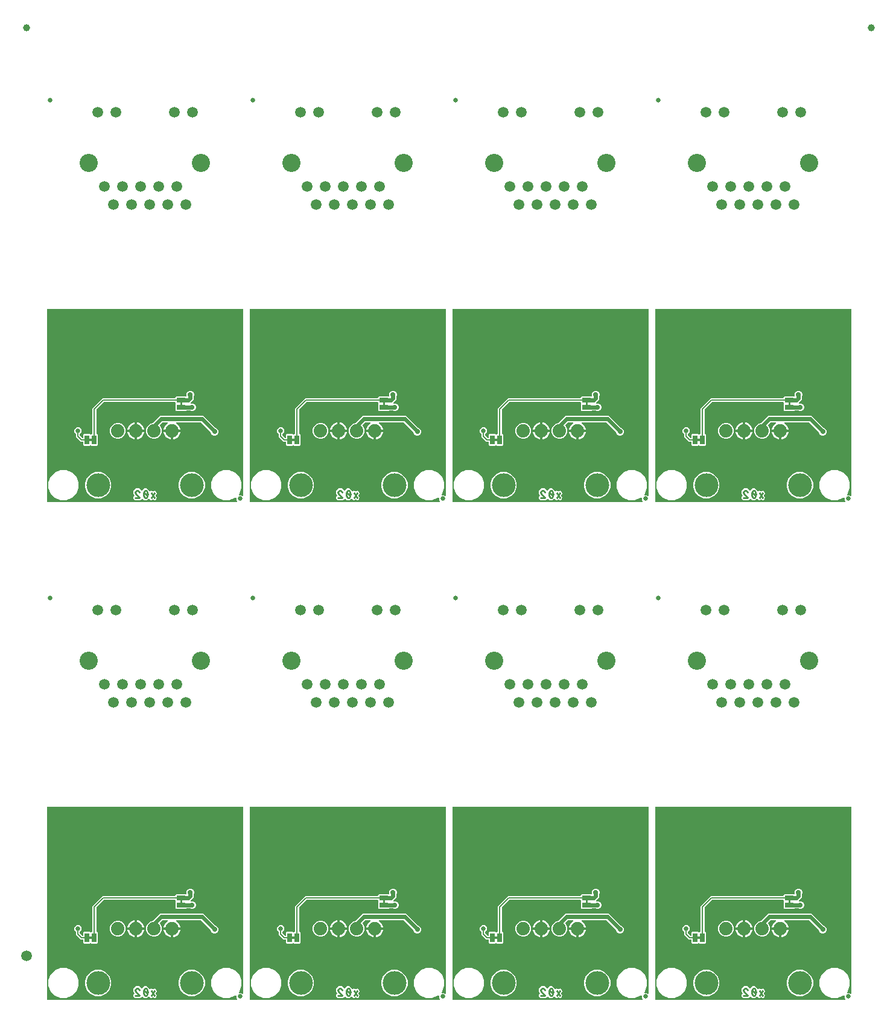
<source format=gbl>
G04 EAGLE Gerber RS-274X export*
G75*
%MOMM*%
%FSLAX34Y34*%
%LPD*%
%INBottom Copper*%
%IPPOS*%
%AMOC8*
5,1,8,0,0,1.08239X$1,22.5*%
G01*
%ADD10C,0.254000*%
%ADD11C,0.635000*%
%ADD12C,2.550000*%
%ADD13C,1.500000*%
%ADD14C,3.327400*%
%ADD15C,1.879600*%
%ADD16R,1.270000X0.660400*%
%ADD17R,0.660400X1.270000*%
%ADD18C,1.000000*%
%ADD19C,0.736600*%
%ADD20C,0.558800*%
%ADD21C,0.177800*%
%ADD22C,0.660400*%

G36*
X1121712Y700536D02*
X1121712Y700536D01*
X1121764Y700535D01*
X1121843Y700556D01*
X1121924Y700569D01*
X1121970Y700591D01*
X1122020Y700605D01*
X1122090Y700649D01*
X1122163Y700684D01*
X1122201Y700719D01*
X1122245Y700747D01*
X1122298Y700810D01*
X1122358Y700866D01*
X1122383Y700910D01*
X1122417Y700950D01*
X1122449Y701025D01*
X1122490Y701096D01*
X1122501Y701147D01*
X1122521Y701194D01*
X1122530Y701276D01*
X1122547Y701356D01*
X1122543Y701407D01*
X1122549Y701459D01*
X1122532Y701539D01*
X1122526Y701621D01*
X1122507Y701669D01*
X1122496Y701719D01*
X1122469Y701763D01*
X1122427Y701868D01*
X1122314Y702007D01*
X1122289Y702045D01*
X1121536Y702798D01*
X1121536Y705677D01*
X1121529Y705728D01*
X1121530Y705780D01*
X1121509Y705859D01*
X1121496Y705940D01*
X1121474Y705986D01*
X1121460Y706036D01*
X1121416Y706105D01*
X1121381Y706179D01*
X1121345Y706217D01*
X1121318Y706261D01*
X1121255Y706314D01*
X1121199Y706374D01*
X1121155Y706399D01*
X1121115Y706433D01*
X1121040Y706465D01*
X1120969Y706506D01*
X1120918Y706517D01*
X1120871Y706537D01*
X1120789Y706546D01*
X1120709Y706563D01*
X1120658Y706559D01*
X1120606Y706564D01*
X1120526Y706548D01*
X1120444Y706542D01*
X1120396Y706523D01*
X1120346Y706512D01*
X1120302Y706485D01*
X1120197Y706443D01*
X1120058Y706330D01*
X1120020Y706305D01*
X1119526Y705812D01*
X1111684Y702563D01*
X1103196Y702563D01*
X1095354Y705812D01*
X1089352Y711814D01*
X1086103Y719656D01*
X1086103Y728144D01*
X1089352Y735986D01*
X1095354Y741988D01*
X1103196Y745237D01*
X1111684Y745237D01*
X1119526Y741988D01*
X1125528Y735986D01*
X1128777Y728144D01*
X1128777Y719656D01*
X1125528Y711814D01*
X1125035Y711320D01*
X1125004Y711279D01*
X1124966Y711243D01*
X1124926Y711172D01*
X1124877Y711106D01*
X1124860Y711057D01*
X1124834Y711013D01*
X1124817Y710933D01*
X1124790Y710855D01*
X1124788Y710803D01*
X1124777Y710753D01*
X1124783Y710671D01*
X1124781Y710589D01*
X1124794Y710540D01*
X1124798Y710488D01*
X1124829Y710412D01*
X1124850Y710333D01*
X1124878Y710289D01*
X1124897Y710241D01*
X1124949Y710178D01*
X1124993Y710109D01*
X1125032Y710075D01*
X1125065Y710035D01*
X1125133Y709990D01*
X1125196Y709937D01*
X1125243Y709916D01*
X1125286Y709888D01*
X1125336Y709876D01*
X1125440Y709832D01*
X1125618Y709814D01*
X1125663Y709804D01*
X1128542Y709804D01*
X1129295Y709051D01*
X1129336Y709020D01*
X1129372Y708982D01*
X1129443Y708942D01*
X1129509Y708893D01*
X1129558Y708876D01*
X1129602Y708850D01*
X1129682Y708833D01*
X1129760Y708806D01*
X1129812Y708804D01*
X1129862Y708793D01*
X1129944Y708799D01*
X1130026Y708796D01*
X1130075Y708810D01*
X1130127Y708814D01*
X1130203Y708845D01*
X1130282Y708866D01*
X1130326Y708894D01*
X1130374Y708913D01*
X1130437Y708965D01*
X1130506Y709009D01*
X1130540Y709048D01*
X1130580Y709081D01*
X1130625Y709149D01*
X1130678Y709212D01*
X1130699Y709259D01*
X1130727Y709302D01*
X1130739Y709352D01*
X1130783Y709456D01*
X1130801Y709634D01*
X1130811Y709679D01*
X1130811Y970280D01*
X1130796Y970382D01*
X1130788Y970484D01*
X1130776Y970512D01*
X1130771Y970543D01*
X1130727Y970635D01*
X1130689Y970731D01*
X1130669Y970754D01*
X1130656Y970782D01*
X1130586Y970857D01*
X1130521Y970937D01*
X1130495Y970954D01*
X1130474Y970976D01*
X1130385Y971027D01*
X1130300Y971084D01*
X1130276Y971090D01*
X1130244Y971108D01*
X1129984Y971166D01*
X1129946Y971163D01*
X1129923Y971168D01*
X856357Y971168D01*
X856255Y971153D01*
X856153Y971145D01*
X856125Y971133D01*
X856094Y971128D01*
X856002Y971084D01*
X855906Y971046D01*
X855883Y971026D01*
X855855Y971013D01*
X855780Y970943D01*
X855700Y970878D01*
X855683Y970852D01*
X855661Y970831D01*
X855610Y970742D01*
X855553Y970657D01*
X855547Y970633D01*
X855529Y970601D01*
X855471Y970341D01*
X855474Y970303D01*
X855469Y970280D01*
X855469Y701417D01*
X855484Y701315D01*
X855492Y701213D01*
X855504Y701185D01*
X855509Y701154D01*
X855553Y701062D01*
X855591Y700966D01*
X855611Y700943D01*
X855624Y700915D01*
X855694Y700840D01*
X855759Y700760D01*
X855785Y700743D01*
X855806Y700721D01*
X855895Y700670D01*
X855980Y700613D01*
X856004Y700607D01*
X856036Y700589D01*
X856296Y700531D01*
X856334Y700534D01*
X856357Y700529D01*
X1121661Y700529D01*
X1121712Y700536D01*
G37*
G36*
X837232Y2036D02*
X837232Y2036D01*
X837284Y2035D01*
X837363Y2056D01*
X837444Y2069D01*
X837490Y2091D01*
X837540Y2105D01*
X837610Y2149D01*
X837683Y2184D01*
X837721Y2219D01*
X837765Y2247D01*
X837818Y2310D01*
X837878Y2366D01*
X837903Y2410D01*
X837937Y2450D01*
X837969Y2525D01*
X838010Y2596D01*
X838021Y2647D01*
X838041Y2694D01*
X838050Y2776D01*
X838067Y2856D01*
X838063Y2907D01*
X838069Y2959D01*
X838052Y3039D01*
X838046Y3121D01*
X838027Y3169D01*
X838016Y3219D01*
X837989Y3263D01*
X837947Y3368D01*
X837834Y3507D01*
X837809Y3545D01*
X837056Y4298D01*
X837056Y7177D01*
X837049Y7228D01*
X837050Y7280D01*
X837029Y7359D01*
X837016Y7440D01*
X836994Y7486D01*
X836980Y7536D01*
X836936Y7605D01*
X836901Y7679D01*
X836865Y7717D01*
X836838Y7761D01*
X836775Y7814D01*
X836719Y7874D01*
X836675Y7899D01*
X836635Y7933D01*
X836560Y7965D01*
X836489Y8006D01*
X836438Y8017D01*
X836391Y8037D01*
X836309Y8046D01*
X836229Y8063D01*
X836178Y8059D01*
X836126Y8064D01*
X836046Y8048D01*
X835964Y8042D01*
X835916Y8023D01*
X835866Y8012D01*
X835822Y7985D01*
X835717Y7943D01*
X835578Y7830D01*
X835540Y7805D01*
X835046Y7312D01*
X827204Y4063D01*
X818716Y4063D01*
X810874Y7312D01*
X804872Y13314D01*
X801623Y21156D01*
X801623Y29644D01*
X804872Y37486D01*
X810874Y43488D01*
X818716Y46737D01*
X827204Y46737D01*
X835046Y43488D01*
X841048Y37486D01*
X844297Y29644D01*
X844297Y21156D01*
X841048Y13314D01*
X840555Y12820D01*
X840524Y12779D01*
X840486Y12743D01*
X840446Y12672D01*
X840397Y12606D01*
X840380Y12557D01*
X840354Y12513D01*
X840337Y12433D01*
X840310Y12355D01*
X840308Y12303D01*
X840297Y12253D01*
X840303Y12171D01*
X840301Y12089D01*
X840314Y12040D01*
X840318Y11988D01*
X840349Y11912D01*
X840370Y11833D01*
X840398Y11789D01*
X840417Y11741D01*
X840469Y11678D01*
X840513Y11609D01*
X840552Y11575D01*
X840585Y11535D01*
X840653Y11490D01*
X840716Y11437D01*
X840763Y11416D01*
X840806Y11388D01*
X840856Y11376D01*
X840960Y11332D01*
X841138Y11314D01*
X841183Y11304D01*
X844062Y11304D01*
X844815Y10551D01*
X844856Y10520D01*
X844892Y10482D01*
X844963Y10442D01*
X845029Y10393D01*
X845078Y10376D01*
X845122Y10350D01*
X845202Y10333D01*
X845280Y10306D01*
X845332Y10304D01*
X845382Y10293D01*
X845464Y10299D01*
X845546Y10296D01*
X845595Y10310D01*
X845647Y10314D01*
X845723Y10345D01*
X845802Y10366D01*
X845846Y10394D01*
X845894Y10413D01*
X845957Y10465D01*
X846026Y10509D01*
X846060Y10548D01*
X846100Y10581D01*
X846145Y10649D01*
X846198Y10712D01*
X846219Y10759D01*
X846247Y10802D01*
X846259Y10852D01*
X846303Y10956D01*
X846321Y11134D01*
X846331Y11179D01*
X846331Y271780D01*
X846316Y271882D01*
X846308Y271984D01*
X846296Y272012D01*
X846291Y272043D01*
X846247Y272135D01*
X846209Y272231D01*
X846189Y272254D01*
X846176Y272282D01*
X846106Y272357D01*
X846041Y272437D01*
X846015Y272454D01*
X845994Y272476D01*
X845905Y272527D01*
X845820Y272584D01*
X845796Y272590D01*
X845764Y272608D01*
X845504Y272666D01*
X845466Y272663D01*
X845443Y272668D01*
X571877Y272668D01*
X571775Y272653D01*
X571673Y272645D01*
X571645Y272633D01*
X571614Y272628D01*
X571522Y272584D01*
X571426Y272546D01*
X571403Y272526D01*
X571375Y272513D01*
X571300Y272443D01*
X571220Y272378D01*
X571203Y272352D01*
X571181Y272331D01*
X571130Y272242D01*
X571073Y272157D01*
X571067Y272133D01*
X571049Y272101D01*
X570991Y271841D01*
X570994Y271803D01*
X570989Y271780D01*
X570989Y2917D01*
X571004Y2815D01*
X571012Y2713D01*
X571024Y2685D01*
X571029Y2654D01*
X571073Y2562D01*
X571111Y2466D01*
X571131Y2443D01*
X571144Y2415D01*
X571214Y2340D01*
X571279Y2260D01*
X571305Y2243D01*
X571326Y2221D01*
X571415Y2170D01*
X571500Y2113D01*
X571524Y2107D01*
X571556Y2089D01*
X571816Y2031D01*
X571854Y2034D01*
X571877Y2029D01*
X837181Y2029D01*
X837232Y2036D01*
G37*
G36*
X837232Y700536D02*
X837232Y700536D01*
X837284Y700535D01*
X837363Y700556D01*
X837444Y700569D01*
X837490Y700591D01*
X837540Y700605D01*
X837610Y700649D01*
X837683Y700684D01*
X837721Y700719D01*
X837765Y700747D01*
X837818Y700810D01*
X837878Y700866D01*
X837903Y700910D01*
X837937Y700950D01*
X837969Y701025D01*
X838010Y701096D01*
X838021Y701147D01*
X838041Y701194D01*
X838050Y701276D01*
X838067Y701356D01*
X838063Y701407D01*
X838069Y701459D01*
X838052Y701539D01*
X838046Y701621D01*
X838027Y701669D01*
X838016Y701719D01*
X837989Y701763D01*
X837947Y701868D01*
X837834Y702007D01*
X837809Y702045D01*
X837056Y702798D01*
X837056Y705677D01*
X837049Y705728D01*
X837050Y705780D01*
X837029Y705859D01*
X837016Y705940D01*
X836994Y705986D01*
X836980Y706036D01*
X836936Y706105D01*
X836901Y706179D01*
X836866Y706217D01*
X836838Y706261D01*
X836775Y706314D01*
X836719Y706374D01*
X836675Y706399D01*
X836635Y706433D01*
X836560Y706465D01*
X836489Y706506D01*
X836438Y706517D01*
X836391Y706537D01*
X836309Y706546D01*
X836229Y706563D01*
X836178Y706559D01*
X836126Y706564D01*
X836046Y706548D01*
X835964Y706542D01*
X835916Y706523D01*
X835866Y706512D01*
X835822Y706485D01*
X835717Y706443D01*
X835578Y706330D01*
X835540Y706305D01*
X835046Y705812D01*
X827204Y702563D01*
X818716Y702563D01*
X810874Y705812D01*
X804872Y711814D01*
X801623Y719656D01*
X801623Y728144D01*
X804872Y735986D01*
X810874Y741988D01*
X818716Y745237D01*
X827204Y745237D01*
X835046Y741988D01*
X841048Y735986D01*
X844297Y728144D01*
X844297Y719656D01*
X841048Y711814D01*
X840555Y711320D01*
X840524Y711279D01*
X840486Y711243D01*
X840446Y711172D01*
X840397Y711106D01*
X840380Y711057D01*
X840354Y711013D01*
X840337Y710933D01*
X840310Y710855D01*
X840308Y710803D01*
X840297Y710753D01*
X840303Y710671D01*
X840301Y710589D01*
X840314Y710540D01*
X840318Y710488D01*
X840349Y710412D01*
X840370Y710333D01*
X840398Y710289D01*
X840417Y710241D01*
X840469Y710178D01*
X840513Y710109D01*
X840552Y710075D01*
X840585Y710035D01*
X840653Y709990D01*
X840716Y709937D01*
X840763Y709916D01*
X840806Y709888D01*
X840856Y709876D01*
X840960Y709832D01*
X841138Y709814D01*
X841183Y709804D01*
X844062Y709804D01*
X844815Y709051D01*
X844856Y709020D01*
X844892Y708982D01*
X844963Y708942D01*
X845029Y708893D01*
X845078Y708876D01*
X845122Y708850D01*
X845202Y708833D01*
X845280Y708806D01*
X845332Y708804D01*
X845382Y708793D01*
X845464Y708799D01*
X845546Y708796D01*
X845595Y708810D01*
X845647Y708814D01*
X845723Y708845D01*
X845802Y708866D01*
X845846Y708894D01*
X845894Y708913D01*
X845957Y708965D01*
X846026Y709009D01*
X846060Y709048D01*
X846100Y709081D01*
X846145Y709149D01*
X846198Y709212D01*
X846219Y709259D01*
X846247Y709302D01*
X846259Y709352D01*
X846303Y709456D01*
X846321Y709634D01*
X846331Y709679D01*
X846331Y970280D01*
X846316Y970382D01*
X846308Y970484D01*
X846296Y970512D01*
X846291Y970543D01*
X846247Y970635D01*
X846209Y970731D01*
X846189Y970754D01*
X846176Y970782D01*
X846106Y970857D01*
X846041Y970937D01*
X846015Y970954D01*
X845994Y970976D01*
X845905Y971027D01*
X845820Y971084D01*
X845796Y971090D01*
X845764Y971108D01*
X845504Y971166D01*
X845466Y971163D01*
X845443Y971168D01*
X571877Y971168D01*
X571775Y971153D01*
X571673Y971145D01*
X571645Y971133D01*
X571614Y971128D01*
X571522Y971084D01*
X571426Y971046D01*
X571403Y971026D01*
X571375Y971013D01*
X571300Y970943D01*
X571220Y970878D01*
X571203Y970852D01*
X571181Y970831D01*
X571130Y970742D01*
X571073Y970657D01*
X571067Y970633D01*
X571049Y970601D01*
X570991Y970341D01*
X570994Y970303D01*
X570989Y970280D01*
X570989Y701417D01*
X571004Y701315D01*
X571012Y701213D01*
X571024Y701185D01*
X571029Y701154D01*
X571073Y701062D01*
X571111Y700966D01*
X571131Y700943D01*
X571144Y700915D01*
X571214Y700840D01*
X571279Y700760D01*
X571305Y700743D01*
X571326Y700721D01*
X571415Y700670D01*
X571500Y700613D01*
X571524Y700607D01*
X571556Y700589D01*
X571816Y700531D01*
X571854Y700534D01*
X571877Y700529D01*
X837181Y700529D01*
X837232Y700536D01*
G37*
G36*
X552752Y2036D02*
X552752Y2036D01*
X552804Y2035D01*
X552883Y2056D01*
X552964Y2069D01*
X553010Y2091D01*
X553060Y2105D01*
X553130Y2149D01*
X553203Y2184D01*
X553241Y2219D01*
X553285Y2247D01*
X553338Y2310D01*
X553398Y2366D01*
X553423Y2410D01*
X553457Y2450D01*
X553489Y2525D01*
X553530Y2596D01*
X553541Y2647D01*
X553561Y2694D01*
X553570Y2776D01*
X553587Y2856D01*
X553583Y2907D01*
X553589Y2959D01*
X553572Y3039D01*
X553566Y3121D01*
X553547Y3169D01*
X553536Y3219D01*
X553509Y3263D01*
X553467Y3368D01*
X553354Y3507D01*
X553329Y3545D01*
X552576Y4298D01*
X552576Y7177D01*
X552569Y7228D01*
X552570Y7280D01*
X552549Y7359D01*
X552536Y7440D01*
X552514Y7486D01*
X552500Y7536D01*
X552456Y7605D01*
X552421Y7679D01*
X552386Y7717D01*
X552358Y7761D01*
X552295Y7814D01*
X552239Y7874D01*
X552195Y7899D01*
X552155Y7933D01*
X552080Y7965D01*
X552009Y8006D01*
X551958Y8017D01*
X551911Y8037D01*
X551829Y8046D01*
X551749Y8063D01*
X551698Y8059D01*
X551646Y8064D01*
X551566Y8048D01*
X551484Y8042D01*
X551436Y8023D01*
X551386Y8012D01*
X551342Y7985D01*
X551237Y7943D01*
X551098Y7830D01*
X551060Y7805D01*
X550566Y7312D01*
X542724Y4063D01*
X534236Y4063D01*
X526394Y7312D01*
X520392Y13314D01*
X517143Y21156D01*
X517143Y29644D01*
X520392Y37486D01*
X526394Y43488D01*
X534236Y46737D01*
X542724Y46737D01*
X550566Y43488D01*
X556568Y37486D01*
X559817Y29644D01*
X559817Y21156D01*
X556568Y13314D01*
X556075Y12820D01*
X556044Y12779D01*
X556006Y12743D01*
X555966Y12672D01*
X555917Y12606D01*
X555900Y12557D01*
X555874Y12513D01*
X555857Y12433D01*
X555830Y12355D01*
X555828Y12303D01*
X555817Y12253D01*
X555823Y12171D01*
X555821Y12089D01*
X555834Y12040D01*
X555838Y11988D01*
X555869Y11912D01*
X555890Y11833D01*
X555918Y11789D01*
X555937Y11741D01*
X555989Y11678D01*
X556033Y11609D01*
X556072Y11575D01*
X556105Y11535D01*
X556173Y11490D01*
X556236Y11437D01*
X556283Y11416D01*
X556326Y11388D01*
X556376Y11376D01*
X556480Y11332D01*
X556658Y11314D01*
X556703Y11304D01*
X559582Y11304D01*
X560335Y10551D01*
X560376Y10520D01*
X560412Y10482D01*
X560483Y10442D01*
X560549Y10393D01*
X560598Y10376D01*
X560642Y10350D01*
X560722Y10333D01*
X560800Y10306D01*
X560852Y10304D01*
X560902Y10293D01*
X560984Y10299D01*
X561066Y10296D01*
X561115Y10310D01*
X561167Y10314D01*
X561243Y10345D01*
X561322Y10366D01*
X561366Y10394D01*
X561414Y10413D01*
X561477Y10465D01*
X561546Y10509D01*
X561580Y10548D01*
X561620Y10581D01*
X561665Y10649D01*
X561718Y10712D01*
X561739Y10759D01*
X561767Y10802D01*
X561779Y10852D01*
X561823Y10956D01*
X561841Y11134D01*
X561851Y11179D01*
X561851Y271780D01*
X561836Y271882D01*
X561828Y271984D01*
X561816Y272012D01*
X561811Y272043D01*
X561767Y272135D01*
X561729Y272231D01*
X561709Y272254D01*
X561696Y272282D01*
X561626Y272357D01*
X561561Y272437D01*
X561535Y272454D01*
X561514Y272476D01*
X561425Y272527D01*
X561340Y272584D01*
X561316Y272590D01*
X561284Y272608D01*
X561024Y272666D01*
X560986Y272663D01*
X560963Y272668D01*
X287397Y272668D01*
X287295Y272653D01*
X287193Y272645D01*
X287165Y272633D01*
X287134Y272628D01*
X287042Y272584D01*
X286946Y272546D01*
X286923Y272526D01*
X286895Y272513D01*
X286820Y272443D01*
X286740Y272378D01*
X286723Y272352D01*
X286701Y272331D01*
X286650Y272242D01*
X286593Y272157D01*
X286587Y272133D01*
X286569Y272101D01*
X286511Y271841D01*
X286514Y271803D01*
X286509Y271780D01*
X286509Y2917D01*
X286524Y2815D01*
X286532Y2713D01*
X286544Y2685D01*
X286549Y2654D01*
X286593Y2562D01*
X286631Y2466D01*
X286651Y2443D01*
X286664Y2415D01*
X286734Y2340D01*
X286799Y2260D01*
X286825Y2243D01*
X286846Y2221D01*
X286935Y2170D01*
X287020Y2113D01*
X287044Y2107D01*
X287076Y2089D01*
X287336Y2031D01*
X287374Y2034D01*
X287397Y2029D01*
X552701Y2029D01*
X552752Y2036D01*
G37*
G36*
X268272Y700536D02*
X268272Y700536D01*
X268324Y700535D01*
X268403Y700556D01*
X268484Y700569D01*
X268530Y700591D01*
X268580Y700605D01*
X268650Y700649D01*
X268723Y700684D01*
X268761Y700719D01*
X268805Y700747D01*
X268858Y700810D01*
X268918Y700866D01*
X268943Y700910D01*
X268977Y700950D01*
X269009Y701025D01*
X269050Y701096D01*
X269061Y701147D01*
X269081Y701194D01*
X269090Y701276D01*
X269107Y701356D01*
X269103Y701407D01*
X269109Y701459D01*
X269092Y701539D01*
X269086Y701621D01*
X269067Y701669D01*
X269056Y701719D01*
X269029Y701763D01*
X268987Y701868D01*
X268874Y702007D01*
X268849Y702045D01*
X268096Y702798D01*
X268096Y705677D01*
X268089Y705728D01*
X268090Y705780D01*
X268069Y705859D01*
X268056Y705940D01*
X268034Y705986D01*
X268020Y706036D01*
X267976Y706105D01*
X267941Y706179D01*
X267905Y706217D01*
X267878Y706261D01*
X267815Y706314D01*
X267759Y706374D01*
X267715Y706399D01*
X267675Y706433D01*
X267600Y706465D01*
X267529Y706506D01*
X267478Y706517D01*
X267431Y706537D01*
X267349Y706546D01*
X267269Y706563D01*
X267218Y706559D01*
X267166Y706564D01*
X267086Y706548D01*
X267004Y706542D01*
X266956Y706523D01*
X266906Y706512D01*
X266862Y706485D01*
X266757Y706443D01*
X266618Y706330D01*
X266580Y706305D01*
X266086Y705812D01*
X258244Y702563D01*
X249756Y702563D01*
X241914Y705812D01*
X235912Y711814D01*
X232663Y719656D01*
X232663Y728144D01*
X235912Y735986D01*
X241914Y741988D01*
X249756Y745237D01*
X258244Y745237D01*
X266086Y741988D01*
X272088Y735986D01*
X275337Y728144D01*
X275337Y719656D01*
X272088Y711814D01*
X271595Y711320D01*
X271564Y711279D01*
X271526Y711243D01*
X271486Y711172D01*
X271437Y711106D01*
X271420Y711057D01*
X271394Y711013D01*
X271377Y710933D01*
X271350Y710855D01*
X271348Y710803D01*
X271337Y710753D01*
X271343Y710671D01*
X271341Y710589D01*
X271354Y710540D01*
X271358Y710488D01*
X271389Y710412D01*
X271410Y710333D01*
X271438Y710289D01*
X271457Y710241D01*
X271509Y710178D01*
X271553Y710109D01*
X271592Y710075D01*
X271625Y710035D01*
X271693Y709990D01*
X271756Y709937D01*
X271803Y709916D01*
X271846Y709888D01*
X271896Y709876D01*
X272000Y709832D01*
X272178Y709814D01*
X272223Y709804D01*
X275102Y709804D01*
X275855Y709051D01*
X275896Y709020D01*
X275932Y708982D01*
X276003Y708942D01*
X276069Y708893D01*
X276118Y708876D01*
X276162Y708850D01*
X276242Y708833D01*
X276320Y708806D01*
X276372Y708804D01*
X276422Y708793D01*
X276504Y708799D01*
X276586Y708796D01*
X276635Y708810D01*
X276687Y708814D01*
X276763Y708845D01*
X276842Y708866D01*
X276886Y708894D01*
X276934Y708913D01*
X276997Y708965D01*
X277066Y709009D01*
X277100Y709048D01*
X277140Y709081D01*
X277185Y709149D01*
X277238Y709212D01*
X277259Y709259D01*
X277287Y709302D01*
X277299Y709352D01*
X277343Y709456D01*
X277361Y709634D01*
X277371Y709679D01*
X277371Y970280D01*
X277356Y970382D01*
X277348Y970484D01*
X277336Y970512D01*
X277331Y970543D01*
X277287Y970635D01*
X277249Y970731D01*
X277229Y970754D01*
X277216Y970782D01*
X277146Y970857D01*
X277081Y970937D01*
X277055Y970954D01*
X277034Y970976D01*
X276945Y971027D01*
X276860Y971084D01*
X276836Y971090D01*
X276804Y971108D01*
X276544Y971166D01*
X276506Y971163D01*
X276483Y971168D01*
X2917Y971168D01*
X2815Y971153D01*
X2713Y971145D01*
X2685Y971133D01*
X2654Y971128D01*
X2562Y971084D01*
X2466Y971046D01*
X2443Y971026D01*
X2415Y971013D01*
X2340Y970943D01*
X2260Y970878D01*
X2243Y970852D01*
X2221Y970831D01*
X2170Y970742D01*
X2113Y970657D01*
X2107Y970633D01*
X2089Y970601D01*
X2031Y970341D01*
X2034Y970303D01*
X2029Y970280D01*
X2029Y701417D01*
X2044Y701315D01*
X2052Y701213D01*
X2064Y701185D01*
X2069Y701154D01*
X2113Y701062D01*
X2151Y700966D01*
X2171Y700943D01*
X2184Y700915D01*
X2254Y700840D01*
X2319Y700760D01*
X2345Y700743D01*
X2366Y700721D01*
X2455Y700670D01*
X2540Y700613D01*
X2564Y700607D01*
X2596Y700589D01*
X2856Y700531D01*
X2894Y700534D01*
X2917Y700529D01*
X268221Y700529D01*
X268272Y700536D01*
G37*
G36*
X552752Y700536D02*
X552752Y700536D01*
X552804Y700535D01*
X552883Y700556D01*
X552964Y700569D01*
X553010Y700591D01*
X553060Y700605D01*
X553130Y700649D01*
X553203Y700684D01*
X553241Y700719D01*
X553285Y700747D01*
X553338Y700810D01*
X553398Y700866D01*
X553423Y700910D01*
X553457Y700950D01*
X553489Y701025D01*
X553530Y701096D01*
X553541Y701147D01*
X553561Y701194D01*
X553570Y701276D01*
X553587Y701356D01*
X553583Y701407D01*
X553589Y701459D01*
X553572Y701539D01*
X553566Y701621D01*
X553547Y701669D01*
X553536Y701719D01*
X553509Y701763D01*
X553467Y701868D01*
X553354Y702007D01*
X553329Y702045D01*
X552576Y702798D01*
X552576Y705677D01*
X552569Y705728D01*
X552570Y705780D01*
X552549Y705859D01*
X552536Y705940D01*
X552514Y705986D01*
X552500Y706036D01*
X552456Y706105D01*
X552421Y706179D01*
X552385Y706217D01*
X552358Y706261D01*
X552295Y706314D01*
X552239Y706374D01*
X552195Y706399D01*
X552155Y706433D01*
X552080Y706465D01*
X552009Y706506D01*
X551958Y706517D01*
X551911Y706537D01*
X551829Y706546D01*
X551749Y706563D01*
X551698Y706559D01*
X551646Y706564D01*
X551566Y706548D01*
X551484Y706542D01*
X551436Y706523D01*
X551386Y706512D01*
X551342Y706485D01*
X551237Y706443D01*
X551098Y706330D01*
X551060Y706305D01*
X550566Y705812D01*
X542724Y702563D01*
X534236Y702563D01*
X526394Y705812D01*
X520392Y711814D01*
X517143Y719656D01*
X517143Y728144D01*
X520392Y735986D01*
X526394Y741988D01*
X534236Y745237D01*
X542724Y745237D01*
X550566Y741988D01*
X556568Y735986D01*
X559817Y728144D01*
X559817Y719656D01*
X556568Y711814D01*
X556075Y711320D01*
X556044Y711279D01*
X556006Y711243D01*
X555966Y711172D01*
X555917Y711106D01*
X555900Y711057D01*
X555874Y711013D01*
X555857Y710933D01*
X555830Y710855D01*
X555828Y710803D01*
X555817Y710753D01*
X555823Y710671D01*
X555821Y710589D01*
X555834Y710540D01*
X555838Y710488D01*
X555869Y710412D01*
X555890Y710333D01*
X555918Y710289D01*
X555937Y710241D01*
X555989Y710178D01*
X556033Y710109D01*
X556072Y710075D01*
X556105Y710035D01*
X556173Y709990D01*
X556236Y709937D01*
X556283Y709916D01*
X556326Y709888D01*
X556376Y709876D01*
X556480Y709832D01*
X556658Y709814D01*
X556703Y709804D01*
X559582Y709804D01*
X560335Y709051D01*
X560376Y709020D01*
X560412Y708982D01*
X560483Y708942D01*
X560549Y708893D01*
X560598Y708876D01*
X560642Y708850D01*
X560722Y708833D01*
X560800Y708806D01*
X560852Y708804D01*
X560902Y708793D01*
X560984Y708799D01*
X561066Y708796D01*
X561115Y708810D01*
X561167Y708814D01*
X561243Y708845D01*
X561322Y708866D01*
X561366Y708894D01*
X561414Y708913D01*
X561477Y708965D01*
X561546Y709009D01*
X561580Y709048D01*
X561620Y709081D01*
X561665Y709149D01*
X561718Y709212D01*
X561739Y709259D01*
X561767Y709302D01*
X561779Y709352D01*
X561823Y709456D01*
X561841Y709634D01*
X561851Y709679D01*
X561851Y970280D01*
X561836Y970382D01*
X561828Y970484D01*
X561816Y970512D01*
X561811Y970543D01*
X561767Y970635D01*
X561729Y970731D01*
X561709Y970754D01*
X561696Y970782D01*
X561626Y970857D01*
X561561Y970937D01*
X561535Y970954D01*
X561514Y970976D01*
X561425Y971027D01*
X561340Y971084D01*
X561316Y971090D01*
X561284Y971108D01*
X561024Y971166D01*
X560986Y971163D01*
X560963Y971168D01*
X287397Y971168D01*
X287295Y971153D01*
X287193Y971145D01*
X287165Y971133D01*
X287134Y971128D01*
X287042Y971084D01*
X286946Y971046D01*
X286923Y971026D01*
X286895Y971013D01*
X286820Y970943D01*
X286740Y970878D01*
X286723Y970852D01*
X286701Y970831D01*
X286650Y970742D01*
X286593Y970657D01*
X286587Y970633D01*
X286569Y970601D01*
X286511Y970341D01*
X286514Y970303D01*
X286509Y970280D01*
X286509Y701417D01*
X286524Y701315D01*
X286532Y701213D01*
X286544Y701185D01*
X286549Y701154D01*
X286593Y701062D01*
X286631Y700966D01*
X286651Y700943D01*
X286664Y700915D01*
X286734Y700840D01*
X286799Y700760D01*
X286825Y700743D01*
X286846Y700721D01*
X286935Y700670D01*
X287020Y700613D01*
X287044Y700607D01*
X287076Y700589D01*
X287336Y700531D01*
X287374Y700534D01*
X287397Y700529D01*
X552701Y700529D01*
X552752Y700536D01*
G37*
G36*
X1121712Y2036D02*
X1121712Y2036D01*
X1121764Y2035D01*
X1121843Y2056D01*
X1121924Y2069D01*
X1121970Y2091D01*
X1122020Y2105D01*
X1122090Y2149D01*
X1122163Y2184D01*
X1122201Y2219D01*
X1122245Y2247D01*
X1122298Y2310D01*
X1122358Y2366D01*
X1122383Y2410D01*
X1122417Y2450D01*
X1122449Y2525D01*
X1122490Y2596D01*
X1122501Y2647D01*
X1122521Y2694D01*
X1122530Y2776D01*
X1122547Y2856D01*
X1122543Y2907D01*
X1122549Y2959D01*
X1122532Y3039D01*
X1122526Y3121D01*
X1122507Y3169D01*
X1122496Y3219D01*
X1122469Y3263D01*
X1122427Y3368D01*
X1122314Y3507D01*
X1122289Y3545D01*
X1121536Y4298D01*
X1121536Y7177D01*
X1121529Y7228D01*
X1121530Y7280D01*
X1121509Y7359D01*
X1121496Y7440D01*
X1121474Y7486D01*
X1121460Y7536D01*
X1121416Y7605D01*
X1121381Y7679D01*
X1121345Y7717D01*
X1121318Y7761D01*
X1121255Y7814D01*
X1121199Y7874D01*
X1121155Y7899D01*
X1121115Y7933D01*
X1121040Y7965D01*
X1120969Y8006D01*
X1120918Y8017D01*
X1120871Y8037D01*
X1120789Y8046D01*
X1120709Y8063D01*
X1120658Y8059D01*
X1120606Y8064D01*
X1120526Y8048D01*
X1120444Y8042D01*
X1120396Y8023D01*
X1120346Y8012D01*
X1120302Y7985D01*
X1120197Y7943D01*
X1120058Y7830D01*
X1120020Y7805D01*
X1119526Y7312D01*
X1111684Y4063D01*
X1103196Y4063D01*
X1095354Y7312D01*
X1089352Y13314D01*
X1086103Y21156D01*
X1086103Y29644D01*
X1089352Y37486D01*
X1095354Y43488D01*
X1103196Y46737D01*
X1111684Y46737D01*
X1119526Y43488D01*
X1125528Y37486D01*
X1128777Y29644D01*
X1128777Y21156D01*
X1125528Y13314D01*
X1125035Y12820D01*
X1125004Y12779D01*
X1124966Y12743D01*
X1124926Y12672D01*
X1124877Y12606D01*
X1124860Y12557D01*
X1124834Y12513D01*
X1124817Y12433D01*
X1124790Y12355D01*
X1124788Y12303D01*
X1124777Y12253D01*
X1124783Y12171D01*
X1124781Y12089D01*
X1124794Y12040D01*
X1124798Y11988D01*
X1124829Y11912D01*
X1124850Y11833D01*
X1124878Y11789D01*
X1124897Y11741D01*
X1124949Y11678D01*
X1124993Y11609D01*
X1125032Y11575D01*
X1125065Y11535D01*
X1125133Y11490D01*
X1125196Y11437D01*
X1125243Y11416D01*
X1125286Y11388D01*
X1125336Y11376D01*
X1125440Y11332D01*
X1125618Y11314D01*
X1125663Y11304D01*
X1128542Y11304D01*
X1129295Y10551D01*
X1129336Y10520D01*
X1129372Y10482D01*
X1129443Y10442D01*
X1129509Y10393D01*
X1129558Y10376D01*
X1129602Y10350D01*
X1129682Y10333D01*
X1129760Y10306D01*
X1129812Y10304D01*
X1129862Y10293D01*
X1129944Y10299D01*
X1130026Y10296D01*
X1130075Y10310D01*
X1130127Y10314D01*
X1130203Y10345D01*
X1130282Y10366D01*
X1130326Y10394D01*
X1130374Y10413D01*
X1130437Y10465D01*
X1130506Y10509D01*
X1130540Y10548D01*
X1130580Y10581D01*
X1130625Y10649D01*
X1130678Y10712D01*
X1130699Y10759D01*
X1130727Y10802D01*
X1130739Y10852D01*
X1130783Y10956D01*
X1130801Y11134D01*
X1130811Y11179D01*
X1130811Y271780D01*
X1130796Y271882D01*
X1130788Y271984D01*
X1130776Y272012D01*
X1130771Y272043D01*
X1130727Y272135D01*
X1130689Y272231D01*
X1130669Y272254D01*
X1130656Y272282D01*
X1130586Y272357D01*
X1130521Y272437D01*
X1130495Y272454D01*
X1130474Y272476D01*
X1130385Y272527D01*
X1130300Y272584D01*
X1130276Y272590D01*
X1130244Y272608D01*
X1129984Y272666D01*
X1129946Y272663D01*
X1129923Y272668D01*
X856357Y272668D01*
X856255Y272653D01*
X856153Y272645D01*
X856125Y272633D01*
X856094Y272628D01*
X856002Y272584D01*
X855906Y272546D01*
X855883Y272526D01*
X855855Y272513D01*
X855780Y272443D01*
X855700Y272378D01*
X855683Y272352D01*
X855661Y272331D01*
X855610Y272242D01*
X855553Y272157D01*
X855547Y272133D01*
X855529Y272101D01*
X855471Y271841D01*
X855474Y271803D01*
X855469Y271780D01*
X855469Y2917D01*
X855484Y2815D01*
X855492Y2713D01*
X855504Y2685D01*
X855509Y2654D01*
X855553Y2562D01*
X855591Y2466D01*
X855611Y2443D01*
X855624Y2415D01*
X855694Y2340D01*
X855759Y2260D01*
X855785Y2243D01*
X855806Y2221D01*
X855895Y2170D01*
X855980Y2113D01*
X856004Y2107D01*
X856036Y2089D01*
X856296Y2031D01*
X856334Y2034D01*
X856357Y2029D01*
X1121661Y2029D01*
X1121712Y2036D01*
G37*
G36*
X268272Y2036D02*
X268272Y2036D01*
X268324Y2035D01*
X268403Y2056D01*
X268484Y2069D01*
X268530Y2091D01*
X268580Y2105D01*
X268650Y2149D01*
X268723Y2184D01*
X268761Y2219D01*
X268805Y2247D01*
X268858Y2310D01*
X268918Y2366D01*
X268943Y2410D01*
X268977Y2450D01*
X269009Y2525D01*
X269050Y2596D01*
X269061Y2647D01*
X269081Y2694D01*
X269090Y2776D01*
X269107Y2856D01*
X269103Y2907D01*
X269109Y2959D01*
X269092Y3039D01*
X269086Y3121D01*
X269067Y3169D01*
X269056Y3219D01*
X269029Y3263D01*
X268987Y3368D01*
X268874Y3507D01*
X268849Y3545D01*
X268096Y4298D01*
X268096Y7177D01*
X268089Y7228D01*
X268090Y7280D01*
X268069Y7359D01*
X268056Y7440D01*
X268034Y7486D01*
X268020Y7536D01*
X267976Y7605D01*
X267941Y7679D01*
X267905Y7717D01*
X267878Y7761D01*
X267815Y7814D01*
X267759Y7874D01*
X267715Y7899D01*
X267675Y7933D01*
X267600Y7965D01*
X267529Y8006D01*
X267478Y8017D01*
X267431Y8037D01*
X267349Y8046D01*
X267269Y8063D01*
X267218Y8059D01*
X267166Y8064D01*
X267086Y8048D01*
X267004Y8042D01*
X266956Y8023D01*
X266906Y8012D01*
X266862Y7985D01*
X266757Y7943D01*
X266618Y7830D01*
X266580Y7805D01*
X266086Y7312D01*
X258244Y4063D01*
X249756Y4063D01*
X241914Y7312D01*
X235912Y13314D01*
X232663Y21156D01*
X232663Y29644D01*
X235912Y37486D01*
X241914Y43488D01*
X249756Y46737D01*
X258244Y46737D01*
X266086Y43488D01*
X272088Y37486D01*
X275337Y29644D01*
X275337Y21156D01*
X272088Y13314D01*
X271595Y12820D01*
X271564Y12779D01*
X271526Y12743D01*
X271486Y12672D01*
X271437Y12606D01*
X271420Y12557D01*
X271394Y12513D01*
X271377Y12433D01*
X271350Y12355D01*
X271348Y12303D01*
X271337Y12253D01*
X271343Y12171D01*
X271341Y12089D01*
X271354Y12040D01*
X271358Y11988D01*
X271389Y11912D01*
X271410Y11833D01*
X271438Y11789D01*
X271457Y11741D01*
X271509Y11678D01*
X271553Y11609D01*
X271592Y11575D01*
X271625Y11535D01*
X271693Y11490D01*
X271756Y11437D01*
X271803Y11416D01*
X271846Y11388D01*
X271896Y11376D01*
X272000Y11332D01*
X272178Y11314D01*
X272223Y11304D01*
X275102Y11304D01*
X275855Y10551D01*
X275896Y10520D01*
X275932Y10482D01*
X276003Y10442D01*
X276069Y10393D01*
X276118Y10376D01*
X276162Y10350D01*
X276242Y10333D01*
X276320Y10306D01*
X276372Y10304D01*
X276422Y10293D01*
X276504Y10299D01*
X276586Y10296D01*
X276635Y10310D01*
X276687Y10314D01*
X276763Y10345D01*
X276842Y10366D01*
X276886Y10394D01*
X276934Y10413D01*
X276997Y10465D01*
X277066Y10509D01*
X277100Y10548D01*
X277140Y10581D01*
X277185Y10649D01*
X277238Y10712D01*
X277259Y10759D01*
X277287Y10802D01*
X277299Y10852D01*
X277343Y10956D01*
X277361Y11134D01*
X277371Y11179D01*
X277371Y271780D01*
X277356Y271882D01*
X277348Y271984D01*
X277336Y272012D01*
X277331Y272043D01*
X277287Y272135D01*
X277249Y272231D01*
X277229Y272254D01*
X277216Y272282D01*
X277146Y272357D01*
X277081Y272437D01*
X277055Y272454D01*
X277034Y272476D01*
X276945Y272527D01*
X276860Y272584D01*
X276836Y272590D01*
X276804Y272608D01*
X276544Y272666D01*
X276506Y272663D01*
X276483Y272668D01*
X2917Y272668D01*
X2815Y272653D01*
X2713Y272645D01*
X2685Y272633D01*
X2654Y272628D01*
X2562Y272584D01*
X2466Y272546D01*
X2443Y272526D01*
X2415Y272513D01*
X2340Y272443D01*
X2260Y272378D01*
X2243Y272352D01*
X2221Y272331D01*
X2170Y272242D01*
X2113Y272157D01*
X2107Y272133D01*
X2089Y272101D01*
X2031Y271841D01*
X2034Y271803D01*
X2029Y271780D01*
X2029Y2917D01*
X2044Y2815D01*
X2052Y2713D01*
X2064Y2685D01*
X2069Y2654D01*
X2113Y2562D01*
X2151Y2466D01*
X2171Y2443D01*
X2184Y2415D01*
X2254Y2340D01*
X2319Y2260D01*
X2345Y2243D01*
X2366Y2221D01*
X2455Y2170D01*
X2540Y2113D01*
X2564Y2107D01*
X2596Y2089D01*
X2856Y2031D01*
X2894Y2034D01*
X2917Y2029D01*
X268221Y2029D01*
X268272Y2036D01*
G37*
%LPC*%
G36*
X54254Y779271D02*
X54254Y779271D01*
X53212Y780313D01*
X53212Y783844D01*
X53197Y783946D01*
X53189Y784048D01*
X53177Y784076D01*
X53172Y784107D01*
X53128Y784199D01*
X53090Y784295D01*
X53070Y784318D01*
X53057Y784346D01*
X52987Y784421D01*
X52922Y784501D01*
X52896Y784518D01*
X52875Y784540D01*
X52786Y784591D01*
X52701Y784648D01*
X52677Y784654D01*
X52645Y784672D01*
X52385Y784730D01*
X52347Y784727D01*
X52324Y784732D01*
X49695Y784732D01*
X43052Y791375D01*
X43052Y795215D01*
X43049Y795235D01*
X43051Y795256D01*
X43029Y795367D01*
X43012Y795477D01*
X43003Y795496D01*
X42999Y795517D01*
X42975Y795555D01*
X42897Y795717D01*
X42820Y795799D01*
X42792Y795843D01*
X40639Y797995D01*
X40639Y802205D01*
X43615Y805181D01*
X47825Y805181D01*
X50801Y802205D01*
X50801Y797995D01*
X48648Y795843D01*
X48635Y795826D01*
X48619Y795812D01*
X48557Y795719D01*
X48490Y795629D01*
X48483Y795609D01*
X48472Y795591D01*
X48462Y795547D01*
X48403Y795378D01*
X48399Y795265D01*
X48388Y795215D01*
X48388Y793953D01*
X48391Y793932D01*
X48389Y793911D01*
X48411Y793801D01*
X48428Y793690D01*
X48437Y793671D01*
X48441Y793651D01*
X48465Y793612D01*
X48543Y793451D01*
X48620Y793368D01*
X48648Y793325D01*
X51645Y790328D01*
X51662Y790315D01*
X51675Y790299D01*
X51769Y790237D01*
X51859Y790170D01*
X51879Y790163D01*
X51896Y790152D01*
X51941Y790142D01*
X52110Y790083D01*
X52222Y790079D01*
X52263Y790070D01*
X52273Y790068D01*
X52324Y790068D01*
X52366Y790074D01*
X52376Y790074D01*
X52391Y790078D01*
X52426Y790083D01*
X52528Y790091D01*
X52556Y790103D01*
X52587Y790108D01*
X52679Y790152D01*
X52775Y790190D01*
X52798Y790210D01*
X52826Y790223D01*
X52901Y790293D01*
X52981Y790358D01*
X52998Y790384D01*
X53020Y790405D01*
X53071Y790494D01*
X53128Y790579D01*
X53134Y790603D01*
X53152Y790635D01*
X53210Y790895D01*
X53207Y790933D01*
X53212Y790956D01*
X53212Y794487D01*
X54254Y795529D01*
X62332Y795529D01*
X62872Y794989D01*
X62954Y794928D01*
X63033Y794861D01*
X63061Y794849D01*
X63086Y794831D01*
X63183Y794797D01*
X63277Y794757D01*
X63308Y794754D01*
X63337Y794744D01*
X63439Y794740D01*
X63542Y794729D01*
X63572Y794735D01*
X63603Y794734D01*
X63702Y794761D01*
X63802Y794781D01*
X63822Y794794D01*
X63859Y794804D01*
X64083Y794947D01*
X64108Y794976D01*
X64128Y794989D01*
X64668Y795529D01*
X65151Y795529D01*
X65253Y795544D01*
X65355Y795552D01*
X65383Y795564D01*
X65414Y795569D01*
X65506Y795613D01*
X65602Y795651D01*
X65625Y795671D01*
X65653Y795684D01*
X65728Y795754D01*
X65808Y795819D01*
X65825Y795845D01*
X65847Y795866D01*
X65898Y795955D01*
X65955Y796040D01*
X65961Y796064D01*
X65979Y796096D01*
X66037Y796356D01*
X66035Y796387D01*
X66037Y796399D01*
X66037Y796405D01*
X66039Y796417D01*
X66039Y831812D01*
X80302Y846075D01*
X181483Y846075D01*
X181585Y846090D01*
X181687Y846098D01*
X181715Y846110D01*
X181746Y846115D01*
X181838Y846159D01*
X181934Y846197D01*
X181957Y846217D01*
X181985Y846230D01*
X182060Y846300D01*
X182140Y846365D01*
X182157Y846391D01*
X182179Y846412D01*
X182230Y846501D01*
X182287Y846586D01*
X182293Y846610D01*
X182311Y846642D01*
X182369Y846902D01*
X182366Y846940D01*
X182371Y846963D01*
X182371Y847446D01*
X183413Y848488D01*
X196958Y848488D01*
X196969Y848489D01*
X196979Y848488D01*
X197100Y848509D01*
X197221Y848528D01*
X197230Y848532D01*
X197241Y848534D01*
X197350Y848590D01*
X197460Y848643D01*
X197468Y848651D01*
X197477Y848655D01*
X197564Y848741D01*
X197655Y848825D01*
X197660Y848834D01*
X197667Y848841D01*
X197726Y848949D01*
X197786Y849055D01*
X197789Y849066D01*
X197794Y849075D01*
X197818Y849195D01*
X197844Y849315D01*
X197843Y849325D01*
X197845Y849336D01*
X197840Y849367D01*
X197823Y849580D01*
X197787Y849668D01*
X197779Y849716D01*
X197738Y849814D01*
X197738Y851986D01*
X198570Y853994D01*
X200106Y855530D01*
X202114Y856362D01*
X204286Y856362D01*
X206294Y855530D01*
X207830Y853994D01*
X208662Y851986D01*
X208662Y849814D01*
X207840Y847831D01*
X207777Y847573D01*
X207779Y847521D01*
X207773Y847491D01*
X207773Y843926D01*
X203945Y840098D01*
X203914Y840057D01*
X203877Y840021D01*
X203836Y839950D01*
X203787Y839884D01*
X203770Y839835D01*
X203745Y839791D01*
X203727Y839711D01*
X203700Y839633D01*
X203698Y839581D01*
X203687Y839531D01*
X203693Y839449D01*
X203691Y839367D01*
X203704Y839318D01*
X203708Y839266D01*
X203739Y839190D01*
X203761Y839111D01*
X203788Y839067D01*
X203807Y839019D01*
X203859Y838956D01*
X203903Y838887D01*
X203942Y838853D01*
X203975Y838813D01*
X204043Y838768D01*
X204106Y838715D01*
X204153Y838694D01*
X204196Y838666D01*
X204247Y838654D01*
X204350Y838610D01*
X204529Y838592D01*
X204573Y838582D01*
X206826Y838582D01*
X208834Y837750D01*
X210370Y836214D01*
X211202Y834206D01*
X211202Y832034D01*
X210370Y830026D01*
X208834Y828490D01*
X206826Y827658D01*
X204654Y827658D01*
X202671Y828480D01*
X202413Y828543D01*
X202361Y828541D01*
X202331Y828547D01*
X198590Y828547D01*
X198569Y828544D01*
X198548Y828546D01*
X198437Y828524D01*
X198327Y828507D01*
X198308Y828498D01*
X198287Y828494D01*
X198249Y828470D01*
X198088Y828392D01*
X198005Y828315D01*
X197962Y828287D01*
X197587Y827912D01*
X183413Y827912D01*
X182371Y828954D01*
X182371Y837032D01*
X182911Y837572D01*
X182972Y837654D01*
X183039Y837733D01*
X183051Y837761D01*
X183069Y837786D01*
X183103Y837883D01*
X183143Y837977D01*
X183146Y838008D01*
X183156Y838037D01*
X183160Y838137D01*
X183162Y838146D01*
X183161Y838153D01*
X183171Y838242D01*
X183165Y838272D01*
X183166Y838303D01*
X183142Y838389D01*
X183140Y838411D01*
X183133Y838429D01*
X183119Y838502D01*
X183106Y838522D01*
X183096Y838559D01*
X183056Y838622D01*
X183041Y838658D01*
X183002Y838706D01*
X182953Y838783D01*
X182924Y838808D01*
X182911Y838828D01*
X182371Y839368D01*
X182371Y839851D01*
X182356Y839953D01*
X182348Y840055D01*
X182336Y840083D01*
X182331Y840114D01*
X182287Y840206D01*
X182249Y840302D01*
X182229Y840325D01*
X182216Y840353D01*
X182146Y840428D01*
X182081Y840508D01*
X182055Y840525D01*
X182034Y840547D01*
X181945Y840598D01*
X181860Y840655D01*
X181836Y840661D01*
X181804Y840679D01*
X181544Y840737D01*
X181506Y840734D01*
X181483Y840739D01*
X82880Y840739D01*
X82859Y840736D01*
X82838Y840738D01*
X82728Y840716D01*
X82617Y840699D01*
X82598Y840690D01*
X82578Y840686D01*
X82539Y840662D01*
X82378Y840584D01*
X82295Y840507D01*
X82252Y840479D01*
X71635Y829862D01*
X71622Y829845D01*
X71606Y829832D01*
X71544Y829738D01*
X71477Y829648D01*
X71470Y829628D01*
X71459Y829611D01*
X71449Y829566D01*
X71390Y829397D01*
X71386Y829284D01*
X71375Y829234D01*
X71375Y796417D01*
X71390Y796315D01*
X71398Y796213D01*
X71410Y796185D01*
X71415Y796154D01*
X71459Y796062D01*
X71497Y795966D01*
X71517Y795943D01*
X71530Y795915D01*
X71600Y795840D01*
X71665Y795760D01*
X71691Y795743D01*
X71712Y795721D01*
X71801Y795670D01*
X71886Y795613D01*
X71910Y795607D01*
X71942Y795589D01*
X72202Y795531D01*
X72240Y795534D01*
X72263Y795529D01*
X72746Y795529D01*
X73788Y794487D01*
X73788Y780313D01*
X72746Y779271D01*
X64668Y779271D01*
X64128Y779811D01*
X64045Y779872D01*
X63967Y779939D01*
X63939Y779951D01*
X63914Y779969D01*
X63817Y780003D01*
X63723Y780043D01*
X63692Y780046D01*
X63663Y780056D01*
X63560Y780060D01*
X63458Y780071D01*
X63428Y780065D01*
X63397Y780066D01*
X63298Y780039D01*
X63198Y780019D01*
X63177Y780006D01*
X63141Y779996D01*
X62917Y779853D01*
X62892Y779824D01*
X62872Y779811D01*
X62332Y779271D01*
X54254Y779271D01*
G37*
%LPD*%
%LPC*%
G36*
X338734Y80771D02*
X338734Y80771D01*
X337692Y81813D01*
X337692Y85344D01*
X337677Y85446D01*
X337669Y85548D01*
X337657Y85576D01*
X337652Y85607D01*
X337608Y85699D01*
X337570Y85795D01*
X337550Y85818D01*
X337537Y85846D01*
X337467Y85921D01*
X337402Y86001D01*
X337376Y86018D01*
X337355Y86040D01*
X337266Y86091D01*
X337181Y86148D01*
X337157Y86154D01*
X337125Y86172D01*
X336865Y86230D01*
X336827Y86227D01*
X336804Y86232D01*
X334175Y86232D01*
X327532Y92875D01*
X327532Y96715D01*
X327529Y96735D01*
X327531Y96756D01*
X327509Y96867D01*
X327492Y96977D01*
X327483Y96996D01*
X327479Y97017D01*
X327455Y97055D01*
X327377Y97217D01*
X327300Y97299D01*
X327272Y97343D01*
X325119Y99495D01*
X325119Y103705D01*
X328095Y106681D01*
X332305Y106681D01*
X335281Y103705D01*
X335281Y99495D01*
X333128Y97343D01*
X333115Y97326D01*
X333099Y97312D01*
X333037Y97219D01*
X332970Y97129D01*
X332963Y97109D01*
X332952Y97091D01*
X332942Y97047D01*
X332883Y96878D01*
X332879Y96765D01*
X332868Y96715D01*
X332868Y95453D01*
X332871Y95432D01*
X332869Y95411D01*
X332891Y95301D01*
X332908Y95190D01*
X332917Y95171D01*
X332921Y95151D01*
X332945Y95112D01*
X333023Y94951D01*
X333100Y94868D01*
X333128Y94825D01*
X336125Y91828D01*
X336142Y91815D01*
X336155Y91799D01*
X336249Y91737D01*
X336339Y91670D01*
X336359Y91663D01*
X336376Y91652D01*
X336421Y91642D01*
X336590Y91583D01*
X336702Y91579D01*
X336743Y91570D01*
X336753Y91568D01*
X336804Y91568D01*
X336846Y91574D01*
X336856Y91574D01*
X336871Y91578D01*
X336906Y91583D01*
X337008Y91591D01*
X337036Y91603D01*
X337067Y91608D01*
X337159Y91652D01*
X337255Y91690D01*
X337278Y91710D01*
X337306Y91723D01*
X337381Y91793D01*
X337461Y91858D01*
X337478Y91884D01*
X337500Y91905D01*
X337551Y91994D01*
X337608Y92079D01*
X337614Y92103D01*
X337632Y92135D01*
X337690Y92395D01*
X337687Y92433D01*
X337692Y92456D01*
X337692Y95987D01*
X338734Y97029D01*
X346812Y97029D01*
X347352Y96489D01*
X347434Y96428D01*
X347513Y96361D01*
X347541Y96349D01*
X347566Y96331D01*
X347663Y96297D01*
X347757Y96257D01*
X347788Y96254D01*
X347817Y96244D01*
X347919Y96240D01*
X348022Y96229D01*
X348052Y96235D01*
X348083Y96234D01*
X348182Y96261D01*
X348282Y96281D01*
X348302Y96294D01*
X348339Y96304D01*
X348563Y96447D01*
X348588Y96476D01*
X348608Y96489D01*
X349148Y97029D01*
X349631Y97029D01*
X349733Y97044D01*
X349835Y97052D01*
X349863Y97064D01*
X349894Y97069D01*
X349986Y97113D01*
X350082Y97151D01*
X350105Y97171D01*
X350133Y97184D01*
X350208Y97254D01*
X350288Y97319D01*
X350305Y97345D01*
X350327Y97366D01*
X350378Y97455D01*
X350435Y97540D01*
X350441Y97564D01*
X350459Y97596D01*
X350517Y97856D01*
X350515Y97887D01*
X350517Y97899D01*
X350517Y97905D01*
X350519Y97917D01*
X350519Y133312D01*
X364782Y147575D01*
X465963Y147575D01*
X466065Y147590D01*
X466167Y147598D01*
X466195Y147610D01*
X466226Y147615D01*
X466318Y147659D01*
X466414Y147697D01*
X466437Y147717D01*
X466465Y147730D01*
X466540Y147800D01*
X466620Y147865D01*
X466637Y147891D01*
X466659Y147912D01*
X466710Y148001D01*
X466767Y148086D01*
X466773Y148110D01*
X466791Y148142D01*
X466849Y148402D01*
X466846Y148440D01*
X466851Y148463D01*
X466851Y148946D01*
X467893Y149988D01*
X481438Y149988D01*
X481449Y149989D01*
X481459Y149988D01*
X481580Y150009D01*
X481701Y150028D01*
X481710Y150032D01*
X481721Y150034D01*
X481830Y150090D01*
X481940Y150143D01*
X481948Y150151D01*
X481957Y150155D01*
X482044Y150241D01*
X482135Y150325D01*
X482140Y150334D01*
X482147Y150341D01*
X482206Y150449D01*
X482266Y150555D01*
X482269Y150566D01*
X482274Y150575D01*
X482298Y150695D01*
X482324Y150815D01*
X482323Y150825D01*
X482325Y150836D01*
X482320Y150867D01*
X482303Y151080D01*
X482267Y151168D01*
X482259Y151216D01*
X482218Y151314D01*
X482218Y153486D01*
X483050Y155494D01*
X484586Y157030D01*
X486594Y157862D01*
X488766Y157862D01*
X490774Y157030D01*
X492310Y155494D01*
X493142Y153486D01*
X493142Y151314D01*
X492320Y149331D01*
X492257Y149073D01*
X492259Y149021D01*
X492253Y148991D01*
X492253Y145426D01*
X488425Y141598D01*
X488394Y141557D01*
X488357Y141521D01*
X488316Y141450D01*
X488267Y141384D01*
X488250Y141335D01*
X488225Y141291D01*
X488207Y141211D01*
X488180Y141133D01*
X488178Y141081D01*
X488167Y141031D01*
X488173Y140949D01*
X488171Y140867D01*
X488184Y140818D01*
X488188Y140766D01*
X488219Y140690D01*
X488241Y140611D01*
X488268Y140567D01*
X488287Y140519D01*
X488339Y140456D01*
X488383Y140387D01*
X488422Y140353D01*
X488455Y140313D01*
X488523Y140268D01*
X488586Y140215D01*
X488633Y140194D01*
X488676Y140166D01*
X488727Y140154D01*
X488830Y140110D01*
X489009Y140092D01*
X489053Y140082D01*
X491306Y140082D01*
X493314Y139250D01*
X494850Y137714D01*
X495682Y135706D01*
X495682Y133534D01*
X494850Y131526D01*
X493314Y129990D01*
X491306Y129158D01*
X489134Y129158D01*
X487151Y129980D01*
X486893Y130043D01*
X486841Y130041D01*
X486811Y130047D01*
X483070Y130047D01*
X483049Y130044D01*
X483028Y130046D01*
X482917Y130024D01*
X482807Y130007D01*
X482788Y129998D01*
X482767Y129994D01*
X482729Y129970D01*
X482568Y129892D01*
X482485Y129815D01*
X482442Y129787D01*
X482067Y129412D01*
X467893Y129412D01*
X466851Y130454D01*
X466851Y138532D01*
X467391Y139072D01*
X467452Y139154D01*
X467519Y139233D01*
X467531Y139261D01*
X467549Y139286D01*
X467583Y139383D01*
X467623Y139477D01*
X467626Y139508D01*
X467636Y139537D01*
X467640Y139637D01*
X467642Y139646D01*
X467641Y139653D01*
X467651Y139742D01*
X467645Y139772D01*
X467646Y139803D01*
X467622Y139889D01*
X467620Y139911D01*
X467613Y139929D01*
X467599Y140002D01*
X467586Y140022D01*
X467576Y140059D01*
X467536Y140122D01*
X467521Y140158D01*
X467482Y140206D01*
X467433Y140283D01*
X467404Y140308D01*
X467391Y140328D01*
X466851Y140868D01*
X466851Y141351D01*
X466836Y141453D01*
X466828Y141555D01*
X466816Y141583D01*
X466811Y141614D01*
X466767Y141706D01*
X466729Y141802D01*
X466709Y141825D01*
X466696Y141853D01*
X466626Y141928D01*
X466561Y142008D01*
X466535Y142025D01*
X466514Y142047D01*
X466425Y142098D01*
X466340Y142155D01*
X466316Y142161D01*
X466284Y142179D01*
X466024Y142237D01*
X465986Y142234D01*
X465963Y142239D01*
X367360Y142239D01*
X367339Y142236D01*
X367318Y142238D01*
X367208Y142216D01*
X367097Y142199D01*
X367078Y142190D01*
X367058Y142186D01*
X367019Y142162D01*
X366858Y142084D01*
X366775Y142007D01*
X366732Y141979D01*
X356115Y131362D01*
X356102Y131345D01*
X356086Y131332D01*
X356024Y131238D01*
X355957Y131148D01*
X355950Y131128D01*
X355939Y131111D01*
X355929Y131066D01*
X355870Y130897D01*
X355866Y130784D01*
X355855Y130734D01*
X355855Y97917D01*
X355870Y97815D01*
X355878Y97713D01*
X355890Y97685D01*
X355895Y97654D01*
X355939Y97562D01*
X355977Y97466D01*
X355997Y97443D01*
X356010Y97415D01*
X356080Y97340D01*
X356145Y97260D01*
X356171Y97243D01*
X356192Y97221D01*
X356281Y97170D01*
X356366Y97113D01*
X356390Y97107D01*
X356422Y97089D01*
X356682Y97031D01*
X356720Y97034D01*
X356743Y97029D01*
X357226Y97029D01*
X358268Y95987D01*
X358268Y81813D01*
X357226Y80771D01*
X349148Y80771D01*
X348608Y81311D01*
X348525Y81372D01*
X348447Y81439D01*
X348419Y81451D01*
X348394Y81469D01*
X348297Y81503D01*
X348203Y81543D01*
X348172Y81546D01*
X348143Y81556D01*
X348040Y81560D01*
X347938Y81571D01*
X347908Y81565D01*
X347877Y81566D01*
X347778Y81539D01*
X347678Y81519D01*
X347657Y81506D01*
X347621Y81496D01*
X347397Y81353D01*
X347372Y81324D01*
X347352Y81311D01*
X346812Y80771D01*
X338734Y80771D01*
G37*
%LPD*%
%LPC*%
G36*
X623214Y779271D02*
X623214Y779271D01*
X622172Y780313D01*
X622172Y783844D01*
X622157Y783946D01*
X622149Y784048D01*
X622137Y784076D01*
X622132Y784107D01*
X622088Y784199D01*
X622050Y784295D01*
X622030Y784318D01*
X622017Y784346D01*
X621947Y784421D01*
X621882Y784501D01*
X621856Y784518D01*
X621835Y784540D01*
X621746Y784591D01*
X621661Y784648D01*
X621637Y784654D01*
X621605Y784672D01*
X621345Y784730D01*
X621307Y784727D01*
X621284Y784732D01*
X618655Y784732D01*
X612012Y791375D01*
X612012Y795215D01*
X612009Y795235D01*
X612011Y795256D01*
X611989Y795367D01*
X611972Y795477D01*
X611963Y795496D01*
X611959Y795517D01*
X611935Y795555D01*
X611857Y795717D01*
X611780Y795799D01*
X611752Y795843D01*
X609599Y797995D01*
X609599Y802205D01*
X612575Y805181D01*
X616785Y805181D01*
X619761Y802205D01*
X619761Y797995D01*
X617608Y795843D01*
X617595Y795826D01*
X617579Y795812D01*
X617517Y795719D01*
X617450Y795629D01*
X617443Y795609D01*
X617432Y795591D01*
X617422Y795547D01*
X617363Y795378D01*
X617359Y795265D01*
X617348Y795215D01*
X617348Y793953D01*
X617351Y793932D01*
X617349Y793911D01*
X617371Y793801D01*
X617388Y793690D01*
X617397Y793671D01*
X617401Y793651D01*
X617425Y793612D01*
X617503Y793451D01*
X617580Y793368D01*
X617608Y793325D01*
X620605Y790328D01*
X620622Y790315D01*
X620635Y790299D01*
X620729Y790237D01*
X620819Y790170D01*
X620839Y790163D01*
X620856Y790152D01*
X620901Y790142D01*
X621070Y790083D01*
X621182Y790079D01*
X621223Y790070D01*
X621233Y790068D01*
X621284Y790068D01*
X621326Y790074D01*
X621336Y790074D01*
X621351Y790078D01*
X621386Y790083D01*
X621488Y790091D01*
X621516Y790103D01*
X621547Y790108D01*
X621639Y790152D01*
X621735Y790190D01*
X621758Y790210D01*
X621786Y790223D01*
X621861Y790293D01*
X621941Y790358D01*
X621958Y790384D01*
X621980Y790405D01*
X622031Y790494D01*
X622088Y790579D01*
X622094Y790603D01*
X622112Y790635D01*
X622170Y790895D01*
X622167Y790933D01*
X622172Y790956D01*
X622172Y794487D01*
X623214Y795529D01*
X631292Y795529D01*
X631832Y794989D01*
X631914Y794928D01*
X631993Y794861D01*
X632021Y794849D01*
X632046Y794831D01*
X632143Y794797D01*
X632237Y794757D01*
X632268Y794754D01*
X632297Y794744D01*
X632399Y794740D01*
X632502Y794729D01*
X632532Y794735D01*
X632563Y794734D01*
X632662Y794761D01*
X632762Y794781D01*
X632782Y794794D01*
X632819Y794804D01*
X633043Y794947D01*
X633068Y794976D01*
X633088Y794989D01*
X633628Y795529D01*
X634111Y795529D01*
X634213Y795544D01*
X634315Y795552D01*
X634343Y795564D01*
X634374Y795569D01*
X634466Y795613D01*
X634562Y795651D01*
X634585Y795671D01*
X634613Y795684D01*
X634688Y795754D01*
X634768Y795819D01*
X634785Y795845D01*
X634807Y795866D01*
X634858Y795955D01*
X634915Y796040D01*
X634921Y796064D01*
X634939Y796096D01*
X634997Y796356D01*
X634995Y796387D01*
X634997Y796399D01*
X634997Y796405D01*
X634999Y796417D01*
X634999Y831812D01*
X649262Y846075D01*
X750443Y846075D01*
X750545Y846090D01*
X750647Y846098D01*
X750675Y846110D01*
X750706Y846115D01*
X750798Y846159D01*
X750894Y846197D01*
X750917Y846217D01*
X750945Y846230D01*
X751020Y846300D01*
X751100Y846365D01*
X751117Y846391D01*
X751139Y846412D01*
X751190Y846501D01*
X751247Y846586D01*
X751253Y846610D01*
X751271Y846642D01*
X751329Y846902D01*
X751326Y846940D01*
X751331Y846963D01*
X751331Y847446D01*
X752373Y848488D01*
X765918Y848488D01*
X765929Y848489D01*
X765939Y848488D01*
X766060Y848509D01*
X766181Y848528D01*
X766190Y848532D01*
X766201Y848534D01*
X766310Y848590D01*
X766420Y848643D01*
X766428Y848651D01*
X766437Y848655D01*
X766524Y848741D01*
X766615Y848825D01*
X766620Y848834D01*
X766627Y848841D01*
X766686Y848949D01*
X766746Y849055D01*
X766749Y849066D01*
X766754Y849075D01*
X766778Y849195D01*
X766804Y849315D01*
X766803Y849325D01*
X766805Y849336D01*
X766800Y849367D01*
X766783Y849580D01*
X766747Y849668D01*
X766739Y849716D01*
X766698Y849814D01*
X766698Y851986D01*
X767530Y853994D01*
X769066Y855530D01*
X771074Y856362D01*
X773246Y856362D01*
X775254Y855530D01*
X776790Y853994D01*
X777622Y851986D01*
X777622Y849814D01*
X776800Y847831D01*
X776737Y847573D01*
X776739Y847521D01*
X776733Y847491D01*
X776733Y843926D01*
X772905Y840098D01*
X772874Y840057D01*
X772837Y840021D01*
X772796Y839950D01*
X772747Y839884D01*
X772730Y839835D01*
X772705Y839791D01*
X772687Y839711D01*
X772660Y839633D01*
X772658Y839581D01*
X772647Y839531D01*
X772653Y839449D01*
X772651Y839367D01*
X772664Y839318D01*
X772668Y839266D01*
X772699Y839190D01*
X772721Y839111D01*
X772748Y839067D01*
X772767Y839019D01*
X772819Y838956D01*
X772863Y838887D01*
X772902Y838853D01*
X772935Y838813D01*
X773003Y838768D01*
X773066Y838715D01*
X773113Y838694D01*
X773156Y838666D01*
X773207Y838654D01*
X773310Y838610D01*
X773489Y838592D01*
X773533Y838582D01*
X775786Y838582D01*
X777794Y837750D01*
X779330Y836214D01*
X780162Y834206D01*
X780162Y832034D01*
X779330Y830026D01*
X777794Y828490D01*
X775786Y827658D01*
X773614Y827658D01*
X771631Y828480D01*
X771373Y828543D01*
X771321Y828541D01*
X771291Y828547D01*
X767550Y828547D01*
X767529Y828544D01*
X767508Y828546D01*
X767398Y828524D01*
X767287Y828507D01*
X767268Y828498D01*
X767247Y828494D01*
X767209Y828470D01*
X767048Y828392D01*
X766965Y828315D01*
X766922Y828287D01*
X766547Y827912D01*
X752373Y827912D01*
X751331Y828954D01*
X751331Y837032D01*
X751871Y837572D01*
X751932Y837654D01*
X751999Y837733D01*
X752011Y837761D01*
X752029Y837786D01*
X752063Y837883D01*
X752103Y837977D01*
X752106Y838008D01*
X752116Y838037D01*
X752120Y838137D01*
X752122Y838146D01*
X752121Y838153D01*
X752131Y838242D01*
X752125Y838272D01*
X752126Y838303D01*
X752102Y838389D01*
X752100Y838411D01*
X752093Y838429D01*
X752079Y838502D01*
X752066Y838522D01*
X752056Y838559D01*
X752016Y838622D01*
X752001Y838658D01*
X751962Y838706D01*
X751913Y838783D01*
X751884Y838808D01*
X751871Y838828D01*
X751331Y839368D01*
X751331Y839851D01*
X751316Y839953D01*
X751308Y840055D01*
X751296Y840083D01*
X751291Y840114D01*
X751247Y840206D01*
X751209Y840302D01*
X751189Y840325D01*
X751176Y840353D01*
X751106Y840428D01*
X751041Y840508D01*
X751015Y840525D01*
X750994Y840547D01*
X750905Y840598D01*
X750820Y840655D01*
X750796Y840661D01*
X750764Y840679D01*
X750504Y840737D01*
X750466Y840734D01*
X750443Y840739D01*
X651840Y840739D01*
X651819Y840736D01*
X651798Y840738D01*
X651688Y840716D01*
X651577Y840699D01*
X651558Y840690D01*
X651538Y840686D01*
X651499Y840662D01*
X651338Y840584D01*
X651255Y840507D01*
X651212Y840479D01*
X640595Y829862D01*
X640582Y829845D01*
X640566Y829832D01*
X640504Y829738D01*
X640437Y829648D01*
X640430Y829628D01*
X640419Y829611D01*
X640409Y829566D01*
X640350Y829397D01*
X640346Y829284D01*
X640335Y829234D01*
X640335Y796417D01*
X640350Y796315D01*
X640358Y796213D01*
X640370Y796185D01*
X640375Y796154D01*
X640419Y796062D01*
X640457Y795966D01*
X640477Y795943D01*
X640490Y795915D01*
X640560Y795840D01*
X640625Y795760D01*
X640651Y795743D01*
X640672Y795721D01*
X640761Y795670D01*
X640846Y795613D01*
X640870Y795607D01*
X640902Y795589D01*
X641162Y795531D01*
X641200Y795534D01*
X641223Y795529D01*
X641706Y795529D01*
X642748Y794487D01*
X642748Y780313D01*
X641706Y779271D01*
X633628Y779271D01*
X633088Y779811D01*
X633005Y779872D01*
X632927Y779939D01*
X632899Y779951D01*
X632874Y779969D01*
X632777Y780003D01*
X632683Y780043D01*
X632652Y780046D01*
X632623Y780056D01*
X632520Y780060D01*
X632418Y780071D01*
X632388Y780065D01*
X632357Y780066D01*
X632258Y780039D01*
X632158Y780019D01*
X632137Y780006D01*
X632101Y779996D01*
X631877Y779853D01*
X631852Y779824D01*
X631832Y779811D01*
X631292Y779271D01*
X623214Y779271D01*
G37*
%LPD*%
%LPC*%
G36*
X338734Y779271D02*
X338734Y779271D01*
X337692Y780313D01*
X337692Y783844D01*
X337677Y783946D01*
X337669Y784048D01*
X337657Y784076D01*
X337652Y784107D01*
X337608Y784199D01*
X337570Y784295D01*
X337550Y784318D01*
X337537Y784346D01*
X337467Y784421D01*
X337402Y784501D01*
X337376Y784518D01*
X337355Y784540D01*
X337266Y784591D01*
X337181Y784648D01*
X337157Y784654D01*
X337125Y784672D01*
X336865Y784730D01*
X336827Y784727D01*
X336804Y784732D01*
X334175Y784732D01*
X327532Y791375D01*
X327532Y795215D01*
X327529Y795235D01*
X327531Y795256D01*
X327509Y795367D01*
X327492Y795477D01*
X327483Y795496D01*
X327479Y795517D01*
X327455Y795555D01*
X327377Y795717D01*
X327300Y795799D01*
X327272Y795843D01*
X325119Y797995D01*
X325119Y802205D01*
X328095Y805181D01*
X332305Y805181D01*
X335281Y802205D01*
X335281Y797995D01*
X333128Y795843D01*
X333115Y795826D01*
X333099Y795812D01*
X333037Y795719D01*
X332970Y795629D01*
X332963Y795609D01*
X332952Y795591D01*
X332942Y795547D01*
X332883Y795378D01*
X332879Y795265D01*
X332868Y795215D01*
X332868Y793953D01*
X332871Y793932D01*
X332869Y793911D01*
X332891Y793801D01*
X332908Y793690D01*
X332917Y793671D01*
X332921Y793651D01*
X332945Y793612D01*
X333023Y793451D01*
X333100Y793368D01*
X333128Y793325D01*
X336125Y790328D01*
X336142Y790315D01*
X336155Y790299D01*
X336249Y790237D01*
X336339Y790170D01*
X336359Y790163D01*
X336376Y790152D01*
X336421Y790142D01*
X336590Y790083D01*
X336702Y790079D01*
X336743Y790070D01*
X336753Y790068D01*
X336804Y790068D01*
X336846Y790074D01*
X336856Y790074D01*
X336871Y790078D01*
X336906Y790083D01*
X337008Y790091D01*
X337036Y790103D01*
X337067Y790108D01*
X337159Y790152D01*
X337255Y790190D01*
X337278Y790210D01*
X337306Y790223D01*
X337381Y790293D01*
X337461Y790358D01*
X337478Y790384D01*
X337500Y790405D01*
X337551Y790494D01*
X337608Y790579D01*
X337614Y790603D01*
X337632Y790635D01*
X337690Y790895D01*
X337687Y790933D01*
X337692Y790956D01*
X337692Y794487D01*
X338734Y795529D01*
X346812Y795529D01*
X347352Y794989D01*
X347434Y794928D01*
X347513Y794861D01*
X347541Y794849D01*
X347566Y794831D01*
X347663Y794797D01*
X347757Y794757D01*
X347788Y794754D01*
X347817Y794744D01*
X347919Y794740D01*
X348022Y794729D01*
X348052Y794735D01*
X348083Y794734D01*
X348182Y794761D01*
X348282Y794781D01*
X348302Y794794D01*
X348339Y794804D01*
X348563Y794947D01*
X348588Y794976D01*
X348608Y794989D01*
X349148Y795529D01*
X349631Y795529D01*
X349733Y795544D01*
X349835Y795552D01*
X349863Y795564D01*
X349894Y795569D01*
X349986Y795613D01*
X350082Y795651D01*
X350105Y795671D01*
X350133Y795684D01*
X350208Y795754D01*
X350288Y795819D01*
X350305Y795845D01*
X350327Y795866D01*
X350378Y795955D01*
X350435Y796040D01*
X350441Y796064D01*
X350459Y796096D01*
X350517Y796356D01*
X350515Y796387D01*
X350517Y796399D01*
X350517Y796405D01*
X350519Y796417D01*
X350519Y831812D01*
X364782Y846075D01*
X465963Y846075D01*
X466065Y846090D01*
X466167Y846098D01*
X466195Y846110D01*
X466226Y846115D01*
X466318Y846159D01*
X466414Y846197D01*
X466437Y846217D01*
X466465Y846230D01*
X466540Y846300D01*
X466620Y846365D01*
X466637Y846391D01*
X466659Y846412D01*
X466710Y846501D01*
X466767Y846586D01*
X466773Y846610D01*
X466791Y846642D01*
X466849Y846902D01*
X466846Y846940D01*
X466851Y846963D01*
X466851Y847446D01*
X467893Y848488D01*
X481438Y848488D01*
X481449Y848489D01*
X481459Y848488D01*
X481580Y848509D01*
X481701Y848528D01*
X481710Y848532D01*
X481721Y848534D01*
X481830Y848590D01*
X481940Y848643D01*
X481948Y848651D01*
X481957Y848655D01*
X482044Y848741D01*
X482135Y848825D01*
X482140Y848834D01*
X482147Y848841D01*
X482206Y848949D01*
X482266Y849055D01*
X482269Y849066D01*
X482274Y849075D01*
X482298Y849195D01*
X482324Y849315D01*
X482323Y849325D01*
X482325Y849336D01*
X482320Y849367D01*
X482303Y849580D01*
X482267Y849668D01*
X482259Y849716D01*
X482218Y849814D01*
X482218Y851986D01*
X483050Y853994D01*
X484586Y855530D01*
X486594Y856362D01*
X488766Y856362D01*
X490774Y855530D01*
X492310Y853994D01*
X493142Y851986D01*
X493142Y849814D01*
X492320Y847831D01*
X492257Y847573D01*
X492259Y847521D01*
X492253Y847491D01*
X492253Y843926D01*
X488425Y840098D01*
X488394Y840057D01*
X488357Y840021D01*
X488316Y839950D01*
X488267Y839884D01*
X488250Y839835D01*
X488225Y839791D01*
X488207Y839711D01*
X488180Y839633D01*
X488178Y839581D01*
X488167Y839531D01*
X488173Y839449D01*
X488171Y839367D01*
X488184Y839318D01*
X488188Y839266D01*
X488219Y839190D01*
X488241Y839111D01*
X488268Y839067D01*
X488287Y839019D01*
X488339Y838956D01*
X488383Y838887D01*
X488422Y838853D01*
X488455Y838813D01*
X488523Y838768D01*
X488586Y838715D01*
X488633Y838694D01*
X488676Y838666D01*
X488727Y838654D01*
X488830Y838610D01*
X489009Y838592D01*
X489053Y838582D01*
X491306Y838582D01*
X493314Y837750D01*
X494850Y836214D01*
X495682Y834206D01*
X495682Y832034D01*
X494850Y830026D01*
X493314Y828490D01*
X491306Y827658D01*
X489134Y827658D01*
X487151Y828480D01*
X486893Y828543D01*
X486841Y828541D01*
X486811Y828547D01*
X483070Y828547D01*
X483049Y828544D01*
X483028Y828546D01*
X482918Y828524D01*
X482807Y828507D01*
X482788Y828498D01*
X482767Y828494D01*
X482729Y828470D01*
X482568Y828392D01*
X482485Y828315D01*
X482442Y828287D01*
X482067Y827912D01*
X467893Y827912D01*
X466851Y828954D01*
X466851Y837032D01*
X467391Y837572D01*
X467452Y837654D01*
X467519Y837733D01*
X467531Y837761D01*
X467549Y837786D01*
X467583Y837883D01*
X467623Y837977D01*
X467626Y838008D01*
X467636Y838037D01*
X467640Y838137D01*
X467642Y838146D01*
X467641Y838153D01*
X467651Y838242D01*
X467645Y838272D01*
X467646Y838303D01*
X467622Y838389D01*
X467620Y838411D01*
X467613Y838429D01*
X467599Y838502D01*
X467586Y838522D01*
X467576Y838559D01*
X467536Y838622D01*
X467521Y838658D01*
X467482Y838706D01*
X467433Y838783D01*
X467404Y838808D01*
X467391Y838828D01*
X466851Y839368D01*
X466851Y839851D01*
X466836Y839953D01*
X466828Y840055D01*
X466816Y840083D01*
X466811Y840114D01*
X466767Y840206D01*
X466729Y840302D01*
X466709Y840325D01*
X466696Y840353D01*
X466626Y840428D01*
X466561Y840508D01*
X466535Y840525D01*
X466514Y840547D01*
X466425Y840598D01*
X466340Y840655D01*
X466316Y840661D01*
X466284Y840679D01*
X466024Y840737D01*
X465986Y840734D01*
X465963Y840739D01*
X367360Y840739D01*
X367339Y840736D01*
X367318Y840738D01*
X367208Y840716D01*
X367097Y840699D01*
X367078Y840690D01*
X367058Y840686D01*
X367019Y840662D01*
X366858Y840584D01*
X366775Y840507D01*
X366732Y840479D01*
X356115Y829862D01*
X356102Y829845D01*
X356086Y829832D01*
X356024Y829738D01*
X355957Y829648D01*
X355950Y829628D01*
X355939Y829611D01*
X355929Y829566D01*
X355870Y829397D01*
X355866Y829284D01*
X355855Y829234D01*
X355855Y796417D01*
X355870Y796315D01*
X355878Y796213D01*
X355890Y796185D01*
X355895Y796154D01*
X355939Y796062D01*
X355977Y795966D01*
X355997Y795943D01*
X356010Y795915D01*
X356080Y795840D01*
X356145Y795760D01*
X356171Y795743D01*
X356192Y795721D01*
X356281Y795670D01*
X356366Y795613D01*
X356390Y795607D01*
X356422Y795589D01*
X356682Y795531D01*
X356720Y795534D01*
X356743Y795529D01*
X357226Y795529D01*
X358268Y794487D01*
X358268Y780313D01*
X357226Y779271D01*
X349148Y779271D01*
X348608Y779811D01*
X348525Y779872D01*
X348447Y779939D01*
X348419Y779951D01*
X348394Y779969D01*
X348297Y780003D01*
X348203Y780043D01*
X348172Y780046D01*
X348143Y780056D01*
X348040Y780060D01*
X347938Y780071D01*
X347908Y780065D01*
X347877Y780066D01*
X347778Y780039D01*
X347678Y780019D01*
X347657Y780006D01*
X347621Y779996D01*
X347397Y779853D01*
X347372Y779824D01*
X347352Y779811D01*
X346812Y779271D01*
X338734Y779271D01*
G37*
%LPD*%
%LPC*%
G36*
X623214Y80771D02*
X623214Y80771D01*
X622172Y81813D01*
X622172Y85344D01*
X622157Y85446D01*
X622149Y85548D01*
X622137Y85576D01*
X622132Y85607D01*
X622088Y85699D01*
X622050Y85795D01*
X622030Y85818D01*
X622017Y85846D01*
X621947Y85921D01*
X621882Y86001D01*
X621856Y86018D01*
X621835Y86040D01*
X621746Y86091D01*
X621661Y86148D01*
X621637Y86154D01*
X621605Y86172D01*
X621345Y86230D01*
X621307Y86227D01*
X621284Y86232D01*
X618655Y86232D01*
X612012Y92875D01*
X612012Y96715D01*
X612009Y96735D01*
X612011Y96756D01*
X611989Y96867D01*
X611972Y96977D01*
X611963Y96996D01*
X611959Y97017D01*
X611935Y97055D01*
X611857Y97217D01*
X611780Y97299D01*
X611752Y97343D01*
X609599Y99495D01*
X609599Y103705D01*
X612575Y106681D01*
X616785Y106681D01*
X619761Y103705D01*
X619761Y99495D01*
X617608Y97343D01*
X617595Y97326D01*
X617579Y97312D01*
X617517Y97219D01*
X617450Y97129D01*
X617443Y97109D01*
X617432Y97091D01*
X617422Y97047D01*
X617363Y96878D01*
X617359Y96765D01*
X617348Y96715D01*
X617348Y95453D01*
X617351Y95432D01*
X617349Y95411D01*
X617371Y95301D01*
X617388Y95190D01*
X617397Y95171D01*
X617401Y95151D01*
X617425Y95112D01*
X617503Y94951D01*
X617580Y94868D01*
X617608Y94825D01*
X620605Y91828D01*
X620622Y91815D01*
X620635Y91799D01*
X620729Y91737D01*
X620819Y91670D01*
X620839Y91663D01*
X620856Y91652D01*
X620901Y91642D01*
X621070Y91583D01*
X621182Y91579D01*
X621223Y91570D01*
X621233Y91568D01*
X621284Y91568D01*
X621326Y91574D01*
X621336Y91574D01*
X621351Y91578D01*
X621386Y91583D01*
X621488Y91591D01*
X621516Y91603D01*
X621547Y91608D01*
X621639Y91652D01*
X621735Y91690D01*
X621758Y91710D01*
X621786Y91723D01*
X621861Y91793D01*
X621941Y91858D01*
X621958Y91884D01*
X621980Y91905D01*
X622031Y91994D01*
X622088Y92079D01*
X622094Y92103D01*
X622112Y92135D01*
X622170Y92395D01*
X622167Y92433D01*
X622172Y92456D01*
X622172Y95987D01*
X623214Y97029D01*
X631292Y97029D01*
X631832Y96489D01*
X631914Y96428D01*
X631993Y96361D01*
X632021Y96349D01*
X632046Y96331D01*
X632143Y96297D01*
X632237Y96257D01*
X632268Y96254D01*
X632297Y96244D01*
X632399Y96240D01*
X632502Y96229D01*
X632532Y96235D01*
X632563Y96234D01*
X632662Y96261D01*
X632762Y96281D01*
X632782Y96294D01*
X632819Y96304D01*
X633043Y96447D01*
X633068Y96476D01*
X633088Y96489D01*
X633628Y97029D01*
X634111Y97029D01*
X634213Y97044D01*
X634315Y97052D01*
X634343Y97064D01*
X634374Y97069D01*
X634466Y97113D01*
X634562Y97151D01*
X634585Y97171D01*
X634613Y97184D01*
X634688Y97254D01*
X634768Y97319D01*
X634785Y97345D01*
X634807Y97366D01*
X634858Y97455D01*
X634915Y97540D01*
X634921Y97564D01*
X634939Y97596D01*
X634997Y97856D01*
X634995Y97887D01*
X634997Y97899D01*
X634997Y97905D01*
X634999Y97917D01*
X634999Y133312D01*
X649262Y147575D01*
X750443Y147575D01*
X750545Y147590D01*
X750647Y147598D01*
X750675Y147610D01*
X750706Y147615D01*
X750798Y147659D01*
X750894Y147697D01*
X750917Y147717D01*
X750945Y147730D01*
X751020Y147800D01*
X751100Y147865D01*
X751117Y147891D01*
X751139Y147912D01*
X751190Y148001D01*
X751247Y148086D01*
X751253Y148110D01*
X751271Y148142D01*
X751329Y148402D01*
X751326Y148440D01*
X751331Y148463D01*
X751331Y148946D01*
X752373Y149988D01*
X765918Y149988D01*
X765929Y149989D01*
X765939Y149988D01*
X766060Y150009D01*
X766181Y150028D01*
X766190Y150032D01*
X766201Y150034D01*
X766310Y150090D01*
X766420Y150143D01*
X766428Y150151D01*
X766437Y150155D01*
X766524Y150241D01*
X766615Y150325D01*
X766620Y150334D01*
X766627Y150341D01*
X766686Y150449D01*
X766746Y150555D01*
X766749Y150566D01*
X766754Y150575D01*
X766778Y150695D01*
X766804Y150815D01*
X766803Y150825D01*
X766805Y150836D01*
X766800Y150867D01*
X766783Y151080D01*
X766747Y151168D01*
X766739Y151216D01*
X766698Y151314D01*
X766698Y153486D01*
X767530Y155494D01*
X769066Y157030D01*
X771074Y157862D01*
X773246Y157862D01*
X775254Y157030D01*
X776790Y155494D01*
X777622Y153486D01*
X777622Y151314D01*
X776800Y149331D01*
X776737Y149073D01*
X776739Y149021D01*
X776733Y148991D01*
X776733Y145426D01*
X772905Y141598D01*
X772874Y141557D01*
X772837Y141521D01*
X772796Y141450D01*
X772747Y141384D01*
X772730Y141335D01*
X772705Y141291D01*
X772687Y141211D01*
X772660Y141133D01*
X772658Y141081D01*
X772647Y141031D01*
X772653Y140949D01*
X772651Y140867D01*
X772664Y140818D01*
X772668Y140766D01*
X772699Y140690D01*
X772721Y140611D01*
X772748Y140567D01*
X772767Y140519D01*
X772819Y140456D01*
X772863Y140387D01*
X772902Y140353D01*
X772935Y140313D01*
X773003Y140268D01*
X773066Y140215D01*
X773113Y140194D01*
X773156Y140166D01*
X773207Y140154D01*
X773310Y140110D01*
X773489Y140092D01*
X773533Y140082D01*
X775786Y140082D01*
X777794Y139250D01*
X779330Y137714D01*
X780162Y135706D01*
X780162Y133534D01*
X779330Y131526D01*
X777794Y129990D01*
X775786Y129158D01*
X773614Y129158D01*
X771631Y129980D01*
X771373Y130043D01*
X771321Y130041D01*
X771291Y130047D01*
X767550Y130047D01*
X767529Y130044D01*
X767508Y130046D01*
X767398Y130024D01*
X767287Y130007D01*
X767268Y129998D01*
X767247Y129994D01*
X767209Y129970D01*
X767048Y129892D01*
X766965Y129815D01*
X766922Y129787D01*
X766547Y129412D01*
X752373Y129412D01*
X751331Y130454D01*
X751331Y138532D01*
X751871Y139072D01*
X751932Y139154D01*
X751999Y139233D01*
X752011Y139261D01*
X752029Y139286D01*
X752063Y139383D01*
X752103Y139477D01*
X752106Y139508D01*
X752116Y139537D01*
X752120Y139637D01*
X752122Y139646D01*
X752121Y139653D01*
X752131Y139742D01*
X752125Y139772D01*
X752126Y139803D01*
X752102Y139889D01*
X752100Y139911D01*
X752093Y139929D01*
X752079Y140002D01*
X752066Y140022D01*
X752056Y140059D01*
X752016Y140122D01*
X752001Y140158D01*
X751962Y140206D01*
X751913Y140283D01*
X751884Y140308D01*
X751871Y140328D01*
X751331Y140868D01*
X751331Y141351D01*
X751316Y141453D01*
X751308Y141555D01*
X751296Y141583D01*
X751291Y141614D01*
X751247Y141706D01*
X751209Y141802D01*
X751189Y141825D01*
X751176Y141853D01*
X751106Y141928D01*
X751041Y142008D01*
X751015Y142025D01*
X750994Y142047D01*
X750905Y142098D01*
X750820Y142155D01*
X750796Y142161D01*
X750764Y142179D01*
X750504Y142237D01*
X750466Y142234D01*
X750443Y142239D01*
X651840Y142239D01*
X651819Y142236D01*
X651798Y142238D01*
X651688Y142216D01*
X651577Y142199D01*
X651558Y142190D01*
X651538Y142186D01*
X651499Y142162D01*
X651338Y142084D01*
X651255Y142007D01*
X651212Y141979D01*
X640595Y131362D01*
X640582Y131345D01*
X640566Y131332D01*
X640504Y131238D01*
X640437Y131148D01*
X640430Y131128D01*
X640419Y131111D01*
X640409Y131066D01*
X640350Y130897D01*
X640346Y130784D01*
X640335Y130734D01*
X640335Y97917D01*
X640350Y97815D01*
X640358Y97713D01*
X640370Y97685D01*
X640375Y97654D01*
X640419Y97562D01*
X640457Y97466D01*
X640477Y97443D01*
X640490Y97415D01*
X640560Y97340D01*
X640625Y97260D01*
X640651Y97243D01*
X640672Y97221D01*
X640761Y97170D01*
X640846Y97113D01*
X640870Y97107D01*
X640902Y97089D01*
X641162Y97031D01*
X641200Y97034D01*
X641223Y97029D01*
X641706Y97029D01*
X642748Y95987D01*
X642748Y81813D01*
X641706Y80771D01*
X633628Y80771D01*
X633088Y81311D01*
X633005Y81372D01*
X632927Y81439D01*
X632899Y81451D01*
X632874Y81469D01*
X632777Y81503D01*
X632683Y81543D01*
X632652Y81546D01*
X632623Y81556D01*
X632520Y81560D01*
X632418Y81571D01*
X632388Y81565D01*
X632357Y81566D01*
X632258Y81539D01*
X632158Y81519D01*
X632137Y81506D01*
X632101Y81496D01*
X631877Y81353D01*
X631852Y81324D01*
X631832Y81311D01*
X631292Y80771D01*
X623214Y80771D01*
G37*
%LPD*%
%LPC*%
G36*
X907694Y80771D02*
X907694Y80771D01*
X906652Y81813D01*
X906652Y85344D01*
X906637Y85446D01*
X906629Y85548D01*
X906617Y85576D01*
X906612Y85607D01*
X906568Y85699D01*
X906530Y85795D01*
X906510Y85818D01*
X906497Y85846D01*
X906427Y85921D01*
X906362Y86001D01*
X906336Y86018D01*
X906315Y86040D01*
X906226Y86091D01*
X906141Y86148D01*
X906117Y86154D01*
X906085Y86172D01*
X905825Y86230D01*
X905787Y86227D01*
X905764Y86232D01*
X903135Y86232D01*
X896492Y92875D01*
X896492Y96715D01*
X896489Y96735D01*
X896491Y96756D01*
X896469Y96867D01*
X896452Y96977D01*
X896443Y96996D01*
X896439Y97017D01*
X896415Y97055D01*
X896337Y97217D01*
X896260Y97299D01*
X896232Y97343D01*
X894079Y99495D01*
X894079Y103705D01*
X897055Y106681D01*
X901265Y106681D01*
X904241Y103705D01*
X904241Y99495D01*
X902088Y97343D01*
X902075Y97326D01*
X902059Y97312D01*
X901997Y97219D01*
X901930Y97129D01*
X901923Y97109D01*
X901912Y97091D01*
X901902Y97047D01*
X901843Y96878D01*
X901839Y96765D01*
X901828Y96715D01*
X901828Y95453D01*
X901831Y95432D01*
X901829Y95411D01*
X901851Y95301D01*
X901868Y95190D01*
X901877Y95171D01*
X901881Y95151D01*
X901905Y95112D01*
X901983Y94951D01*
X902060Y94868D01*
X902088Y94825D01*
X905085Y91828D01*
X905102Y91815D01*
X905115Y91799D01*
X905209Y91737D01*
X905299Y91670D01*
X905319Y91663D01*
X905336Y91652D01*
X905381Y91642D01*
X905550Y91583D01*
X905662Y91579D01*
X905703Y91570D01*
X905713Y91568D01*
X905764Y91568D01*
X905806Y91574D01*
X905816Y91574D01*
X905831Y91578D01*
X905866Y91583D01*
X905968Y91591D01*
X905996Y91603D01*
X906027Y91608D01*
X906119Y91652D01*
X906215Y91690D01*
X906238Y91710D01*
X906266Y91723D01*
X906341Y91793D01*
X906421Y91858D01*
X906438Y91884D01*
X906460Y91905D01*
X906511Y91994D01*
X906568Y92079D01*
X906574Y92103D01*
X906592Y92135D01*
X906650Y92395D01*
X906647Y92433D01*
X906652Y92456D01*
X906652Y95987D01*
X907694Y97029D01*
X915772Y97029D01*
X916312Y96489D01*
X916394Y96428D01*
X916473Y96361D01*
X916501Y96349D01*
X916526Y96331D01*
X916623Y96297D01*
X916717Y96257D01*
X916748Y96254D01*
X916777Y96244D01*
X916879Y96240D01*
X916982Y96229D01*
X917012Y96235D01*
X917043Y96234D01*
X917142Y96261D01*
X917242Y96281D01*
X917262Y96294D01*
X917299Y96304D01*
X917523Y96447D01*
X917548Y96476D01*
X917568Y96489D01*
X918108Y97029D01*
X918591Y97029D01*
X918693Y97044D01*
X918795Y97052D01*
X918823Y97064D01*
X918854Y97069D01*
X918946Y97113D01*
X919042Y97151D01*
X919065Y97171D01*
X919093Y97184D01*
X919168Y97254D01*
X919248Y97319D01*
X919265Y97345D01*
X919287Y97366D01*
X919338Y97455D01*
X919395Y97540D01*
X919401Y97564D01*
X919419Y97596D01*
X919477Y97856D01*
X919475Y97887D01*
X919477Y97899D01*
X919477Y97905D01*
X919479Y97917D01*
X919479Y133312D01*
X933742Y147575D01*
X1034923Y147575D01*
X1035025Y147590D01*
X1035127Y147598D01*
X1035155Y147610D01*
X1035186Y147615D01*
X1035278Y147659D01*
X1035374Y147697D01*
X1035397Y147717D01*
X1035425Y147730D01*
X1035500Y147800D01*
X1035580Y147865D01*
X1035597Y147891D01*
X1035619Y147912D01*
X1035670Y148001D01*
X1035727Y148086D01*
X1035733Y148110D01*
X1035751Y148142D01*
X1035809Y148402D01*
X1035806Y148440D01*
X1035811Y148463D01*
X1035811Y148946D01*
X1036853Y149988D01*
X1050398Y149988D01*
X1050409Y149989D01*
X1050419Y149988D01*
X1050540Y150009D01*
X1050661Y150028D01*
X1050670Y150032D01*
X1050681Y150034D01*
X1050790Y150090D01*
X1050900Y150143D01*
X1050908Y150151D01*
X1050917Y150155D01*
X1051004Y150241D01*
X1051095Y150325D01*
X1051100Y150334D01*
X1051107Y150341D01*
X1051166Y150449D01*
X1051226Y150555D01*
X1051229Y150566D01*
X1051234Y150575D01*
X1051258Y150695D01*
X1051284Y150815D01*
X1051283Y150825D01*
X1051285Y150836D01*
X1051280Y150867D01*
X1051263Y151080D01*
X1051227Y151168D01*
X1051219Y151216D01*
X1051178Y151314D01*
X1051178Y153486D01*
X1052010Y155494D01*
X1053546Y157030D01*
X1055554Y157862D01*
X1057726Y157862D01*
X1059734Y157030D01*
X1061270Y155494D01*
X1062102Y153486D01*
X1062102Y151314D01*
X1061280Y149331D01*
X1061217Y149073D01*
X1061219Y149021D01*
X1061213Y148991D01*
X1061213Y145426D01*
X1057385Y141598D01*
X1057354Y141557D01*
X1057317Y141521D01*
X1057276Y141450D01*
X1057227Y141384D01*
X1057210Y141335D01*
X1057185Y141291D01*
X1057167Y141211D01*
X1057140Y141133D01*
X1057138Y141081D01*
X1057127Y141031D01*
X1057133Y140949D01*
X1057131Y140867D01*
X1057144Y140818D01*
X1057148Y140766D01*
X1057179Y140690D01*
X1057201Y140611D01*
X1057228Y140567D01*
X1057247Y140519D01*
X1057299Y140456D01*
X1057343Y140387D01*
X1057382Y140353D01*
X1057415Y140313D01*
X1057483Y140268D01*
X1057546Y140215D01*
X1057593Y140194D01*
X1057636Y140166D01*
X1057687Y140154D01*
X1057790Y140110D01*
X1057969Y140092D01*
X1058013Y140082D01*
X1060266Y140082D01*
X1062274Y139250D01*
X1063810Y137714D01*
X1064642Y135706D01*
X1064642Y133534D01*
X1063810Y131526D01*
X1062274Y129990D01*
X1060266Y129158D01*
X1058094Y129158D01*
X1056111Y129980D01*
X1055853Y130043D01*
X1055801Y130041D01*
X1055771Y130047D01*
X1052030Y130047D01*
X1052009Y130044D01*
X1051988Y130046D01*
X1051878Y130024D01*
X1051767Y130007D01*
X1051748Y129998D01*
X1051727Y129994D01*
X1051689Y129970D01*
X1051528Y129892D01*
X1051445Y129815D01*
X1051402Y129787D01*
X1051027Y129412D01*
X1036853Y129412D01*
X1035811Y130454D01*
X1035811Y138532D01*
X1036351Y139072D01*
X1036412Y139154D01*
X1036479Y139233D01*
X1036491Y139261D01*
X1036509Y139286D01*
X1036543Y139383D01*
X1036583Y139477D01*
X1036586Y139508D01*
X1036596Y139537D01*
X1036600Y139637D01*
X1036602Y139646D01*
X1036601Y139653D01*
X1036611Y139742D01*
X1036605Y139772D01*
X1036606Y139803D01*
X1036582Y139889D01*
X1036580Y139911D01*
X1036573Y139929D01*
X1036559Y140002D01*
X1036546Y140022D01*
X1036536Y140059D01*
X1036496Y140122D01*
X1036481Y140158D01*
X1036442Y140206D01*
X1036393Y140283D01*
X1036364Y140308D01*
X1036351Y140328D01*
X1035811Y140868D01*
X1035811Y141351D01*
X1035796Y141453D01*
X1035788Y141555D01*
X1035776Y141583D01*
X1035771Y141614D01*
X1035727Y141706D01*
X1035689Y141802D01*
X1035669Y141825D01*
X1035656Y141853D01*
X1035586Y141928D01*
X1035521Y142008D01*
X1035495Y142025D01*
X1035474Y142047D01*
X1035385Y142098D01*
X1035300Y142155D01*
X1035276Y142161D01*
X1035244Y142179D01*
X1034984Y142237D01*
X1034946Y142234D01*
X1034923Y142239D01*
X936320Y142239D01*
X936299Y142236D01*
X936278Y142238D01*
X936168Y142216D01*
X936057Y142199D01*
X936038Y142190D01*
X936018Y142186D01*
X935979Y142162D01*
X935818Y142084D01*
X935735Y142007D01*
X935692Y141979D01*
X925075Y131362D01*
X925062Y131345D01*
X925046Y131332D01*
X924984Y131238D01*
X924917Y131148D01*
X924910Y131128D01*
X924899Y131111D01*
X924889Y131066D01*
X924830Y130897D01*
X924826Y130784D01*
X924815Y130734D01*
X924815Y97917D01*
X924830Y97815D01*
X924838Y97713D01*
X924850Y97685D01*
X924855Y97654D01*
X924899Y97562D01*
X924937Y97466D01*
X924957Y97443D01*
X924970Y97415D01*
X925040Y97340D01*
X925105Y97260D01*
X925131Y97243D01*
X925152Y97221D01*
X925241Y97170D01*
X925326Y97113D01*
X925350Y97107D01*
X925382Y97089D01*
X925642Y97031D01*
X925680Y97034D01*
X925703Y97029D01*
X926186Y97029D01*
X927228Y95987D01*
X927228Y81813D01*
X926186Y80771D01*
X918108Y80771D01*
X917568Y81311D01*
X917485Y81372D01*
X917407Y81439D01*
X917379Y81451D01*
X917354Y81469D01*
X917257Y81503D01*
X917163Y81543D01*
X917132Y81546D01*
X917103Y81556D01*
X917000Y81560D01*
X916898Y81571D01*
X916868Y81565D01*
X916837Y81566D01*
X916738Y81539D01*
X916638Y81519D01*
X916617Y81506D01*
X916581Y81496D01*
X916357Y81353D01*
X916332Y81324D01*
X916312Y81311D01*
X915772Y80771D01*
X907694Y80771D01*
G37*
%LPD*%
%LPC*%
G36*
X54254Y80771D02*
X54254Y80771D01*
X53212Y81813D01*
X53212Y85344D01*
X53197Y85446D01*
X53189Y85548D01*
X53177Y85576D01*
X53172Y85607D01*
X53128Y85699D01*
X53090Y85795D01*
X53070Y85818D01*
X53057Y85846D01*
X52987Y85921D01*
X52922Y86001D01*
X52896Y86018D01*
X52875Y86040D01*
X52786Y86091D01*
X52701Y86148D01*
X52677Y86154D01*
X52645Y86172D01*
X52385Y86230D01*
X52347Y86227D01*
X52324Y86232D01*
X49695Y86232D01*
X43052Y92875D01*
X43052Y96715D01*
X43049Y96735D01*
X43051Y96756D01*
X43029Y96867D01*
X43012Y96977D01*
X43003Y96996D01*
X42999Y97017D01*
X42975Y97055D01*
X42897Y97217D01*
X42820Y97299D01*
X42792Y97343D01*
X40639Y99495D01*
X40639Y103705D01*
X43615Y106681D01*
X47825Y106681D01*
X50801Y103705D01*
X50801Y99495D01*
X48648Y97343D01*
X48635Y97326D01*
X48619Y97312D01*
X48557Y97219D01*
X48490Y97129D01*
X48483Y97109D01*
X48472Y97091D01*
X48462Y97047D01*
X48403Y96878D01*
X48399Y96765D01*
X48388Y96715D01*
X48388Y95453D01*
X48391Y95432D01*
X48389Y95411D01*
X48411Y95301D01*
X48428Y95190D01*
X48437Y95171D01*
X48441Y95151D01*
X48465Y95112D01*
X48543Y94951D01*
X48620Y94868D01*
X48648Y94825D01*
X51645Y91828D01*
X51662Y91815D01*
X51675Y91799D01*
X51769Y91737D01*
X51859Y91670D01*
X51879Y91663D01*
X51896Y91652D01*
X51941Y91642D01*
X52110Y91583D01*
X52222Y91579D01*
X52263Y91570D01*
X52273Y91568D01*
X52324Y91568D01*
X52366Y91574D01*
X52376Y91574D01*
X52391Y91578D01*
X52426Y91583D01*
X52528Y91591D01*
X52556Y91603D01*
X52587Y91608D01*
X52679Y91652D01*
X52775Y91690D01*
X52798Y91710D01*
X52826Y91723D01*
X52901Y91793D01*
X52981Y91858D01*
X52998Y91884D01*
X53020Y91905D01*
X53071Y91994D01*
X53128Y92079D01*
X53134Y92103D01*
X53152Y92135D01*
X53210Y92395D01*
X53207Y92433D01*
X53212Y92456D01*
X53212Y95987D01*
X54254Y97029D01*
X62332Y97029D01*
X62872Y96489D01*
X62954Y96428D01*
X63033Y96361D01*
X63061Y96349D01*
X63086Y96331D01*
X63183Y96297D01*
X63277Y96257D01*
X63308Y96254D01*
X63337Y96244D01*
X63439Y96240D01*
X63542Y96229D01*
X63572Y96235D01*
X63603Y96234D01*
X63702Y96261D01*
X63802Y96281D01*
X63822Y96294D01*
X63859Y96304D01*
X64083Y96447D01*
X64108Y96476D01*
X64128Y96489D01*
X64668Y97029D01*
X65151Y97029D01*
X65253Y97044D01*
X65355Y97052D01*
X65383Y97064D01*
X65414Y97069D01*
X65506Y97113D01*
X65602Y97151D01*
X65625Y97171D01*
X65653Y97184D01*
X65728Y97254D01*
X65808Y97319D01*
X65825Y97345D01*
X65847Y97366D01*
X65898Y97455D01*
X65955Y97540D01*
X65961Y97564D01*
X65979Y97596D01*
X66037Y97856D01*
X66035Y97887D01*
X66037Y97899D01*
X66037Y97905D01*
X66039Y97917D01*
X66039Y133312D01*
X80302Y147575D01*
X181483Y147575D01*
X181585Y147590D01*
X181687Y147598D01*
X181715Y147610D01*
X181746Y147615D01*
X181838Y147659D01*
X181934Y147697D01*
X181957Y147717D01*
X181985Y147730D01*
X182060Y147800D01*
X182140Y147865D01*
X182157Y147891D01*
X182179Y147912D01*
X182230Y148001D01*
X182287Y148086D01*
X182293Y148110D01*
X182311Y148142D01*
X182369Y148402D01*
X182366Y148440D01*
X182371Y148463D01*
X182371Y148946D01*
X183413Y149988D01*
X196958Y149988D01*
X196969Y149989D01*
X196979Y149988D01*
X197100Y150009D01*
X197221Y150028D01*
X197230Y150032D01*
X197241Y150034D01*
X197350Y150090D01*
X197460Y150143D01*
X197468Y150151D01*
X197477Y150155D01*
X197564Y150241D01*
X197655Y150325D01*
X197660Y150334D01*
X197667Y150341D01*
X197726Y150449D01*
X197786Y150555D01*
X197789Y150566D01*
X197794Y150575D01*
X197818Y150695D01*
X197844Y150815D01*
X197843Y150825D01*
X197845Y150836D01*
X197840Y150867D01*
X197823Y151080D01*
X197787Y151168D01*
X197779Y151216D01*
X197738Y151314D01*
X197738Y153486D01*
X198570Y155494D01*
X200106Y157030D01*
X202114Y157862D01*
X204286Y157862D01*
X206294Y157030D01*
X207830Y155494D01*
X208662Y153486D01*
X208662Y151314D01*
X207840Y149331D01*
X207777Y149073D01*
X207779Y149021D01*
X207773Y148991D01*
X207773Y145426D01*
X203945Y141598D01*
X203914Y141557D01*
X203877Y141521D01*
X203836Y141450D01*
X203787Y141384D01*
X203770Y141335D01*
X203745Y141291D01*
X203727Y141211D01*
X203700Y141133D01*
X203698Y141081D01*
X203687Y141031D01*
X203693Y140949D01*
X203691Y140867D01*
X203704Y140818D01*
X203708Y140766D01*
X203739Y140690D01*
X203761Y140611D01*
X203788Y140567D01*
X203807Y140519D01*
X203859Y140456D01*
X203903Y140387D01*
X203942Y140353D01*
X203975Y140313D01*
X204043Y140268D01*
X204106Y140215D01*
X204153Y140194D01*
X204196Y140166D01*
X204247Y140154D01*
X204350Y140110D01*
X204529Y140092D01*
X204573Y140082D01*
X206826Y140082D01*
X208834Y139250D01*
X210370Y137714D01*
X211202Y135706D01*
X211202Y133534D01*
X210370Y131526D01*
X208834Y129990D01*
X206826Y129158D01*
X204654Y129158D01*
X202671Y129980D01*
X202413Y130043D01*
X202361Y130041D01*
X202331Y130047D01*
X198590Y130047D01*
X198569Y130044D01*
X198548Y130046D01*
X198438Y130024D01*
X198327Y130007D01*
X198308Y129998D01*
X198287Y129994D01*
X198249Y129970D01*
X198088Y129892D01*
X198005Y129815D01*
X197962Y129787D01*
X197587Y129412D01*
X183413Y129412D01*
X182371Y130454D01*
X182371Y138532D01*
X182911Y139072D01*
X182972Y139154D01*
X183039Y139233D01*
X183051Y139261D01*
X183069Y139286D01*
X183103Y139383D01*
X183143Y139477D01*
X183146Y139508D01*
X183156Y139537D01*
X183160Y139637D01*
X183162Y139646D01*
X183161Y139653D01*
X183171Y139742D01*
X183165Y139772D01*
X183166Y139803D01*
X183142Y139889D01*
X183140Y139911D01*
X183133Y139929D01*
X183119Y140002D01*
X183106Y140022D01*
X183096Y140059D01*
X183056Y140122D01*
X183041Y140158D01*
X183002Y140206D01*
X182953Y140283D01*
X182924Y140308D01*
X182911Y140328D01*
X182371Y140868D01*
X182371Y141351D01*
X182356Y141453D01*
X182348Y141555D01*
X182336Y141583D01*
X182331Y141614D01*
X182287Y141706D01*
X182249Y141802D01*
X182229Y141825D01*
X182216Y141853D01*
X182146Y141928D01*
X182081Y142008D01*
X182055Y142025D01*
X182034Y142047D01*
X181945Y142098D01*
X181860Y142155D01*
X181836Y142161D01*
X181804Y142179D01*
X181544Y142237D01*
X181506Y142234D01*
X181483Y142239D01*
X82880Y142239D01*
X82859Y142236D01*
X82838Y142238D01*
X82728Y142216D01*
X82617Y142199D01*
X82598Y142190D01*
X82578Y142186D01*
X82539Y142162D01*
X82378Y142084D01*
X82295Y142007D01*
X82252Y141979D01*
X71635Y131362D01*
X71622Y131345D01*
X71606Y131332D01*
X71544Y131238D01*
X71477Y131148D01*
X71470Y131128D01*
X71459Y131111D01*
X71449Y131066D01*
X71390Y130897D01*
X71386Y130784D01*
X71375Y130734D01*
X71375Y97917D01*
X71390Y97815D01*
X71398Y97713D01*
X71410Y97685D01*
X71415Y97654D01*
X71459Y97562D01*
X71497Y97466D01*
X71517Y97443D01*
X71530Y97415D01*
X71600Y97340D01*
X71665Y97260D01*
X71691Y97243D01*
X71712Y97221D01*
X71801Y97170D01*
X71886Y97113D01*
X71910Y97107D01*
X71942Y97089D01*
X72202Y97031D01*
X72240Y97034D01*
X72263Y97029D01*
X72746Y97029D01*
X73788Y95987D01*
X73788Y81813D01*
X72746Y80771D01*
X64668Y80771D01*
X64128Y81311D01*
X64045Y81372D01*
X63967Y81439D01*
X63939Y81451D01*
X63914Y81469D01*
X63817Y81503D01*
X63723Y81543D01*
X63692Y81546D01*
X63663Y81556D01*
X63560Y81560D01*
X63458Y81571D01*
X63428Y81565D01*
X63397Y81566D01*
X63298Y81539D01*
X63198Y81519D01*
X63177Y81506D01*
X63141Y81496D01*
X62917Y81353D01*
X62892Y81324D01*
X62872Y81311D01*
X62332Y80771D01*
X54254Y80771D01*
G37*
%LPD*%
%LPC*%
G36*
X907694Y779271D02*
X907694Y779271D01*
X906652Y780313D01*
X906652Y783844D01*
X906637Y783946D01*
X906629Y784048D01*
X906617Y784076D01*
X906612Y784107D01*
X906568Y784199D01*
X906530Y784295D01*
X906510Y784318D01*
X906497Y784346D01*
X906427Y784421D01*
X906362Y784501D01*
X906336Y784518D01*
X906315Y784540D01*
X906226Y784591D01*
X906141Y784648D01*
X906117Y784654D01*
X906085Y784672D01*
X905825Y784730D01*
X905787Y784727D01*
X905764Y784732D01*
X903135Y784732D01*
X901312Y786555D01*
X896492Y791375D01*
X896492Y795215D01*
X896489Y795235D01*
X896491Y795256D01*
X896469Y795367D01*
X896452Y795477D01*
X896443Y795496D01*
X896439Y795517D01*
X896415Y795555D01*
X896337Y795717D01*
X896260Y795799D01*
X896232Y795843D01*
X894079Y797995D01*
X894079Y802205D01*
X897055Y805181D01*
X901265Y805181D01*
X904241Y802205D01*
X904241Y797995D01*
X902088Y795843D01*
X902075Y795826D01*
X902059Y795812D01*
X901997Y795719D01*
X901930Y795629D01*
X901923Y795609D01*
X901912Y795591D01*
X901902Y795547D01*
X901843Y795378D01*
X901839Y795265D01*
X901828Y795215D01*
X901828Y793953D01*
X901831Y793932D01*
X901829Y793911D01*
X901851Y793801D01*
X901868Y793690D01*
X901877Y793671D01*
X901881Y793651D01*
X901905Y793612D01*
X901983Y793451D01*
X902060Y793368D01*
X902088Y793325D01*
X905085Y790328D01*
X905102Y790315D01*
X905115Y790299D01*
X905209Y790237D01*
X905299Y790170D01*
X905319Y790163D01*
X905336Y790152D01*
X905381Y790142D01*
X905550Y790083D01*
X905662Y790079D01*
X905703Y790070D01*
X905713Y790068D01*
X905764Y790068D01*
X905806Y790074D01*
X905816Y790074D01*
X905831Y790078D01*
X905866Y790083D01*
X905968Y790091D01*
X905996Y790103D01*
X906027Y790108D01*
X906119Y790152D01*
X906215Y790190D01*
X906238Y790210D01*
X906266Y790223D01*
X906341Y790293D01*
X906421Y790358D01*
X906438Y790384D01*
X906460Y790405D01*
X906511Y790494D01*
X906568Y790579D01*
X906574Y790603D01*
X906592Y790635D01*
X906650Y790895D01*
X906647Y790933D01*
X906652Y790956D01*
X906652Y794487D01*
X907694Y795529D01*
X915772Y795529D01*
X916312Y794989D01*
X916394Y794928D01*
X916473Y794861D01*
X916501Y794849D01*
X916526Y794831D01*
X916623Y794797D01*
X916717Y794757D01*
X916748Y794754D01*
X916777Y794744D01*
X916879Y794740D01*
X916982Y794729D01*
X917012Y794735D01*
X917043Y794734D01*
X917142Y794761D01*
X917242Y794781D01*
X917262Y794794D01*
X917299Y794804D01*
X917523Y794947D01*
X917548Y794976D01*
X917568Y794989D01*
X918108Y795529D01*
X918591Y795529D01*
X918693Y795544D01*
X918795Y795552D01*
X918823Y795564D01*
X918854Y795569D01*
X918946Y795613D01*
X919042Y795651D01*
X919065Y795671D01*
X919093Y795684D01*
X919168Y795754D01*
X919248Y795819D01*
X919265Y795845D01*
X919287Y795866D01*
X919338Y795955D01*
X919395Y796040D01*
X919401Y796064D01*
X919419Y796096D01*
X919477Y796356D01*
X919475Y796387D01*
X919477Y796399D01*
X919477Y796405D01*
X919479Y796417D01*
X919479Y831812D01*
X933742Y846075D01*
X1034923Y846075D01*
X1035025Y846090D01*
X1035127Y846098D01*
X1035155Y846110D01*
X1035186Y846115D01*
X1035278Y846159D01*
X1035374Y846197D01*
X1035397Y846217D01*
X1035425Y846230D01*
X1035500Y846300D01*
X1035580Y846365D01*
X1035597Y846391D01*
X1035619Y846412D01*
X1035670Y846501D01*
X1035727Y846586D01*
X1035733Y846610D01*
X1035751Y846642D01*
X1035809Y846902D01*
X1035806Y846940D01*
X1035811Y846963D01*
X1035811Y847446D01*
X1036853Y848488D01*
X1050398Y848488D01*
X1050409Y848489D01*
X1050419Y848488D01*
X1050540Y848509D01*
X1050661Y848528D01*
X1050670Y848532D01*
X1050681Y848534D01*
X1050790Y848590D01*
X1050900Y848643D01*
X1050908Y848651D01*
X1050917Y848655D01*
X1051004Y848741D01*
X1051095Y848825D01*
X1051100Y848834D01*
X1051107Y848841D01*
X1051166Y848949D01*
X1051226Y849055D01*
X1051229Y849066D01*
X1051234Y849075D01*
X1051258Y849195D01*
X1051284Y849315D01*
X1051283Y849325D01*
X1051285Y849336D01*
X1051280Y849367D01*
X1051263Y849580D01*
X1051227Y849668D01*
X1051219Y849716D01*
X1051178Y849814D01*
X1051178Y851986D01*
X1052010Y853994D01*
X1053546Y855530D01*
X1055554Y856362D01*
X1057726Y856362D01*
X1059734Y855530D01*
X1061270Y853994D01*
X1062102Y851986D01*
X1062102Y849814D01*
X1061280Y847831D01*
X1061217Y847573D01*
X1061219Y847521D01*
X1061213Y847491D01*
X1061213Y843926D01*
X1057385Y840098D01*
X1057354Y840057D01*
X1057317Y840021D01*
X1057276Y839950D01*
X1057227Y839884D01*
X1057210Y839835D01*
X1057185Y839791D01*
X1057167Y839711D01*
X1057140Y839633D01*
X1057138Y839581D01*
X1057127Y839531D01*
X1057133Y839449D01*
X1057131Y839367D01*
X1057144Y839318D01*
X1057148Y839266D01*
X1057179Y839190D01*
X1057201Y839111D01*
X1057228Y839067D01*
X1057247Y839019D01*
X1057299Y838956D01*
X1057343Y838887D01*
X1057382Y838853D01*
X1057415Y838813D01*
X1057483Y838768D01*
X1057546Y838715D01*
X1057593Y838694D01*
X1057636Y838666D01*
X1057687Y838654D01*
X1057790Y838610D01*
X1057969Y838592D01*
X1058013Y838582D01*
X1060266Y838582D01*
X1062274Y837750D01*
X1063810Y836214D01*
X1064642Y834206D01*
X1064642Y832034D01*
X1063810Y830026D01*
X1062274Y828490D01*
X1060266Y827658D01*
X1058094Y827658D01*
X1056111Y828480D01*
X1055853Y828543D01*
X1055801Y828541D01*
X1055771Y828547D01*
X1052030Y828547D01*
X1052009Y828544D01*
X1051988Y828546D01*
X1051878Y828524D01*
X1051767Y828507D01*
X1051748Y828498D01*
X1051727Y828494D01*
X1051689Y828470D01*
X1051528Y828392D01*
X1051445Y828315D01*
X1051402Y828287D01*
X1051027Y827912D01*
X1036853Y827912D01*
X1035811Y828954D01*
X1035811Y837032D01*
X1036351Y837572D01*
X1036412Y837655D01*
X1036479Y837733D01*
X1036491Y837761D01*
X1036509Y837786D01*
X1036543Y837883D01*
X1036583Y837977D01*
X1036586Y838008D01*
X1036596Y838037D01*
X1036600Y838137D01*
X1036602Y838146D01*
X1036601Y838153D01*
X1036611Y838242D01*
X1036605Y838272D01*
X1036606Y838303D01*
X1036582Y838389D01*
X1036580Y838411D01*
X1036573Y838429D01*
X1036559Y838502D01*
X1036546Y838523D01*
X1036536Y838559D01*
X1036496Y838622D01*
X1036481Y838658D01*
X1036442Y838706D01*
X1036393Y838783D01*
X1036364Y838808D01*
X1036351Y838828D01*
X1035811Y839368D01*
X1035811Y839851D01*
X1035796Y839953D01*
X1035788Y840055D01*
X1035776Y840083D01*
X1035771Y840114D01*
X1035727Y840206D01*
X1035689Y840302D01*
X1035669Y840325D01*
X1035656Y840353D01*
X1035586Y840428D01*
X1035521Y840508D01*
X1035495Y840525D01*
X1035474Y840547D01*
X1035385Y840598D01*
X1035300Y840655D01*
X1035276Y840661D01*
X1035244Y840679D01*
X1034984Y840737D01*
X1034946Y840734D01*
X1034923Y840739D01*
X936320Y840739D01*
X936299Y840736D01*
X936278Y840738D01*
X936168Y840716D01*
X936057Y840699D01*
X936038Y840690D01*
X936018Y840686D01*
X935979Y840662D01*
X935818Y840584D01*
X935735Y840507D01*
X935692Y840479D01*
X925075Y829862D01*
X925062Y829845D01*
X925046Y829832D01*
X924984Y829738D01*
X924917Y829648D01*
X924910Y829628D01*
X924899Y829611D01*
X924889Y829566D01*
X924830Y829397D01*
X924826Y829284D01*
X924815Y829234D01*
X924815Y796417D01*
X924830Y796315D01*
X924838Y796213D01*
X924850Y796185D01*
X924855Y796154D01*
X924899Y796062D01*
X924937Y795966D01*
X924957Y795943D01*
X924970Y795915D01*
X925040Y795840D01*
X925105Y795760D01*
X925131Y795743D01*
X925152Y795721D01*
X925241Y795670D01*
X925326Y795613D01*
X925350Y795607D01*
X925382Y795589D01*
X925642Y795531D01*
X925680Y795534D01*
X925703Y795529D01*
X926186Y795529D01*
X927228Y794487D01*
X927228Y780313D01*
X926186Y779271D01*
X918108Y779271D01*
X917568Y779811D01*
X917485Y779872D01*
X917407Y779939D01*
X917379Y779951D01*
X917354Y779969D01*
X917257Y780003D01*
X917163Y780043D01*
X917132Y780046D01*
X917103Y780056D01*
X917000Y780060D01*
X916898Y780071D01*
X916868Y780065D01*
X916837Y780066D01*
X916738Y780039D01*
X916638Y780019D01*
X916617Y780006D01*
X916581Y779996D01*
X916357Y779853D01*
X916332Y779824D01*
X916312Y779811D01*
X915772Y779271D01*
X907694Y779271D01*
G37*
%LPD*%
%LPC*%
G36*
X150177Y788923D02*
X150177Y788923D01*
X146069Y790625D01*
X142925Y793769D01*
X141223Y797877D01*
X141223Y802323D01*
X142925Y806431D01*
X146069Y809575D01*
X150177Y811277D01*
X150392Y811277D01*
X150413Y811280D01*
X150434Y811278D01*
X150544Y811300D01*
X150655Y811317D01*
X150674Y811326D01*
X150694Y811330D01*
X150733Y811354D01*
X150894Y811432D01*
X150977Y811509D01*
X151020Y811537D01*
X160666Y821183D01*
X221604Y821183D01*
X238313Y804474D01*
X238527Y804316D01*
X238575Y804299D01*
X238601Y804282D01*
X240584Y803460D01*
X242120Y801924D01*
X242952Y799916D01*
X242952Y797744D01*
X242120Y795736D01*
X240584Y794200D01*
X238576Y793368D01*
X236404Y793368D01*
X234396Y794200D01*
X232860Y795736D01*
X232038Y797719D01*
X232008Y797770D01*
X231996Y797799D01*
X231974Y797826D01*
X231901Y797947D01*
X231863Y797981D01*
X231846Y798007D01*
X218076Y811777D01*
X218059Y811790D01*
X218046Y811806D01*
X217952Y811868D01*
X217862Y811935D01*
X217842Y811942D01*
X217825Y811953D01*
X217780Y811963D01*
X217611Y812022D01*
X217498Y812026D01*
X217448Y812037D01*
X184369Y812037D01*
X184312Y812029D01*
X184254Y812030D01*
X184181Y812009D01*
X184106Y811997D01*
X184054Y811972D01*
X183999Y811956D01*
X183935Y811915D01*
X183867Y811882D01*
X183824Y811842D01*
X183776Y811811D01*
X183728Y811752D01*
X183672Y811700D01*
X183644Y811650D01*
X183607Y811606D01*
X183578Y811536D01*
X183541Y811470D01*
X183528Y811413D01*
X183506Y811360D01*
X183499Y811284D01*
X183483Y811210D01*
X183487Y811152D01*
X183482Y811095D01*
X183498Y811021D01*
X183504Y810945D01*
X183526Y810892D01*
X183538Y810835D01*
X183575Y810769D01*
X183603Y810698D01*
X183640Y810654D01*
X183668Y810603D01*
X183706Y810572D01*
X183771Y810492D01*
X183936Y810382D01*
X183966Y810358D01*
X184057Y810311D01*
X185578Y809206D01*
X186906Y807878D01*
X188011Y806357D01*
X188864Y804683D01*
X189445Y802896D01*
X189606Y801877D01*
X178689Y801877D01*
X178588Y801862D01*
X178485Y801853D01*
X178457Y801842D01*
X178426Y801837D01*
X178334Y801793D01*
X178239Y801754D01*
X178215Y801735D01*
X178187Y801722D01*
X178112Y801652D01*
X178032Y801587D01*
X178015Y801561D01*
X177993Y801540D01*
X177942Y801451D01*
X177885Y801366D01*
X177880Y801342D01*
X177861Y801310D01*
X177803Y801050D01*
X177806Y801012D01*
X177801Y800989D01*
X177801Y800099D01*
X177799Y800099D01*
X177799Y800989D01*
X177784Y801090D01*
X177775Y801193D01*
X177764Y801221D01*
X177759Y801252D01*
X177715Y801344D01*
X177676Y801439D01*
X177657Y801463D01*
X177644Y801491D01*
X177574Y801566D01*
X177509Y801646D01*
X177483Y801663D01*
X177462Y801685D01*
X177373Y801736D01*
X177288Y801793D01*
X177264Y801799D01*
X177231Y801817D01*
X176972Y801875D01*
X176934Y801872D01*
X176911Y801877D01*
X165994Y801877D01*
X166155Y802896D01*
X166736Y804683D01*
X167589Y806357D01*
X168694Y807878D01*
X170022Y809206D01*
X171543Y810311D01*
X171634Y810358D01*
X171681Y810391D01*
X171733Y810416D01*
X171789Y810468D01*
X171850Y810512D01*
X171885Y810558D01*
X171928Y810598D01*
X171965Y810664D01*
X172011Y810724D01*
X172031Y810778D01*
X172059Y810828D01*
X172076Y810902D01*
X172102Y810974D01*
X172105Y811032D01*
X172117Y811088D01*
X172111Y811163D01*
X172115Y811239D01*
X172100Y811295D01*
X172096Y811353D01*
X172067Y811423D01*
X172048Y811497D01*
X172018Y811546D01*
X171997Y811600D01*
X171949Y811659D01*
X171909Y811723D01*
X171866Y811761D01*
X171829Y811806D01*
X171766Y811848D01*
X171709Y811898D01*
X171656Y811921D01*
X171608Y811953D01*
X171559Y811964D01*
X171466Y812006D01*
X171269Y812029D01*
X171231Y812037D01*
X164822Y812037D01*
X164801Y812034D01*
X164780Y812036D01*
X164670Y812014D01*
X164559Y811997D01*
X164540Y811988D01*
X164520Y811984D01*
X164481Y811960D01*
X164320Y811882D01*
X164237Y811805D01*
X164194Y811777D01*
X160990Y808573D01*
X160929Y808490D01*
X160862Y808412D01*
X160850Y808384D01*
X160832Y808359D01*
X160798Y808262D01*
X160758Y808167D01*
X160755Y808137D01*
X160745Y808108D01*
X160741Y808005D01*
X160730Y807903D01*
X160736Y807873D01*
X160735Y807842D01*
X160762Y807743D01*
X160782Y807642D01*
X160795Y807622D01*
X160805Y807586D01*
X160948Y807361D01*
X160977Y807337D01*
X160990Y807317D01*
X161875Y806431D01*
X163577Y802323D01*
X163577Y797877D01*
X161875Y793769D01*
X158731Y790625D01*
X154623Y788923D01*
X150177Y788923D01*
G37*
%LPD*%
%LPC*%
G36*
X434657Y788923D02*
X434657Y788923D01*
X430549Y790625D01*
X427405Y793769D01*
X425703Y797877D01*
X425703Y802323D01*
X427405Y806431D01*
X430549Y809575D01*
X434657Y811277D01*
X434872Y811277D01*
X434893Y811280D01*
X434914Y811278D01*
X435024Y811300D01*
X435135Y811317D01*
X435154Y811326D01*
X435174Y811330D01*
X435213Y811354D01*
X435374Y811432D01*
X435457Y811509D01*
X435500Y811537D01*
X445146Y821183D01*
X506084Y821183D01*
X522793Y804474D01*
X523007Y804316D01*
X523055Y804299D01*
X523081Y804282D01*
X525064Y803460D01*
X526600Y801924D01*
X527432Y799916D01*
X527432Y797744D01*
X526600Y795736D01*
X525064Y794200D01*
X523056Y793368D01*
X520884Y793368D01*
X518876Y794200D01*
X517340Y795736D01*
X516518Y797719D01*
X516488Y797770D01*
X516476Y797799D01*
X516454Y797826D01*
X516381Y797947D01*
X516343Y797981D01*
X516326Y798007D01*
X502556Y811777D01*
X502539Y811790D01*
X502526Y811806D01*
X502432Y811868D01*
X502342Y811935D01*
X502322Y811942D01*
X502305Y811953D01*
X502260Y811963D01*
X502091Y812022D01*
X501978Y812026D01*
X501928Y812037D01*
X468849Y812037D01*
X468792Y812029D01*
X468734Y812030D01*
X468661Y812009D01*
X468586Y811997D01*
X468534Y811972D01*
X468479Y811956D01*
X468415Y811915D01*
X468347Y811882D01*
X468304Y811842D01*
X468256Y811811D01*
X468208Y811752D01*
X468152Y811700D01*
X468124Y811650D01*
X468087Y811606D01*
X468058Y811535D01*
X468021Y811470D01*
X468008Y811413D01*
X467986Y811360D01*
X467979Y811284D01*
X467963Y811210D01*
X467967Y811153D01*
X467962Y811095D01*
X467978Y811021D01*
X467984Y810945D01*
X468006Y810892D01*
X468018Y810835D01*
X468055Y810769D01*
X468083Y810698D01*
X468120Y810654D01*
X468148Y810603D01*
X468186Y810572D01*
X468251Y810492D01*
X468416Y810382D01*
X468446Y810358D01*
X468537Y810311D01*
X470058Y809206D01*
X471386Y807878D01*
X472491Y806357D01*
X473344Y804683D01*
X473925Y802896D01*
X474086Y801877D01*
X463169Y801877D01*
X463068Y801862D01*
X462965Y801853D01*
X462937Y801842D01*
X462906Y801837D01*
X462814Y801793D01*
X462719Y801754D01*
X462695Y801735D01*
X462667Y801722D01*
X462592Y801652D01*
X462512Y801587D01*
X462495Y801561D01*
X462473Y801540D01*
X462422Y801451D01*
X462365Y801366D01*
X462360Y801342D01*
X462341Y801310D01*
X462283Y801050D01*
X462286Y801012D01*
X462281Y800989D01*
X462281Y800099D01*
X462279Y800099D01*
X462279Y800989D01*
X462264Y801090D01*
X462255Y801193D01*
X462244Y801221D01*
X462239Y801252D01*
X462195Y801344D01*
X462156Y801439D01*
X462137Y801463D01*
X462124Y801491D01*
X462054Y801566D01*
X461989Y801646D01*
X461963Y801663D01*
X461942Y801685D01*
X461853Y801736D01*
X461768Y801793D01*
X461744Y801799D01*
X461711Y801817D01*
X461452Y801875D01*
X461414Y801872D01*
X461391Y801877D01*
X450474Y801877D01*
X450635Y802896D01*
X451216Y804683D01*
X452069Y806357D01*
X453174Y807878D01*
X454502Y809206D01*
X456023Y810311D01*
X456114Y810358D01*
X456161Y810391D01*
X456213Y810416D01*
X456269Y810468D01*
X456330Y810512D01*
X456365Y810558D01*
X456408Y810598D01*
X456445Y810664D01*
X456491Y810724D01*
X456511Y810778D01*
X456539Y810828D01*
X456556Y810903D01*
X456582Y810974D01*
X456585Y811032D01*
X456597Y811088D01*
X456591Y811164D01*
X456595Y811239D01*
X456580Y811295D01*
X456576Y811353D01*
X456547Y811423D01*
X456528Y811497D01*
X456498Y811546D01*
X456477Y811600D01*
X456429Y811659D01*
X456389Y811723D01*
X456345Y811761D01*
X456309Y811806D01*
X456246Y811848D01*
X456189Y811898D01*
X456136Y811921D01*
X456088Y811953D01*
X456039Y811964D01*
X455946Y812006D01*
X455749Y812029D01*
X455711Y812037D01*
X449302Y812037D01*
X449281Y812034D01*
X449260Y812036D01*
X449150Y812014D01*
X449039Y811997D01*
X449020Y811988D01*
X449000Y811984D01*
X448961Y811960D01*
X448800Y811882D01*
X448717Y811805D01*
X448674Y811777D01*
X445470Y808573D01*
X445409Y808490D01*
X445342Y808412D01*
X445330Y808384D01*
X445312Y808359D01*
X445278Y808262D01*
X445238Y808167D01*
X445235Y808137D01*
X445225Y808108D01*
X445221Y808005D01*
X445210Y807903D01*
X445216Y807873D01*
X445215Y807842D01*
X445242Y807743D01*
X445262Y807642D01*
X445275Y807622D01*
X445285Y807586D01*
X445428Y807361D01*
X445457Y807337D01*
X445470Y807317D01*
X446355Y806431D01*
X448057Y802323D01*
X448057Y797877D01*
X446355Y793769D01*
X443211Y790625D01*
X439103Y788923D01*
X434657Y788923D01*
G37*
%LPD*%
%LPC*%
G36*
X1003617Y788923D02*
X1003617Y788923D01*
X999509Y790625D01*
X996365Y793769D01*
X994663Y797877D01*
X994663Y802323D01*
X996365Y806431D01*
X999509Y809575D01*
X1003617Y811277D01*
X1003832Y811277D01*
X1003853Y811280D01*
X1003874Y811278D01*
X1003984Y811300D01*
X1004095Y811317D01*
X1004114Y811326D01*
X1004134Y811330D01*
X1004173Y811354D01*
X1004334Y811432D01*
X1004417Y811509D01*
X1004460Y811537D01*
X1014106Y821183D01*
X1075044Y821183D01*
X1091753Y804474D01*
X1091967Y804316D01*
X1092015Y804299D01*
X1092041Y804282D01*
X1094024Y803460D01*
X1095560Y801924D01*
X1096392Y799916D01*
X1096392Y797744D01*
X1095560Y795736D01*
X1094024Y794200D01*
X1092016Y793368D01*
X1089844Y793368D01*
X1087836Y794200D01*
X1086300Y795736D01*
X1085478Y797719D01*
X1085448Y797770D01*
X1085436Y797799D01*
X1085414Y797826D01*
X1085341Y797947D01*
X1085303Y797981D01*
X1085286Y798007D01*
X1071516Y811777D01*
X1071499Y811790D01*
X1071486Y811806D01*
X1071392Y811868D01*
X1071302Y811935D01*
X1071282Y811942D01*
X1071265Y811953D01*
X1071220Y811963D01*
X1071051Y812022D01*
X1070938Y812026D01*
X1070888Y812037D01*
X1037809Y812037D01*
X1037752Y812029D01*
X1037694Y812030D01*
X1037621Y812009D01*
X1037546Y811997D01*
X1037494Y811972D01*
X1037439Y811956D01*
X1037375Y811915D01*
X1037307Y811882D01*
X1037264Y811842D01*
X1037216Y811811D01*
X1037168Y811752D01*
X1037112Y811700D01*
X1037084Y811650D01*
X1037047Y811606D01*
X1037018Y811536D01*
X1036981Y811470D01*
X1036968Y811413D01*
X1036946Y811360D01*
X1036939Y811284D01*
X1036923Y811210D01*
X1036927Y811152D01*
X1036922Y811095D01*
X1036938Y811021D01*
X1036944Y810945D01*
X1036966Y810892D01*
X1036978Y810835D01*
X1037015Y810769D01*
X1037043Y810698D01*
X1037080Y810654D01*
X1037108Y810603D01*
X1037146Y810572D01*
X1037211Y810492D01*
X1037376Y810382D01*
X1037406Y810358D01*
X1037497Y810311D01*
X1039018Y809206D01*
X1040346Y807878D01*
X1041451Y806357D01*
X1042304Y804683D01*
X1042885Y802896D01*
X1043046Y801877D01*
X1032129Y801877D01*
X1032028Y801862D01*
X1031925Y801853D01*
X1031897Y801842D01*
X1031866Y801837D01*
X1031774Y801793D01*
X1031679Y801754D01*
X1031655Y801735D01*
X1031627Y801722D01*
X1031552Y801652D01*
X1031472Y801587D01*
X1031455Y801561D01*
X1031433Y801540D01*
X1031382Y801451D01*
X1031325Y801366D01*
X1031320Y801342D01*
X1031301Y801310D01*
X1031243Y801050D01*
X1031246Y801012D01*
X1031241Y800989D01*
X1031241Y800099D01*
X1031239Y800099D01*
X1031239Y800989D01*
X1031224Y801090D01*
X1031215Y801193D01*
X1031204Y801221D01*
X1031199Y801252D01*
X1031155Y801344D01*
X1031116Y801439D01*
X1031097Y801463D01*
X1031084Y801491D01*
X1031014Y801566D01*
X1030949Y801646D01*
X1030923Y801663D01*
X1030902Y801685D01*
X1030813Y801736D01*
X1030728Y801793D01*
X1030704Y801799D01*
X1030671Y801817D01*
X1030412Y801875D01*
X1030374Y801872D01*
X1030351Y801877D01*
X1019434Y801877D01*
X1019595Y802896D01*
X1020176Y804683D01*
X1021029Y806357D01*
X1022134Y807878D01*
X1023462Y809206D01*
X1024983Y810311D01*
X1025074Y810358D01*
X1025121Y810391D01*
X1025173Y810416D01*
X1025229Y810468D01*
X1025290Y810512D01*
X1025325Y810558D01*
X1025368Y810598D01*
X1025405Y810664D01*
X1025451Y810724D01*
X1025471Y810778D01*
X1025499Y810828D01*
X1025516Y810903D01*
X1025542Y810974D01*
X1025545Y811032D01*
X1025557Y811088D01*
X1025551Y811164D01*
X1025555Y811239D01*
X1025540Y811295D01*
X1025536Y811353D01*
X1025507Y811423D01*
X1025488Y811497D01*
X1025458Y811546D01*
X1025437Y811600D01*
X1025389Y811659D01*
X1025349Y811723D01*
X1025305Y811761D01*
X1025269Y811806D01*
X1025206Y811848D01*
X1025149Y811898D01*
X1025096Y811921D01*
X1025048Y811953D01*
X1024999Y811964D01*
X1024906Y812006D01*
X1024709Y812029D01*
X1024671Y812037D01*
X1018262Y812037D01*
X1018241Y812034D01*
X1018220Y812036D01*
X1018110Y812014D01*
X1017999Y811997D01*
X1017980Y811988D01*
X1017960Y811984D01*
X1017921Y811960D01*
X1017760Y811882D01*
X1017677Y811805D01*
X1017634Y811777D01*
X1014430Y808573D01*
X1014369Y808490D01*
X1014302Y808412D01*
X1014290Y808384D01*
X1014272Y808359D01*
X1014238Y808262D01*
X1014198Y808167D01*
X1014195Y808137D01*
X1014185Y808108D01*
X1014181Y808005D01*
X1014170Y807903D01*
X1014176Y807873D01*
X1014175Y807842D01*
X1014202Y807743D01*
X1014222Y807642D01*
X1014235Y807622D01*
X1014245Y807586D01*
X1014388Y807361D01*
X1014417Y807337D01*
X1014430Y807317D01*
X1015315Y806431D01*
X1017017Y802323D01*
X1017017Y797877D01*
X1015315Y793769D01*
X1012171Y790625D01*
X1008063Y788923D01*
X1003617Y788923D01*
G37*
%LPD*%
%LPC*%
G36*
X719137Y788923D02*
X719137Y788923D01*
X715029Y790625D01*
X711885Y793769D01*
X710183Y797877D01*
X710183Y802323D01*
X711885Y806431D01*
X715029Y809575D01*
X719137Y811277D01*
X719352Y811277D01*
X719373Y811280D01*
X719394Y811278D01*
X719504Y811300D01*
X719615Y811317D01*
X719634Y811326D01*
X719654Y811330D01*
X719693Y811354D01*
X719854Y811432D01*
X719937Y811509D01*
X719980Y811537D01*
X729626Y821183D01*
X790564Y821183D01*
X807273Y804474D01*
X807487Y804316D01*
X807535Y804299D01*
X807561Y804282D01*
X809544Y803460D01*
X811080Y801924D01*
X811912Y799916D01*
X811912Y797744D01*
X811080Y795736D01*
X809544Y794200D01*
X807536Y793368D01*
X805364Y793368D01*
X803356Y794200D01*
X801820Y795736D01*
X800998Y797719D01*
X800968Y797770D01*
X800956Y797799D01*
X800934Y797826D01*
X800861Y797947D01*
X800823Y797981D01*
X800806Y798007D01*
X787036Y811777D01*
X787019Y811790D01*
X787006Y811806D01*
X786912Y811868D01*
X786822Y811935D01*
X786802Y811942D01*
X786785Y811953D01*
X786740Y811963D01*
X786571Y812022D01*
X786458Y812026D01*
X786408Y812037D01*
X753329Y812037D01*
X753272Y812029D01*
X753214Y812030D01*
X753141Y812009D01*
X753066Y811997D01*
X753014Y811972D01*
X752959Y811956D01*
X752895Y811915D01*
X752827Y811882D01*
X752784Y811842D01*
X752736Y811811D01*
X752688Y811752D01*
X752632Y811700D01*
X752604Y811650D01*
X752567Y811606D01*
X752538Y811536D01*
X752501Y811470D01*
X752488Y811413D01*
X752466Y811360D01*
X752459Y811284D01*
X752443Y811210D01*
X752447Y811152D01*
X752442Y811095D01*
X752458Y811021D01*
X752464Y810945D01*
X752486Y810892D01*
X752498Y810835D01*
X752535Y810769D01*
X752563Y810698D01*
X752600Y810654D01*
X752628Y810603D01*
X752666Y810572D01*
X752731Y810492D01*
X752896Y810382D01*
X752926Y810358D01*
X753017Y810311D01*
X754538Y809206D01*
X755866Y807878D01*
X756971Y806357D01*
X757824Y804683D01*
X758405Y802896D01*
X758566Y801877D01*
X747649Y801877D01*
X747548Y801862D01*
X747445Y801853D01*
X747417Y801842D01*
X747386Y801837D01*
X747294Y801793D01*
X747199Y801754D01*
X747175Y801735D01*
X747147Y801722D01*
X747072Y801652D01*
X746992Y801587D01*
X746975Y801561D01*
X746953Y801540D01*
X746902Y801451D01*
X746845Y801366D01*
X746840Y801342D01*
X746821Y801310D01*
X746763Y801050D01*
X746766Y801012D01*
X746761Y800989D01*
X746761Y800099D01*
X746759Y800099D01*
X746759Y800989D01*
X746744Y801090D01*
X746735Y801193D01*
X746724Y801221D01*
X746719Y801252D01*
X746675Y801344D01*
X746636Y801439D01*
X746617Y801463D01*
X746604Y801491D01*
X746534Y801566D01*
X746469Y801646D01*
X746443Y801663D01*
X746422Y801685D01*
X746333Y801736D01*
X746248Y801793D01*
X746224Y801799D01*
X746191Y801817D01*
X745932Y801875D01*
X745894Y801872D01*
X745871Y801877D01*
X734954Y801877D01*
X735115Y802896D01*
X735696Y804683D01*
X736549Y806357D01*
X737654Y807878D01*
X738982Y809206D01*
X740503Y810311D01*
X740594Y810358D01*
X740641Y810391D01*
X740693Y810416D01*
X740749Y810468D01*
X740810Y810512D01*
X740845Y810558D01*
X740888Y810598D01*
X740925Y810664D01*
X740971Y810724D01*
X740991Y810778D01*
X741019Y810828D01*
X741036Y810902D01*
X741062Y810974D01*
X741065Y811032D01*
X741077Y811088D01*
X741071Y811163D01*
X741075Y811239D01*
X741060Y811295D01*
X741056Y811353D01*
X741027Y811423D01*
X741008Y811497D01*
X740978Y811546D01*
X740957Y811600D01*
X740909Y811659D01*
X740869Y811723D01*
X740826Y811761D01*
X740789Y811806D01*
X740726Y811848D01*
X740669Y811898D01*
X740616Y811921D01*
X740568Y811953D01*
X740519Y811964D01*
X740426Y812006D01*
X740229Y812029D01*
X740191Y812037D01*
X733782Y812037D01*
X733761Y812034D01*
X733740Y812036D01*
X733630Y812014D01*
X733519Y811997D01*
X733500Y811988D01*
X733480Y811984D01*
X733441Y811960D01*
X733280Y811882D01*
X733197Y811805D01*
X733154Y811777D01*
X729950Y808573D01*
X729889Y808490D01*
X729822Y808412D01*
X729810Y808384D01*
X729792Y808359D01*
X729758Y808262D01*
X729718Y808167D01*
X729715Y808137D01*
X729705Y808108D01*
X729701Y808005D01*
X729690Y807903D01*
X729696Y807873D01*
X729695Y807842D01*
X729722Y807743D01*
X729742Y807642D01*
X729755Y807622D01*
X729765Y807586D01*
X729908Y807361D01*
X729937Y807337D01*
X729950Y807317D01*
X730835Y806431D01*
X732537Y802323D01*
X732537Y797877D01*
X730835Y793769D01*
X727691Y790625D01*
X723583Y788923D01*
X719137Y788923D01*
G37*
%LPD*%
%LPC*%
G36*
X1003617Y90423D02*
X1003617Y90423D01*
X999509Y92125D01*
X996365Y95269D01*
X994663Y99377D01*
X994663Y103823D01*
X996365Y107931D01*
X999509Y111075D01*
X1003617Y112777D01*
X1003832Y112777D01*
X1003853Y112780D01*
X1003874Y112778D01*
X1003984Y112800D01*
X1004095Y112817D01*
X1004114Y112826D01*
X1004134Y112830D01*
X1004173Y112854D01*
X1004334Y112932D01*
X1004417Y113009D01*
X1004460Y113037D01*
X1014106Y122683D01*
X1075044Y122683D01*
X1091753Y105974D01*
X1091967Y105816D01*
X1092015Y105799D01*
X1092041Y105782D01*
X1094024Y104960D01*
X1095560Y103424D01*
X1096392Y101416D01*
X1096392Y99244D01*
X1095560Y97236D01*
X1094024Y95700D01*
X1092016Y94868D01*
X1089844Y94868D01*
X1087836Y95700D01*
X1086300Y97236D01*
X1085478Y99219D01*
X1085448Y99270D01*
X1085436Y99299D01*
X1085414Y99326D01*
X1085341Y99447D01*
X1085303Y99481D01*
X1085286Y99507D01*
X1071516Y113277D01*
X1071499Y113290D01*
X1071486Y113306D01*
X1071392Y113368D01*
X1071302Y113435D01*
X1071282Y113442D01*
X1071265Y113453D01*
X1071220Y113463D01*
X1071051Y113522D01*
X1070938Y113526D01*
X1070888Y113537D01*
X1037809Y113537D01*
X1037752Y113529D01*
X1037694Y113530D01*
X1037621Y113509D01*
X1037546Y113497D01*
X1037494Y113472D01*
X1037439Y113456D01*
X1037375Y113415D01*
X1037307Y113382D01*
X1037264Y113342D01*
X1037216Y113311D01*
X1037168Y113252D01*
X1037112Y113200D01*
X1037084Y113150D01*
X1037047Y113106D01*
X1037018Y113036D01*
X1036981Y112970D01*
X1036968Y112913D01*
X1036946Y112860D01*
X1036939Y112784D01*
X1036923Y112710D01*
X1036927Y112652D01*
X1036922Y112595D01*
X1036938Y112521D01*
X1036944Y112445D01*
X1036966Y112392D01*
X1036978Y112335D01*
X1037015Y112269D01*
X1037043Y112198D01*
X1037080Y112154D01*
X1037108Y112103D01*
X1037146Y112072D01*
X1037211Y111992D01*
X1037376Y111882D01*
X1037406Y111858D01*
X1037497Y111811D01*
X1039018Y110706D01*
X1040346Y109378D01*
X1041451Y107857D01*
X1042304Y106183D01*
X1042885Y104396D01*
X1043046Y103377D01*
X1032129Y103377D01*
X1032028Y103362D01*
X1031925Y103353D01*
X1031897Y103342D01*
X1031866Y103337D01*
X1031774Y103293D01*
X1031679Y103254D01*
X1031655Y103235D01*
X1031627Y103222D01*
X1031552Y103152D01*
X1031472Y103087D01*
X1031455Y103061D01*
X1031433Y103040D01*
X1031382Y102951D01*
X1031325Y102866D01*
X1031320Y102842D01*
X1031301Y102810D01*
X1031243Y102550D01*
X1031246Y102512D01*
X1031241Y102489D01*
X1031241Y101599D01*
X1031239Y101599D01*
X1031239Y102489D01*
X1031224Y102590D01*
X1031215Y102693D01*
X1031204Y102721D01*
X1031199Y102752D01*
X1031155Y102844D01*
X1031116Y102939D01*
X1031097Y102963D01*
X1031084Y102991D01*
X1031014Y103066D01*
X1030949Y103146D01*
X1030923Y103163D01*
X1030902Y103185D01*
X1030813Y103236D01*
X1030728Y103293D01*
X1030704Y103299D01*
X1030671Y103317D01*
X1030412Y103375D01*
X1030374Y103372D01*
X1030351Y103377D01*
X1019434Y103377D01*
X1019595Y104396D01*
X1020176Y106183D01*
X1021029Y107857D01*
X1022134Y109378D01*
X1023462Y110706D01*
X1024983Y111811D01*
X1025074Y111858D01*
X1025121Y111891D01*
X1025173Y111916D01*
X1025229Y111968D01*
X1025290Y112012D01*
X1025325Y112058D01*
X1025368Y112098D01*
X1025405Y112164D01*
X1025451Y112224D01*
X1025471Y112278D01*
X1025499Y112328D01*
X1025516Y112402D01*
X1025542Y112474D01*
X1025545Y112532D01*
X1025557Y112588D01*
X1025551Y112663D01*
X1025555Y112739D01*
X1025540Y112795D01*
X1025536Y112853D01*
X1025507Y112923D01*
X1025488Y112997D01*
X1025458Y113046D01*
X1025437Y113100D01*
X1025389Y113159D01*
X1025349Y113223D01*
X1025306Y113261D01*
X1025269Y113306D01*
X1025206Y113348D01*
X1025149Y113398D01*
X1025096Y113421D01*
X1025048Y113453D01*
X1024999Y113464D01*
X1024906Y113506D01*
X1024709Y113529D01*
X1024671Y113537D01*
X1018262Y113537D01*
X1018241Y113534D01*
X1018220Y113536D01*
X1018110Y113514D01*
X1017999Y113497D01*
X1017980Y113488D01*
X1017960Y113484D01*
X1017921Y113460D01*
X1017760Y113382D01*
X1017677Y113305D01*
X1017634Y113277D01*
X1014430Y110073D01*
X1014369Y109990D01*
X1014302Y109912D01*
X1014290Y109884D01*
X1014272Y109859D01*
X1014238Y109762D01*
X1014198Y109667D01*
X1014195Y109637D01*
X1014185Y109608D01*
X1014181Y109505D01*
X1014170Y109403D01*
X1014176Y109373D01*
X1014175Y109342D01*
X1014202Y109243D01*
X1014222Y109142D01*
X1014235Y109122D01*
X1014245Y109086D01*
X1014388Y108861D01*
X1014417Y108837D01*
X1014430Y108817D01*
X1015315Y107931D01*
X1017017Y103823D01*
X1017017Y99377D01*
X1015315Y95269D01*
X1012171Y92125D01*
X1008063Y90423D01*
X1003617Y90423D01*
G37*
%LPD*%
%LPC*%
G36*
X719137Y90423D02*
X719137Y90423D01*
X715029Y92125D01*
X711885Y95269D01*
X710183Y99377D01*
X710183Y103823D01*
X711885Y107931D01*
X715029Y111075D01*
X719137Y112777D01*
X719352Y112777D01*
X719373Y112780D01*
X719394Y112778D01*
X719504Y112800D01*
X719615Y112817D01*
X719634Y112826D01*
X719654Y112830D01*
X719693Y112854D01*
X719854Y112932D01*
X719937Y113009D01*
X719980Y113037D01*
X729626Y122683D01*
X790564Y122683D01*
X807273Y105974D01*
X807487Y105816D01*
X807535Y105799D01*
X807561Y105782D01*
X809544Y104960D01*
X811080Y103424D01*
X811912Y101416D01*
X811912Y99244D01*
X811080Y97236D01*
X809544Y95700D01*
X807536Y94868D01*
X805364Y94868D01*
X803356Y95700D01*
X801820Y97236D01*
X800998Y99219D01*
X800968Y99270D01*
X800956Y99299D01*
X800934Y99326D01*
X800861Y99447D01*
X800823Y99481D01*
X800806Y99507D01*
X787036Y113277D01*
X787019Y113290D01*
X787006Y113306D01*
X786912Y113368D01*
X786822Y113435D01*
X786802Y113442D01*
X786785Y113453D01*
X786740Y113463D01*
X786571Y113522D01*
X786458Y113526D01*
X786408Y113537D01*
X753329Y113537D01*
X753272Y113529D01*
X753214Y113530D01*
X753141Y113509D01*
X753066Y113497D01*
X753014Y113472D01*
X752959Y113456D01*
X752895Y113415D01*
X752827Y113382D01*
X752784Y113342D01*
X752736Y113311D01*
X752688Y113252D01*
X752632Y113200D01*
X752604Y113150D01*
X752567Y113106D01*
X752538Y113036D01*
X752501Y112970D01*
X752488Y112913D01*
X752466Y112860D01*
X752459Y112784D01*
X752443Y112710D01*
X752447Y112652D01*
X752442Y112595D01*
X752458Y112521D01*
X752464Y112445D01*
X752486Y112392D01*
X752498Y112335D01*
X752535Y112269D01*
X752563Y112198D01*
X752600Y112154D01*
X752628Y112103D01*
X752666Y112072D01*
X752731Y111992D01*
X752896Y111882D01*
X752926Y111858D01*
X753017Y111811D01*
X754538Y110706D01*
X755866Y109378D01*
X756971Y107857D01*
X757824Y106183D01*
X758405Y104396D01*
X758566Y103377D01*
X747649Y103377D01*
X747548Y103362D01*
X747445Y103353D01*
X747417Y103342D01*
X747386Y103337D01*
X747294Y103293D01*
X747199Y103254D01*
X747175Y103235D01*
X747147Y103222D01*
X747072Y103152D01*
X746992Y103087D01*
X746975Y103061D01*
X746953Y103040D01*
X746902Y102951D01*
X746845Y102866D01*
X746840Y102842D01*
X746821Y102810D01*
X746763Y102550D01*
X746766Y102512D01*
X746761Y102489D01*
X746761Y101599D01*
X746759Y101599D01*
X746759Y102489D01*
X746744Y102590D01*
X746735Y102693D01*
X746724Y102721D01*
X746719Y102752D01*
X746675Y102844D01*
X746636Y102939D01*
X746617Y102963D01*
X746604Y102991D01*
X746534Y103066D01*
X746469Y103146D01*
X746443Y103163D01*
X746422Y103185D01*
X746333Y103236D01*
X746248Y103293D01*
X746224Y103299D01*
X746191Y103317D01*
X745932Y103375D01*
X745894Y103372D01*
X745871Y103377D01*
X734954Y103377D01*
X735115Y104396D01*
X735696Y106183D01*
X736549Y107857D01*
X737654Y109378D01*
X738982Y110706D01*
X740503Y111811D01*
X740594Y111858D01*
X740641Y111891D01*
X740693Y111916D01*
X740749Y111968D01*
X740810Y112012D01*
X740845Y112058D01*
X740888Y112098D01*
X740925Y112164D01*
X740971Y112224D01*
X740991Y112278D01*
X741019Y112328D01*
X741036Y112402D01*
X741062Y112474D01*
X741065Y112532D01*
X741077Y112588D01*
X741071Y112663D01*
X741075Y112739D01*
X741060Y112795D01*
X741056Y112853D01*
X741027Y112923D01*
X741008Y112997D01*
X740978Y113046D01*
X740957Y113100D01*
X740909Y113159D01*
X740869Y113223D01*
X740826Y113261D01*
X740789Y113306D01*
X740726Y113348D01*
X740669Y113398D01*
X740616Y113421D01*
X740568Y113453D01*
X740519Y113464D01*
X740426Y113506D01*
X740229Y113529D01*
X740191Y113537D01*
X733782Y113537D01*
X733761Y113534D01*
X733740Y113536D01*
X733630Y113514D01*
X733519Y113497D01*
X733500Y113488D01*
X733480Y113484D01*
X733441Y113460D01*
X733280Y113382D01*
X733197Y113305D01*
X733154Y113277D01*
X729950Y110073D01*
X729889Y109990D01*
X729822Y109912D01*
X729810Y109884D01*
X729792Y109859D01*
X729758Y109762D01*
X729718Y109667D01*
X729715Y109637D01*
X729705Y109608D01*
X729701Y109505D01*
X729690Y109403D01*
X729696Y109373D01*
X729695Y109342D01*
X729722Y109243D01*
X729742Y109142D01*
X729755Y109122D01*
X729765Y109086D01*
X729908Y108861D01*
X729937Y108837D01*
X729950Y108817D01*
X730835Y107931D01*
X732537Y103823D01*
X732537Y99377D01*
X730835Y95269D01*
X727691Y92125D01*
X723583Y90423D01*
X719137Y90423D01*
G37*
%LPD*%
%LPC*%
G36*
X150177Y90423D02*
X150177Y90423D01*
X146069Y92125D01*
X142925Y95269D01*
X141223Y99377D01*
X141223Y103823D01*
X142925Y107931D01*
X146069Y111075D01*
X150177Y112777D01*
X150392Y112777D01*
X150413Y112780D01*
X150434Y112778D01*
X150544Y112800D01*
X150655Y112817D01*
X150674Y112826D01*
X150694Y112830D01*
X150733Y112854D01*
X150894Y112932D01*
X150977Y113009D01*
X151020Y113037D01*
X157727Y119744D01*
X160666Y122683D01*
X221604Y122683D01*
X238313Y105974D01*
X238527Y105816D01*
X238575Y105799D01*
X238601Y105782D01*
X240584Y104960D01*
X242120Y103424D01*
X242952Y101416D01*
X242952Y99244D01*
X242120Y97236D01*
X240584Y95700D01*
X238576Y94868D01*
X236404Y94868D01*
X234396Y95700D01*
X232860Y97236D01*
X232038Y99219D01*
X232008Y99270D01*
X231996Y99299D01*
X231974Y99326D01*
X231901Y99447D01*
X231863Y99481D01*
X231846Y99507D01*
X218076Y113277D01*
X218059Y113290D01*
X218046Y113306D01*
X217952Y113368D01*
X217862Y113435D01*
X217842Y113442D01*
X217825Y113453D01*
X217780Y113463D01*
X217611Y113522D01*
X217498Y113526D01*
X217448Y113537D01*
X184369Y113537D01*
X184312Y113529D01*
X184254Y113530D01*
X184181Y113509D01*
X184106Y113497D01*
X184054Y113472D01*
X183999Y113456D01*
X183935Y113415D01*
X183867Y113382D01*
X183824Y113342D01*
X183776Y113311D01*
X183728Y113252D01*
X183672Y113200D01*
X183644Y113150D01*
X183607Y113106D01*
X183578Y113036D01*
X183541Y112970D01*
X183528Y112913D01*
X183506Y112860D01*
X183499Y112784D01*
X183483Y112710D01*
X183487Y112652D01*
X183482Y112595D01*
X183498Y112521D01*
X183504Y112445D01*
X183526Y112392D01*
X183538Y112335D01*
X183575Y112269D01*
X183603Y112198D01*
X183640Y112154D01*
X183668Y112103D01*
X183706Y112072D01*
X183771Y111992D01*
X183936Y111882D01*
X183966Y111858D01*
X184057Y111811D01*
X185578Y110706D01*
X186906Y109378D01*
X188011Y107857D01*
X188864Y106183D01*
X189445Y104396D01*
X189606Y103377D01*
X178689Y103377D01*
X178588Y103362D01*
X178485Y103353D01*
X178457Y103342D01*
X178426Y103337D01*
X178334Y103293D01*
X178239Y103254D01*
X178215Y103235D01*
X178187Y103222D01*
X178112Y103152D01*
X178032Y103087D01*
X178015Y103061D01*
X177993Y103040D01*
X177942Y102951D01*
X177885Y102866D01*
X177880Y102842D01*
X177861Y102810D01*
X177803Y102550D01*
X177806Y102512D01*
X177801Y102489D01*
X177801Y101599D01*
X177799Y101599D01*
X177799Y102489D01*
X177784Y102590D01*
X177775Y102693D01*
X177764Y102721D01*
X177759Y102752D01*
X177715Y102844D01*
X177676Y102939D01*
X177657Y102963D01*
X177644Y102991D01*
X177574Y103066D01*
X177509Y103146D01*
X177483Y103163D01*
X177462Y103185D01*
X177373Y103236D01*
X177288Y103293D01*
X177264Y103299D01*
X177231Y103317D01*
X176972Y103375D01*
X176934Y103372D01*
X176911Y103377D01*
X165994Y103377D01*
X166155Y104396D01*
X166736Y106183D01*
X167589Y107857D01*
X168694Y109378D01*
X170022Y110706D01*
X171543Y111811D01*
X171634Y111858D01*
X171681Y111891D01*
X171733Y111916D01*
X171789Y111968D01*
X171850Y112012D01*
X171885Y112058D01*
X171928Y112098D01*
X171965Y112164D01*
X172011Y112224D01*
X172031Y112278D01*
X172059Y112328D01*
X172076Y112402D01*
X172102Y112474D01*
X172105Y112532D01*
X172117Y112588D01*
X172111Y112663D01*
X172115Y112739D01*
X172100Y112795D01*
X172096Y112853D01*
X172067Y112923D01*
X172048Y112997D01*
X172018Y113046D01*
X171997Y113100D01*
X171949Y113159D01*
X171909Y113223D01*
X171866Y113261D01*
X171829Y113306D01*
X171766Y113348D01*
X171709Y113398D01*
X171656Y113421D01*
X171608Y113453D01*
X171559Y113464D01*
X171466Y113506D01*
X171269Y113529D01*
X171231Y113537D01*
X164822Y113537D01*
X164801Y113534D01*
X164780Y113536D01*
X164670Y113514D01*
X164559Y113497D01*
X164540Y113488D01*
X164520Y113484D01*
X164481Y113460D01*
X164320Y113382D01*
X164237Y113305D01*
X164194Y113277D01*
X160990Y110073D01*
X160929Y109990D01*
X160862Y109912D01*
X160850Y109884D01*
X160832Y109859D01*
X160798Y109762D01*
X160758Y109667D01*
X160755Y109637D01*
X160745Y109608D01*
X160741Y109505D01*
X160730Y109403D01*
X160736Y109373D01*
X160735Y109342D01*
X160762Y109243D01*
X160782Y109142D01*
X160795Y109122D01*
X160805Y109086D01*
X160948Y108861D01*
X160977Y108837D01*
X160990Y108817D01*
X161875Y107931D01*
X163577Y103823D01*
X163577Y99377D01*
X161875Y95269D01*
X158731Y92125D01*
X154623Y90423D01*
X150177Y90423D01*
G37*
%LPD*%
%LPC*%
G36*
X434657Y90423D02*
X434657Y90423D01*
X430549Y92125D01*
X427405Y95269D01*
X425703Y99377D01*
X425703Y103823D01*
X427405Y107931D01*
X430549Y111075D01*
X434657Y112777D01*
X434872Y112777D01*
X434893Y112780D01*
X434914Y112778D01*
X435024Y112800D01*
X435135Y112817D01*
X435154Y112826D01*
X435174Y112830D01*
X435213Y112854D01*
X435374Y112932D01*
X435457Y113009D01*
X435500Y113037D01*
X442207Y119744D01*
X445146Y122683D01*
X506084Y122683D01*
X522793Y105974D01*
X523007Y105816D01*
X523055Y105799D01*
X523081Y105782D01*
X525064Y104960D01*
X526600Y103424D01*
X527432Y101416D01*
X527432Y99244D01*
X526600Y97236D01*
X525064Y95700D01*
X523056Y94868D01*
X520884Y94868D01*
X518876Y95700D01*
X517340Y97236D01*
X516518Y99219D01*
X516488Y99270D01*
X516476Y99299D01*
X516454Y99326D01*
X516381Y99447D01*
X516343Y99481D01*
X516326Y99507D01*
X502556Y113277D01*
X502539Y113290D01*
X502526Y113306D01*
X502432Y113368D01*
X502342Y113435D01*
X502322Y113442D01*
X502305Y113453D01*
X502260Y113463D01*
X502091Y113522D01*
X501978Y113526D01*
X501928Y113537D01*
X468849Y113537D01*
X468792Y113529D01*
X468734Y113530D01*
X468661Y113509D01*
X468586Y113497D01*
X468534Y113472D01*
X468479Y113456D01*
X468415Y113415D01*
X468347Y113382D01*
X468304Y113342D01*
X468256Y113311D01*
X468208Y113252D01*
X468152Y113200D01*
X468124Y113150D01*
X468087Y113106D01*
X468058Y113036D01*
X468021Y112970D01*
X468008Y112913D01*
X467986Y112860D01*
X467979Y112784D01*
X467963Y112710D01*
X467967Y112652D01*
X467962Y112595D01*
X467978Y112521D01*
X467984Y112445D01*
X468006Y112392D01*
X468018Y112335D01*
X468055Y112269D01*
X468083Y112198D01*
X468120Y112154D01*
X468148Y112103D01*
X468186Y112072D01*
X468251Y111992D01*
X468416Y111882D01*
X468446Y111858D01*
X468537Y111811D01*
X470058Y110706D01*
X471386Y109378D01*
X472491Y107857D01*
X473344Y106183D01*
X473925Y104396D01*
X474086Y103377D01*
X463169Y103377D01*
X463068Y103362D01*
X462965Y103353D01*
X462937Y103342D01*
X462906Y103337D01*
X462814Y103293D01*
X462719Y103254D01*
X462695Y103235D01*
X462667Y103222D01*
X462592Y103152D01*
X462512Y103087D01*
X462495Y103061D01*
X462473Y103040D01*
X462422Y102951D01*
X462365Y102866D01*
X462360Y102842D01*
X462341Y102810D01*
X462283Y102550D01*
X462286Y102512D01*
X462281Y102489D01*
X462281Y101599D01*
X462279Y101599D01*
X462279Y102489D01*
X462264Y102590D01*
X462255Y102693D01*
X462244Y102721D01*
X462239Y102752D01*
X462195Y102844D01*
X462156Y102939D01*
X462137Y102963D01*
X462124Y102991D01*
X462054Y103066D01*
X461989Y103146D01*
X461963Y103163D01*
X461942Y103185D01*
X461853Y103236D01*
X461768Y103293D01*
X461744Y103299D01*
X461711Y103317D01*
X461452Y103375D01*
X461414Y103372D01*
X461391Y103377D01*
X450474Y103377D01*
X450635Y104396D01*
X451216Y106183D01*
X452069Y107857D01*
X453174Y109378D01*
X454502Y110706D01*
X456023Y111811D01*
X456114Y111858D01*
X456161Y111891D01*
X456213Y111916D01*
X456269Y111968D01*
X456330Y112012D01*
X456365Y112058D01*
X456408Y112098D01*
X456445Y112164D01*
X456491Y112224D01*
X456511Y112278D01*
X456539Y112328D01*
X456556Y112402D01*
X456582Y112474D01*
X456585Y112532D01*
X456597Y112588D01*
X456591Y112663D01*
X456595Y112739D01*
X456580Y112795D01*
X456576Y112853D01*
X456547Y112923D01*
X456528Y112997D01*
X456498Y113046D01*
X456477Y113100D01*
X456429Y113159D01*
X456389Y113223D01*
X456346Y113261D01*
X456309Y113306D01*
X456246Y113348D01*
X456189Y113398D01*
X456136Y113421D01*
X456088Y113453D01*
X456039Y113464D01*
X455946Y113506D01*
X455749Y113529D01*
X455711Y113537D01*
X449302Y113537D01*
X449281Y113534D01*
X449260Y113536D01*
X449150Y113514D01*
X449039Y113497D01*
X449020Y113488D01*
X449000Y113484D01*
X448961Y113460D01*
X448800Y113382D01*
X448717Y113305D01*
X448674Y113277D01*
X445470Y110073D01*
X445409Y109990D01*
X445342Y109912D01*
X445330Y109884D01*
X445312Y109859D01*
X445278Y109762D01*
X445238Y109667D01*
X445235Y109637D01*
X445225Y109608D01*
X445221Y109505D01*
X445210Y109403D01*
X445216Y109373D01*
X445215Y109342D01*
X445242Y109243D01*
X445262Y109142D01*
X445275Y109122D01*
X445285Y109086D01*
X445428Y108861D01*
X445457Y108837D01*
X445470Y108817D01*
X446355Y107931D01*
X448057Y103823D01*
X448057Y99377D01*
X446355Y95269D01*
X443211Y92125D01*
X439103Y90423D01*
X434657Y90423D01*
G37*
%LPD*%
%LPC*%
G36*
X874596Y702563D02*
X874596Y702563D01*
X866754Y705812D01*
X860752Y711814D01*
X857503Y719656D01*
X857503Y728144D01*
X860752Y735986D01*
X866754Y741988D01*
X874596Y745237D01*
X883084Y745237D01*
X890926Y741988D01*
X896928Y735986D01*
X900177Y728144D01*
X900177Y719656D01*
X896928Y711814D01*
X890926Y705812D01*
X883084Y702563D01*
X874596Y702563D01*
G37*
%LPD*%
%LPC*%
G36*
X21156Y702563D02*
X21156Y702563D01*
X13314Y705812D01*
X7312Y711814D01*
X4063Y719656D01*
X4063Y728144D01*
X7312Y735986D01*
X13314Y741988D01*
X21156Y745237D01*
X29644Y745237D01*
X37486Y741988D01*
X43488Y735986D01*
X46737Y728144D01*
X46737Y719656D01*
X43488Y711814D01*
X37486Y705812D01*
X29644Y702563D01*
X21156Y702563D01*
G37*
%LPD*%
%LPC*%
G36*
X590116Y4063D02*
X590116Y4063D01*
X582274Y7312D01*
X576272Y13314D01*
X573023Y21156D01*
X573023Y29644D01*
X576272Y37486D01*
X582274Y43488D01*
X590116Y46737D01*
X598604Y46737D01*
X606446Y43488D01*
X612448Y37486D01*
X615697Y29644D01*
X615697Y21156D01*
X612448Y13314D01*
X606446Y7312D01*
X598604Y4063D01*
X590116Y4063D01*
G37*
%LPD*%
%LPC*%
G36*
X874596Y4063D02*
X874596Y4063D01*
X866754Y7312D01*
X860752Y13314D01*
X857503Y21156D01*
X857503Y29644D01*
X860752Y37486D01*
X866754Y43488D01*
X874596Y46737D01*
X883084Y46737D01*
X890926Y43488D01*
X896928Y37486D01*
X900177Y29644D01*
X900177Y21156D01*
X896928Y13314D01*
X890926Y7312D01*
X883084Y4063D01*
X874596Y4063D01*
G37*
%LPD*%
%LPC*%
G36*
X305636Y702563D02*
X305636Y702563D01*
X297794Y705812D01*
X291792Y711814D01*
X288543Y719656D01*
X288543Y728144D01*
X291792Y735986D01*
X297794Y741988D01*
X305636Y745237D01*
X314124Y745237D01*
X321966Y741988D01*
X327968Y735986D01*
X331217Y728144D01*
X331217Y719656D01*
X327968Y711814D01*
X321966Y705812D01*
X314124Y702563D01*
X305636Y702563D01*
G37*
%LPD*%
%LPC*%
G36*
X590116Y702563D02*
X590116Y702563D01*
X582274Y705812D01*
X576272Y711814D01*
X573023Y719656D01*
X573023Y728144D01*
X576272Y735986D01*
X582274Y741988D01*
X590116Y745237D01*
X598604Y745237D01*
X606446Y741988D01*
X612448Y735986D01*
X615697Y728144D01*
X615697Y719656D01*
X612448Y711814D01*
X606446Y705812D01*
X598604Y702563D01*
X590116Y702563D01*
G37*
%LPD*%
%LPC*%
G36*
X21156Y4063D02*
X21156Y4063D01*
X13314Y7312D01*
X7312Y13314D01*
X4063Y21156D01*
X4063Y29644D01*
X7312Y37486D01*
X13314Y43488D01*
X21156Y46737D01*
X29644Y46737D01*
X37486Y43488D01*
X43488Y37486D01*
X46737Y29644D01*
X46737Y21156D01*
X43488Y13314D01*
X37486Y7312D01*
X29644Y4063D01*
X21156Y4063D01*
G37*
%LPD*%
%LPC*%
G36*
X305636Y4063D02*
X305636Y4063D01*
X297794Y7312D01*
X291792Y13314D01*
X288543Y21156D01*
X288543Y29644D01*
X291792Y37486D01*
X297794Y43488D01*
X305636Y46737D01*
X314124Y46737D01*
X321966Y43488D01*
X327968Y37486D01*
X331217Y29644D01*
X331217Y21156D01*
X327968Y13314D01*
X321966Y7312D01*
X314124Y4063D01*
X305636Y4063D01*
G37*
%LPD*%
%LPC*%
G36*
X201696Y705484D02*
X201696Y705484D01*
X194927Y708288D01*
X189747Y713468D01*
X186943Y720237D01*
X186943Y727563D01*
X189747Y734332D01*
X194927Y739512D01*
X201696Y742316D01*
X209022Y742316D01*
X215791Y739512D01*
X220971Y734332D01*
X223775Y727563D01*
X223775Y720237D01*
X220971Y713468D01*
X215791Y708288D01*
X209022Y705484D01*
X201696Y705484D01*
G37*
%LPD*%
%LPC*%
G36*
X639338Y705484D02*
X639338Y705484D01*
X632569Y708288D01*
X627389Y713468D01*
X624585Y720237D01*
X624585Y727563D01*
X627389Y734332D01*
X632569Y739512D01*
X639338Y742316D01*
X646664Y742316D01*
X653433Y739512D01*
X658613Y734332D01*
X661417Y727563D01*
X661417Y720237D01*
X658613Y713468D01*
X653433Y708288D01*
X646664Y705484D01*
X639338Y705484D01*
G37*
%LPD*%
%LPC*%
G36*
X354858Y705484D02*
X354858Y705484D01*
X348089Y708288D01*
X342909Y713468D01*
X340105Y720237D01*
X340105Y727563D01*
X342909Y734332D01*
X348089Y739512D01*
X354858Y742316D01*
X362184Y742316D01*
X368953Y739512D01*
X374133Y734332D01*
X376937Y727563D01*
X376937Y720237D01*
X374133Y713468D01*
X368953Y708288D01*
X362184Y705484D01*
X354858Y705484D01*
G37*
%LPD*%
%LPC*%
G36*
X923818Y705484D02*
X923818Y705484D01*
X917049Y708288D01*
X911869Y713468D01*
X909065Y720237D01*
X909065Y727563D01*
X911869Y734332D01*
X917049Y739512D01*
X923818Y742316D01*
X931144Y742316D01*
X937913Y739512D01*
X943093Y734332D01*
X945897Y727563D01*
X945897Y720237D01*
X943093Y713468D01*
X937913Y708288D01*
X931144Y705484D01*
X923818Y705484D01*
G37*
%LPD*%
%LPC*%
G36*
X1055136Y6984D02*
X1055136Y6984D01*
X1048367Y9788D01*
X1043187Y14968D01*
X1040383Y21737D01*
X1040383Y29063D01*
X1043187Y35832D01*
X1048367Y41012D01*
X1055136Y43816D01*
X1062462Y43816D01*
X1069231Y41012D01*
X1074411Y35832D01*
X1077215Y29063D01*
X1077215Y21737D01*
X1074411Y14968D01*
X1069231Y9788D01*
X1062462Y6984D01*
X1055136Y6984D01*
G37*
%LPD*%
%LPC*%
G36*
X1055136Y705484D02*
X1055136Y705484D01*
X1048367Y708288D01*
X1043187Y713468D01*
X1040383Y720237D01*
X1040383Y727563D01*
X1043187Y734332D01*
X1048367Y739512D01*
X1055136Y742316D01*
X1062462Y742316D01*
X1069231Y739512D01*
X1074411Y734332D01*
X1077215Y727563D01*
X1077215Y720237D01*
X1074411Y713468D01*
X1069231Y708288D01*
X1062462Y705484D01*
X1055136Y705484D01*
G37*
%LPD*%
%LPC*%
G36*
X770656Y705484D02*
X770656Y705484D01*
X763887Y708288D01*
X758707Y713468D01*
X755903Y720237D01*
X755903Y727563D01*
X758707Y734332D01*
X763887Y739512D01*
X770656Y742316D01*
X777982Y742316D01*
X784751Y739512D01*
X789931Y734332D01*
X792735Y727563D01*
X792735Y720237D01*
X789931Y713468D01*
X784751Y708288D01*
X777982Y705484D01*
X770656Y705484D01*
G37*
%LPD*%
%LPC*%
G36*
X486176Y705484D02*
X486176Y705484D01*
X479407Y708288D01*
X474227Y713468D01*
X471423Y720237D01*
X471423Y727563D01*
X474227Y734332D01*
X479407Y739512D01*
X486176Y742316D01*
X493502Y742316D01*
X500271Y739512D01*
X505451Y734332D01*
X508255Y727563D01*
X508255Y720237D01*
X505451Y713468D01*
X500271Y708288D01*
X493502Y705484D01*
X486176Y705484D01*
G37*
%LPD*%
%LPC*%
G36*
X70378Y705484D02*
X70378Y705484D01*
X63609Y708288D01*
X58429Y713468D01*
X55625Y720237D01*
X55625Y727563D01*
X58429Y734332D01*
X63609Y739512D01*
X70378Y742316D01*
X77704Y742316D01*
X84473Y739512D01*
X89653Y734332D01*
X92457Y727563D01*
X92457Y720237D01*
X89653Y713468D01*
X84473Y708288D01*
X77704Y705484D01*
X70378Y705484D01*
G37*
%LPD*%
%LPC*%
G36*
X923818Y6984D02*
X923818Y6984D01*
X917049Y9788D01*
X911869Y14968D01*
X909065Y21737D01*
X909065Y29063D01*
X911869Y35832D01*
X917049Y41012D01*
X923818Y43816D01*
X931144Y43816D01*
X937913Y41012D01*
X943093Y35832D01*
X945897Y29063D01*
X945897Y21737D01*
X943093Y14968D01*
X937913Y9788D01*
X931144Y6984D01*
X923818Y6984D01*
G37*
%LPD*%
%LPC*%
G36*
X770656Y6984D02*
X770656Y6984D01*
X763887Y9788D01*
X758707Y14968D01*
X755903Y21737D01*
X755903Y29063D01*
X758707Y35832D01*
X763887Y41012D01*
X770656Y43816D01*
X777982Y43816D01*
X784751Y41012D01*
X789931Y35832D01*
X792735Y29063D01*
X792735Y21737D01*
X789931Y14968D01*
X784751Y9788D01*
X777982Y6984D01*
X770656Y6984D01*
G37*
%LPD*%
%LPC*%
G36*
X639338Y6984D02*
X639338Y6984D01*
X632569Y9788D01*
X627389Y14968D01*
X624585Y21737D01*
X624585Y29063D01*
X627389Y35832D01*
X632569Y41012D01*
X639338Y43816D01*
X646664Y43816D01*
X653433Y41012D01*
X658613Y35832D01*
X661417Y29063D01*
X661417Y21737D01*
X658613Y14968D01*
X653433Y9788D01*
X646664Y6984D01*
X639338Y6984D01*
G37*
%LPD*%
%LPC*%
G36*
X486176Y6984D02*
X486176Y6984D01*
X479407Y9788D01*
X474227Y14968D01*
X471423Y21737D01*
X471423Y29063D01*
X474227Y35832D01*
X479407Y41012D01*
X486176Y43816D01*
X493502Y43816D01*
X500271Y41012D01*
X505451Y35832D01*
X508255Y29063D01*
X508255Y21737D01*
X505451Y14968D01*
X500271Y9788D01*
X493502Y6984D01*
X486176Y6984D01*
G37*
%LPD*%
%LPC*%
G36*
X354858Y6984D02*
X354858Y6984D01*
X348089Y9788D01*
X342909Y14968D01*
X340105Y21737D01*
X340105Y29063D01*
X342909Y35832D01*
X348089Y41012D01*
X354858Y43816D01*
X362184Y43816D01*
X368953Y41012D01*
X374133Y35832D01*
X376937Y29063D01*
X376937Y21737D01*
X374133Y14968D01*
X368953Y9788D01*
X362184Y6984D01*
X354858Y6984D01*
G37*
%LPD*%
%LPC*%
G36*
X201696Y6984D02*
X201696Y6984D01*
X194927Y9788D01*
X189747Y14968D01*
X186943Y21737D01*
X186943Y29063D01*
X189747Y35832D01*
X194927Y41012D01*
X201696Y43816D01*
X209022Y43816D01*
X215791Y41012D01*
X220971Y35832D01*
X223775Y29063D01*
X223775Y21737D01*
X220971Y14968D01*
X215791Y9788D01*
X209022Y6984D01*
X201696Y6984D01*
G37*
%LPD*%
%LPC*%
G36*
X70378Y6984D02*
X70378Y6984D01*
X63609Y9788D01*
X58429Y14968D01*
X55625Y21737D01*
X55625Y29063D01*
X58429Y35832D01*
X63609Y41012D01*
X70378Y43816D01*
X77704Y43816D01*
X84473Y41012D01*
X89653Y35832D01*
X92457Y29063D01*
X92457Y21737D01*
X89653Y14968D01*
X84473Y9788D01*
X77704Y6984D01*
X70378Y6984D01*
G37*
%LPD*%
%LPC*%
G36*
X719975Y4928D02*
X719975Y4928D01*
X719709Y4940D01*
X719658Y4927D01*
X719626Y4928D01*
X716903Y4383D01*
X714773Y5803D01*
X714737Y5901D01*
X714722Y5921D01*
X714713Y5943D01*
X714643Y6026D01*
X714577Y6113D01*
X714557Y6127D01*
X714542Y6146D01*
X714449Y6205D01*
X714361Y6268D01*
X714338Y6276D01*
X714318Y6289D01*
X714212Y6318D01*
X714108Y6352D01*
X714085Y6353D01*
X714061Y6359D01*
X713952Y6356D01*
X713843Y6358D01*
X713820Y6352D01*
X713796Y6351D01*
X713751Y6332D01*
X713587Y6285D01*
X713488Y6220D01*
X713440Y6200D01*
X711160Y4571D01*
X707867Y4571D01*
X705220Y6463D01*
X705152Y6497D01*
X705090Y6540D01*
X705034Y6557D01*
X704983Y6583D01*
X704908Y6596D01*
X704836Y6618D01*
X704778Y6618D01*
X704721Y6628D01*
X704646Y6618D01*
X704570Y6618D01*
X704515Y6601D01*
X704457Y6593D01*
X704388Y6562D01*
X704316Y6539D01*
X704268Y6506D01*
X704216Y6482D01*
X704159Y6432D01*
X704097Y6389D01*
X704061Y6343D01*
X704018Y6305D01*
X703979Y6240D01*
X703958Y6213D01*
X703002Y5400D01*
X702973Y5367D01*
X702949Y5352D01*
X702140Y4542D01*
X702119Y4540D01*
X702108Y4534D01*
X702090Y4531D01*
X701973Y4475D01*
X700819Y4568D01*
X700774Y4565D01*
X700747Y4571D01*
X693999Y4571D01*
X692213Y6357D01*
X692213Y8883D01*
X693557Y10227D01*
X693625Y10319D01*
X693696Y10407D01*
X693703Y10425D01*
X693715Y10441D01*
X693752Y10548D01*
X693794Y10654D01*
X693796Y10674D01*
X693802Y10692D01*
X693806Y10805D01*
X693815Y10919D01*
X693811Y10938D01*
X693811Y10958D01*
X693782Y11067D01*
X693757Y11178D01*
X693748Y11191D01*
X693742Y11214D01*
X693599Y11439D01*
X693559Y11472D01*
X693542Y11499D01*
X693147Y11874D01*
X693056Y12087D01*
X692938Y12277D01*
X692934Y12333D01*
X692893Y12438D01*
X692884Y12489D01*
X692338Y13762D01*
X692213Y13964D01*
X692213Y16738D01*
X693710Y19331D01*
X696304Y20829D01*
X699854Y20829D01*
X703174Y18414D01*
X703248Y18186D01*
X703299Y18084D01*
X703346Y17979D01*
X703358Y17965D01*
X703367Y17948D01*
X703446Y17865D01*
X703521Y17780D01*
X703537Y17770D01*
X703551Y17756D01*
X703650Y17701D01*
X703748Y17641D01*
X703766Y17636D01*
X703783Y17627D01*
X703894Y17604D01*
X704005Y17576D01*
X704025Y17577D01*
X704043Y17573D01*
X704157Y17583D01*
X704271Y17589D01*
X704289Y17596D01*
X704308Y17598D01*
X704414Y17642D01*
X704520Y17681D01*
X704536Y17692D01*
X704553Y17700D01*
X704641Y17773D01*
X704732Y17842D01*
X704740Y17855D01*
X704757Y17870D01*
X704902Y18093D01*
X704917Y18144D01*
X704933Y18171D01*
X705188Y18915D01*
X707867Y20829D01*
X711160Y20829D01*
X713839Y18915D01*
X714294Y17588D01*
X714327Y17525D01*
X714336Y17486D01*
X714467Y17218D01*
X714484Y17194D01*
X714494Y17166D01*
X714559Y17084D01*
X714618Y16999D01*
X714641Y16981D01*
X714659Y16958D01*
X714745Y16899D01*
X714827Y16834D01*
X714854Y16824D01*
X714879Y16807D01*
X714978Y16776D01*
X715075Y16739D01*
X715104Y16737D01*
X715133Y16729D01*
X715237Y16729D01*
X715340Y16722D01*
X715369Y16729D01*
X715398Y16729D01*
X715446Y16747D01*
X715599Y16783D01*
X715709Y16849D01*
X715758Y16868D01*
X716903Y17631D01*
X719626Y17086D01*
X719892Y17073D01*
X719943Y17086D01*
X719975Y17086D01*
X722699Y17631D01*
X724800Y16230D01*
X725296Y13753D01*
X723793Y11499D01*
X723767Y11444D01*
X723733Y11394D01*
X723711Y11324D01*
X723681Y11259D01*
X723672Y11198D01*
X723654Y11140D01*
X723654Y11067D01*
X723644Y10995D01*
X723654Y10935D01*
X723654Y10874D01*
X723672Y10829D01*
X723687Y10733D01*
X723781Y10545D01*
X723793Y10514D01*
X725296Y8260D01*
X724800Y5784D01*
X722699Y4383D01*
X719975Y4928D01*
G37*
%LPD*%
%LPC*%
G36*
X435495Y703428D02*
X435495Y703428D01*
X435229Y703440D01*
X435178Y703427D01*
X435146Y703428D01*
X432423Y702883D01*
X430293Y704303D01*
X430257Y704401D01*
X430242Y704421D01*
X430233Y704443D01*
X430163Y704526D01*
X430097Y704613D01*
X430077Y704627D01*
X430062Y704646D01*
X429969Y704705D01*
X429881Y704768D01*
X429858Y704776D01*
X429838Y704789D01*
X429732Y704818D01*
X429628Y704852D01*
X429605Y704853D01*
X429581Y704859D01*
X429472Y704856D01*
X429363Y704858D01*
X429340Y704852D01*
X429316Y704851D01*
X429271Y704832D01*
X429107Y704785D01*
X429008Y704720D01*
X428960Y704700D01*
X426680Y703071D01*
X423387Y703071D01*
X420740Y704963D01*
X420672Y704997D01*
X420610Y705040D01*
X420554Y705057D01*
X420503Y705083D01*
X420428Y705096D01*
X420356Y705118D01*
X420298Y705118D01*
X420241Y705128D01*
X420166Y705118D01*
X420090Y705118D01*
X420035Y705101D01*
X419977Y705093D01*
X419908Y705062D01*
X419836Y705039D01*
X419788Y705006D01*
X419736Y704982D01*
X419679Y704932D01*
X419617Y704889D01*
X419581Y704843D01*
X419538Y704805D01*
X419499Y704740D01*
X419478Y704713D01*
X418522Y703900D01*
X418493Y703867D01*
X418469Y703852D01*
X417660Y703042D01*
X417639Y703040D01*
X417628Y703034D01*
X417610Y703031D01*
X417493Y702975D01*
X416339Y703068D01*
X416294Y703065D01*
X416267Y703071D01*
X409519Y703071D01*
X407733Y704857D01*
X407733Y707383D01*
X409077Y708727D01*
X409145Y708819D01*
X409216Y708907D01*
X409223Y708925D01*
X409235Y708941D01*
X409272Y709048D01*
X409314Y709154D01*
X409316Y709174D01*
X409322Y709192D01*
X409326Y709305D01*
X409335Y709419D01*
X409331Y709438D01*
X409331Y709458D01*
X409302Y709567D01*
X409277Y709678D01*
X409268Y709691D01*
X409262Y709714D01*
X409119Y709939D01*
X409079Y709972D01*
X409062Y709999D01*
X408667Y710374D01*
X408576Y710587D01*
X408458Y710777D01*
X408454Y710833D01*
X408413Y710938D01*
X408404Y710989D01*
X407858Y712262D01*
X407733Y712464D01*
X407733Y715238D01*
X409230Y717831D01*
X411824Y719329D01*
X415374Y719329D01*
X418694Y716914D01*
X418768Y716686D01*
X418819Y716584D01*
X418866Y716479D01*
X418878Y716465D01*
X418887Y716448D01*
X418966Y716365D01*
X419041Y716280D01*
X419057Y716270D01*
X419071Y716256D01*
X419170Y716201D01*
X419268Y716141D01*
X419286Y716136D01*
X419303Y716127D01*
X419414Y716104D01*
X419525Y716076D01*
X419545Y716077D01*
X419563Y716073D01*
X419677Y716083D01*
X419791Y716089D01*
X419809Y716096D01*
X419828Y716098D01*
X419934Y716142D01*
X420040Y716181D01*
X420056Y716192D01*
X420073Y716200D01*
X420161Y716273D01*
X420252Y716342D01*
X420260Y716355D01*
X420277Y716370D01*
X420422Y716593D01*
X420437Y716644D01*
X420453Y716671D01*
X420708Y717415D01*
X423387Y719329D01*
X426680Y719329D01*
X429359Y717415D01*
X429814Y716088D01*
X429847Y716025D01*
X429856Y715986D01*
X429987Y715718D01*
X430004Y715694D01*
X430014Y715666D01*
X430079Y715584D01*
X430138Y715499D01*
X430161Y715481D01*
X430179Y715458D01*
X430265Y715399D01*
X430347Y715334D01*
X430374Y715324D01*
X430399Y715307D01*
X430498Y715276D01*
X430595Y715239D01*
X430624Y715237D01*
X430653Y715229D01*
X430757Y715229D01*
X430860Y715222D01*
X430889Y715229D01*
X430918Y715229D01*
X430966Y715247D01*
X431119Y715283D01*
X431229Y715349D01*
X431278Y715368D01*
X432423Y716131D01*
X435146Y715586D01*
X435412Y715573D01*
X435463Y715586D01*
X435495Y715586D01*
X438219Y716131D01*
X440320Y714730D01*
X440816Y712253D01*
X439313Y709999D01*
X439287Y709944D01*
X439253Y709894D01*
X439231Y709824D01*
X439201Y709759D01*
X439192Y709698D01*
X439174Y709640D01*
X439174Y709567D01*
X439164Y709495D01*
X439174Y709435D01*
X439174Y709374D01*
X439192Y709329D01*
X439207Y709233D01*
X439301Y709045D01*
X439313Y709014D01*
X440816Y706760D01*
X440320Y704284D01*
X438219Y702883D01*
X435495Y703428D01*
G37*
%LPD*%
%LPC*%
G36*
X1004455Y4928D02*
X1004455Y4928D01*
X1004189Y4940D01*
X1004138Y4927D01*
X1004106Y4928D01*
X1001383Y4383D01*
X999253Y5803D01*
X999217Y5901D01*
X999202Y5921D01*
X999193Y5943D01*
X999123Y6026D01*
X999057Y6113D01*
X999037Y6127D01*
X999022Y6146D01*
X998929Y6205D01*
X998841Y6268D01*
X998818Y6276D01*
X998798Y6289D01*
X998692Y6318D01*
X998588Y6352D01*
X998565Y6353D01*
X998541Y6359D01*
X998432Y6356D01*
X998323Y6358D01*
X998300Y6352D01*
X998276Y6351D01*
X998231Y6332D01*
X998067Y6285D01*
X997968Y6220D01*
X997920Y6200D01*
X995640Y4571D01*
X992347Y4571D01*
X989700Y6463D01*
X989632Y6497D01*
X989570Y6540D01*
X989514Y6557D01*
X989463Y6583D01*
X989388Y6596D01*
X989316Y6618D01*
X989258Y6618D01*
X989201Y6628D01*
X989126Y6618D01*
X989050Y6618D01*
X988995Y6601D01*
X988937Y6593D01*
X988868Y6562D01*
X988796Y6539D01*
X988748Y6506D01*
X988696Y6482D01*
X988639Y6432D01*
X988577Y6389D01*
X988541Y6343D01*
X988498Y6305D01*
X988459Y6240D01*
X988438Y6213D01*
X987482Y5400D01*
X987453Y5367D01*
X987429Y5352D01*
X986620Y4542D01*
X986599Y4540D01*
X986588Y4534D01*
X986570Y4531D01*
X986453Y4475D01*
X985299Y4568D01*
X985254Y4565D01*
X985227Y4571D01*
X978479Y4571D01*
X976693Y6357D01*
X976693Y8883D01*
X978037Y10227D01*
X978105Y10319D01*
X978176Y10407D01*
X978183Y10425D01*
X978195Y10441D01*
X978232Y10548D01*
X978274Y10654D01*
X978276Y10674D01*
X978282Y10692D01*
X978286Y10805D01*
X978295Y10919D01*
X978291Y10938D01*
X978291Y10958D01*
X978262Y11067D01*
X978237Y11178D01*
X978228Y11191D01*
X978222Y11214D01*
X978079Y11439D01*
X978039Y11472D01*
X978022Y11499D01*
X977627Y11874D01*
X977536Y12087D01*
X977418Y12277D01*
X977414Y12333D01*
X977373Y12438D01*
X977364Y12489D01*
X976818Y13762D01*
X976693Y13964D01*
X976693Y16737D01*
X978190Y19331D01*
X980784Y20829D01*
X984334Y20829D01*
X987654Y18414D01*
X987728Y18186D01*
X987779Y18084D01*
X987826Y17979D01*
X987838Y17965D01*
X987847Y17948D01*
X987926Y17865D01*
X988001Y17780D01*
X988017Y17770D01*
X988031Y17756D01*
X988130Y17701D01*
X988228Y17641D01*
X988246Y17636D01*
X988263Y17627D01*
X988374Y17604D01*
X988485Y17576D01*
X988505Y17577D01*
X988523Y17573D01*
X988637Y17583D01*
X988751Y17589D01*
X988769Y17596D01*
X988788Y17598D01*
X988894Y17642D01*
X989000Y17681D01*
X989016Y17692D01*
X989033Y17700D01*
X989121Y17773D01*
X989212Y17842D01*
X989220Y17855D01*
X989237Y17870D01*
X989382Y18093D01*
X989397Y18144D01*
X989413Y18171D01*
X989668Y18915D01*
X992347Y20829D01*
X995640Y20829D01*
X998319Y18915D01*
X998774Y17588D01*
X998807Y17525D01*
X998816Y17487D01*
X998947Y17218D01*
X998964Y17194D01*
X998974Y17166D01*
X999039Y17084D01*
X999098Y16999D01*
X999121Y16981D01*
X999139Y16958D01*
X999225Y16899D01*
X999307Y16834D01*
X999334Y16824D01*
X999359Y16807D01*
X999458Y16776D01*
X999555Y16739D01*
X999584Y16737D01*
X999613Y16729D01*
X999717Y16729D01*
X999820Y16722D01*
X999849Y16729D01*
X999878Y16729D01*
X999926Y16747D01*
X1000079Y16783D01*
X1000189Y16849D01*
X1000238Y16868D01*
X1001383Y17631D01*
X1004106Y17086D01*
X1004372Y17073D01*
X1004423Y17086D01*
X1004455Y17086D01*
X1007179Y17631D01*
X1009280Y16230D01*
X1009776Y13753D01*
X1008273Y11499D01*
X1008247Y11444D01*
X1008213Y11394D01*
X1008191Y11324D01*
X1008161Y11259D01*
X1008152Y11198D01*
X1008134Y11140D01*
X1008134Y11067D01*
X1008124Y10995D01*
X1008134Y10935D01*
X1008134Y10874D01*
X1008152Y10829D01*
X1008167Y10733D01*
X1008261Y10545D01*
X1008273Y10514D01*
X1009776Y8260D01*
X1009280Y5784D01*
X1007179Y4383D01*
X1004455Y4928D01*
G37*
%LPD*%
%LPC*%
G36*
X151015Y703428D02*
X151015Y703428D01*
X150749Y703440D01*
X150698Y703427D01*
X150666Y703428D01*
X147943Y702883D01*
X145813Y704303D01*
X145777Y704401D01*
X145763Y704421D01*
X145753Y704443D01*
X145683Y704526D01*
X145617Y704613D01*
X145597Y704627D01*
X145582Y704646D01*
X145489Y704705D01*
X145401Y704768D01*
X145378Y704776D01*
X145358Y704789D01*
X145252Y704818D01*
X145148Y704852D01*
X145125Y704853D01*
X145101Y704859D01*
X144992Y704856D01*
X144883Y704858D01*
X144860Y704852D01*
X144836Y704851D01*
X144791Y704832D01*
X144627Y704785D01*
X144528Y704720D01*
X144480Y704700D01*
X142200Y703071D01*
X138907Y703071D01*
X136260Y704963D01*
X136192Y704997D01*
X136130Y705040D01*
X136074Y705057D01*
X136023Y705083D01*
X135948Y705096D01*
X135876Y705118D01*
X135818Y705118D01*
X135761Y705128D01*
X135686Y705118D01*
X135610Y705118D01*
X135555Y705101D01*
X135497Y705093D01*
X135428Y705062D01*
X135356Y705039D01*
X135308Y705006D01*
X135256Y704982D01*
X135199Y704932D01*
X135137Y704889D01*
X135101Y704843D01*
X135058Y704805D01*
X135019Y704740D01*
X134998Y704713D01*
X134042Y703900D01*
X134013Y703867D01*
X133989Y703852D01*
X133180Y703042D01*
X133159Y703040D01*
X133148Y703034D01*
X133130Y703031D01*
X133013Y702975D01*
X131859Y703068D01*
X131814Y703065D01*
X131787Y703071D01*
X125039Y703071D01*
X123253Y704857D01*
X123253Y707383D01*
X124597Y708727D01*
X124665Y708819D01*
X124736Y708907D01*
X124743Y708925D01*
X124755Y708941D01*
X124792Y709048D01*
X124834Y709154D01*
X124836Y709174D01*
X124842Y709192D01*
X124846Y709305D01*
X124855Y709419D01*
X124851Y709438D01*
X124851Y709458D01*
X124822Y709567D01*
X124797Y709678D01*
X124788Y709691D01*
X124782Y709714D01*
X124639Y709939D01*
X124599Y709972D01*
X124582Y709999D01*
X124187Y710374D01*
X124096Y710587D01*
X123978Y710777D01*
X123974Y710833D01*
X123933Y710938D01*
X123924Y710989D01*
X123378Y712262D01*
X123253Y712464D01*
X123253Y715238D01*
X124750Y717831D01*
X127344Y719329D01*
X130894Y719329D01*
X134214Y716914D01*
X134288Y716686D01*
X134339Y716584D01*
X134386Y716479D01*
X134398Y716465D01*
X134407Y716448D01*
X134486Y716365D01*
X134561Y716280D01*
X134577Y716270D01*
X134591Y716256D01*
X134690Y716201D01*
X134788Y716141D01*
X134806Y716136D01*
X134823Y716127D01*
X134934Y716104D01*
X135045Y716076D01*
X135065Y716077D01*
X135083Y716073D01*
X135197Y716083D01*
X135311Y716089D01*
X135329Y716096D01*
X135348Y716098D01*
X135454Y716142D01*
X135560Y716181D01*
X135576Y716192D01*
X135593Y716200D01*
X135681Y716273D01*
X135772Y716342D01*
X135780Y716355D01*
X135797Y716370D01*
X135942Y716593D01*
X135957Y716644D01*
X135973Y716671D01*
X136228Y717415D01*
X138907Y719329D01*
X142200Y719329D01*
X144879Y717415D01*
X145334Y716088D01*
X145367Y716025D01*
X145376Y715986D01*
X145507Y715718D01*
X145524Y715694D01*
X145534Y715666D01*
X145599Y715584D01*
X145658Y715499D01*
X145681Y715481D01*
X145699Y715458D01*
X145785Y715399D01*
X145867Y715334D01*
X145894Y715324D01*
X145919Y715307D01*
X146018Y715276D01*
X146115Y715239D01*
X146144Y715237D01*
X146173Y715229D01*
X146277Y715229D01*
X146380Y715222D01*
X146409Y715229D01*
X146438Y715229D01*
X146486Y715247D01*
X146639Y715283D01*
X146749Y715349D01*
X146798Y715368D01*
X147943Y716131D01*
X150666Y715586D01*
X150932Y715573D01*
X150983Y715586D01*
X151015Y715586D01*
X153739Y716131D01*
X155840Y714730D01*
X156336Y712253D01*
X154833Y709999D01*
X154807Y709944D01*
X154773Y709894D01*
X154751Y709824D01*
X154721Y709759D01*
X154712Y709698D01*
X154694Y709640D01*
X154694Y709567D01*
X154684Y709495D01*
X154694Y709435D01*
X154694Y709374D01*
X154712Y709329D01*
X154727Y709233D01*
X154821Y709045D01*
X154833Y709014D01*
X156336Y706760D01*
X155840Y704284D01*
X153739Y702883D01*
X151015Y703428D01*
G37*
%LPD*%
%LPC*%
G36*
X719975Y703428D02*
X719975Y703428D01*
X719709Y703440D01*
X719658Y703427D01*
X719626Y703428D01*
X716903Y702883D01*
X714773Y704303D01*
X714737Y704401D01*
X714723Y704421D01*
X714713Y704443D01*
X714643Y704526D01*
X714577Y704613D01*
X714557Y704627D01*
X714542Y704646D01*
X714449Y704705D01*
X714361Y704768D01*
X714338Y704776D01*
X714318Y704789D01*
X714212Y704818D01*
X714108Y704852D01*
X714085Y704853D01*
X714061Y704859D01*
X713952Y704856D01*
X713843Y704858D01*
X713820Y704852D01*
X713796Y704851D01*
X713751Y704832D01*
X713587Y704785D01*
X713488Y704720D01*
X713440Y704700D01*
X711160Y703071D01*
X707867Y703071D01*
X705220Y704963D01*
X705152Y704997D01*
X705090Y705040D01*
X705034Y705057D01*
X704983Y705083D01*
X704908Y705096D01*
X704836Y705118D01*
X704778Y705118D01*
X704721Y705128D01*
X704646Y705118D01*
X704570Y705118D01*
X704515Y705101D01*
X704457Y705093D01*
X704388Y705062D01*
X704316Y705039D01*
X704268Y705006D01*
X704216Y704982D01*
X704159Y704932D01*
X704097Y704889D01*
X704061Y704843D01*
X704018Y704805D01*
X703979Y704740D01*
X703958Y704713D01*
X703002Y703900D01*
X702973Y703867D01*
X702949Y703852D01*
X702140Y703042D01*
X702119Y703040D01*
X702108Y703034D01*
X702090Y703031D01*
X701973Y702975D01*
X700819Y703068D01*
X700774Y703065D01*
X700747Y703071D01*
X693999Y703071D01*
X692213Y704857D01*
X692213Y707383D01*
X693557Y708727D01*
X693625Y708819D01*
X693696Y708907D01*
X693703Y708925D01*
X693715Y708941D01*
X693752Y709048D01*
X693794Y709154D01*
X693796Y709174D01*
X693802Y709192D01*
X693806Y709305D01*
X693815Y709419D01*
X693811Y709438D01*
X693811Y709458D01*
X693782Y709567D01*
X693757Y709678D01*
X693748Y709691D01*
X693742Y709714D01*
X693599Y709939D01*
X693559Y709972D01*
X693542Y709999D01*
X693147Y710374D01*
X693056Y710587D01*
X692938Y710777D01*
X692934Y710833D01*
X692893Y710938D01*
X692884Y710989D01*
X692338Y712262D01*
X692213Y712464D01*
X692213Y715238D01*
X693710Y717831D01*
X696304Y719329D01*
X699854Y719329D01*
X703174Y716914D01*
X703248Y716686D01*
X703299Y716584D01*
X703346Y716479D01*
X703358Y716465D01*
X703367Y716448D01*
X703446Y716365D01*
X703521Y716280D01*
X703537Y716270D01*
X703551Y716256D01*
X703650Y716201D01*
X703748Y716141D01*
X703766Y716136D01*
X703783Y716127D01*
X703894Y716104D01*
X704005Y716076D01*
X704025Y716077D01*
X704043Y716073D01*
X704157Y716083D01*
X704271Y716089D01*
X704289Y716096D01*
X704308Y716098D01*
X704414Y716142D01*
X704520Y716181D01*
X704536Y716192D01*
X704553Y716200D01*
X704641Y716273D01*
X704732Y716342D01*
X704740Y716355D01*
X704757Y716370D01*
X704902Y716593D01*
X704917Y716644D01*
X704933Y716671D01*
X705188Y717415D01*
X707867Y719329D01*
X711160Y719329D01*
X713839Y717415D01*
X714294Y716088D01*
X714327Y716025D01*
X714336Y715986D01*
X714467Y715718D01*
X714484Y715694D01*
X714494Y715666D01*
X714559Y715584D01*
X714618Y715499D01*
X714641Y715481D01*
X714659Y715458D01*
X714745Y715399D01*
X714827Y715334D01*
X714854Y715324D01*
X714879Y715307D01*
X714978Y715276D01*
X715075Y715239D01*
X715104Y715237D01*
X715133Y715229D01*
X715237Y715229D01*
X715340Y715222D01*
X715369Y715229D01*
X715398Y715229D01*
X715446Y715247D01*
X715599Y715283D01*
X715709Y715349D01*
X715758Y715368D01*
X716903Y716131D01*
X719626Y715586D01*
X719892Y715573D01*
X719943Y715586D01*
X719975Y715586D01*
X722699Y716131D01*
X724800Y714730D01*
X725296Y712253D01*
X723793Y709999D01*
X723767Y709944D01*
X723733Y709894D01*
X723711Y709824D01*
X723681Y709759D01*
X723672Y709698D01*
X723654Y709640D01*
X723654Y709567D01*
X723644Y709495D01*
X723654Y709435D01*
X723654Y709374D01*
X723672Y709329D01*
X723687Y709233D01*
X723781Y709045D01*
X723793Y709014D01*
X725296Y706760D01*
X724800Y704284D01*
X722699Y702883D01*
X719975Y703428D01*
G37*
%LPD*%
%LPC*%
G36*
X435495Y4928D02*
X435495Y4928D01*
X435229Y4940D01*
X435178Y4927D01*
X435146Y4928D01*
X432423Y4383D01*
X430293Y5803D01*
X430257Y5901D01*
X430243Y5921D01*
X430233Y5943D01*
X430163Y6026D01*
X430097Y6113D01*
X430077Y6127D01*
X430062Y6146D01*
X429969Y6205D01*
X429881Y6268D01*
X429858Y6276D01*
X429838Y6289D01*
X429732Y6318D01*
X429628Y6352D01*
X429605Y6353D01*
X429581Y6359D01*
X429472Y6356D01*
X429363Y6358D01*
X429340Y6352D01*
X429316Y6351D01*
X429271Y6332D01*
X429107Y6285D01*
X429008Y6220D01*
X428960Y6200D01*
X426680Y4571D01*
X423387Y4571D01*
X420740Y6463D01*
X420672Y6497D01*
X420610Y6540D01*
X420554Y6557D01*
X420503Y6583D01*
X420428Y6596D01*
X420356Y6618D01*
X420298Y6618D01*
X420241Y6628D01*
X420166Y6618D01*
X420090Y6618D01*
X420035Y6601D01*
X419977Y6593D01*
X419908Y6562D01*
X419836Y6539D01*
X419788Y6506D01*
X419736Y6482D01*
X419679Y6432D01*
X419617Y6389D01*
X419581Y6343D01*
X419538Y6305D01*
X419499Y6240D01*
X419478Y6213D01*
X418522Y5400D01*
X418493Y5367D01*
X418469Y5352D01*
X417660Y4542D01*
X417639Y4540D01*
X417628Y4534D01*
X417610Y4531D01*
X417493Y4475D01*
X416339Y4568D01*
X416294Y4565D01*
X416267Y4571D01*
X409519Y4571D01*
X407733Y6357D01*
X407733Y8883D01*
X409077Y10227D01*
X409145Y10319D01*
X409216Y10407D01*
X409223Y10425D01*
X409235Y10441D01*
X409272Y10548D01*
X409314Y10654D01*
X409316Y10674D01*
X409322Y10692D01*
X409326Y10805D01*
X409335Y10919D01*
X409331Y10938D01*
X409331Y10958D01*
X409302Y11067D01*
X409277Y11178D01*
X409268Y11191D01*
X409262Y11214D01*
X409119Y11439D01*
X409079Y11472D01*
X409062Y11499D01*
X408667Y11874D01*
X408576Y12087D01*
X408458Y12277D01*
X408454Y12333D01*
X408413Y12438D01*
X408404Y12489D01*
X407858Y13762D01*
X407733Y13964D01*
X407733Y16738D01*
X409230Y19331D01*
X411824Y20829D01*
X415374Y20829D01*
X418694Y18414D01*
X418768Y18186D01*
X418819Y18084D01*
X418866Y17979D01*
X418878Y17965D01*
X418887Y17948D01*
X418966Y17865D01*
X419041Y17780D01*
X419057Y17770D01*
X419071Y17756D01*
X419170Y17701D01*
X419268Y17641D01*
X419286Y17636D01*
X419303Y17627D01*
X419414Y17604D01*
X419525Y17576D01*
X419545Y17577D01*
X419563Y17573D01*
X419677Y17583D01*
X419791Y17589D01*
X419809Y17596D01*
X419828Y17598D01*
X419934Y17642D01*
X420040Y17681D01*
X420056Y17692D01*
X420073Y17700D01*
X420161Y17773D01*
X420252Y17842D01*
X420260Y17855D01*
X420277Y17870D01*
X420422Y18093D01*
X420437Y18144D01*
X420453Y18171D01*
X420708Y18915D01*
X423387Y20829D01*
X426680Y20829D01*
X429359Y18915D01*
X429814Y17588D01*
X429847Y17525D01*
X429856Y17486D01*
X429987Y17218D01*
X430004Y17194D01*
X430014Y17166D01*
X430079Y17084D01*
X430138Y16999D01*
X430161Y16981D01*
X430179Y16958D01*
X430265Y16899D01*
X430347Y16834D01*
X430374Y16824D01*
X430399Y16807D01*
X430498Y16776D01*
X430595Y16739D01*
X430624Y16737D01*
X430653Y16729D01*
X430757Y16729D01*
X430860Y16722D01*
X430889Y16729D01*
X430918Y16729D01*
X430966Y16747D01*
X431119Y16783D01*
X431229Y16849D01*
X431278Y16868D01*
X432423Y17631D01*
X435146Y17086D01*
X435412Y17073D01*
X435463Y17086D01*
X435495Y17086D01*
X438219Y17631D01*
X440320Y16230D01*
X440816Y13753D01*
X439313Y11499D01*
X439287Y11444D01*
X439253Y11394D01*
X439231Y11324D01*
X439201Y11259D01*
X439192Y11198D01*
X439174Y11140D01*
X439174Y11067D01*
X439164Y10995D01*
X439174Y10935D01*
X439174Y10874D01*
X439192Y10829D01*
X439207Y10733D01*
X439301Y10545D01*
X439313Y10514D01*
X440816Y8260D01*
X440320Y5784D01*
X438219Y4383D01*
X435495Y4928D01*
G37*
%LPD*%
%LPC*%
G36*
X151015Y4928D02*
X151015Y4928D01*
X150749Y4940D01*
X150698Y4927D01*
X150666Y4928D01*
X147943Y4383D01*
X145813Y5803D01*
X145777Y5901D01*
X145763Y5921D01*
X145753Y5943D01*
X145683Y6026D01*
X145617Y6113D01*
X145597Y6127D01*
X145582Y6146D01*
X145489Y6205D01*
X145401Y6268D01*
X145378Y6276D01*
X145358Y6289D01*
X145252Y6318D01*
X145148Y6352D01*
X145125Y6353D01*
X145101Y6359D01*
X144992Y6356D01*
X144883Y6358D01*
X144860Y6352D01*
X144836Y6351D01*
X144791Y6332D01*
X144627Y6285D01*
X144528Y6220D01*
X144480Y6200D01*
X142200Y4571D01*
X138907Y4571D01*
X136260Y6463D01*
X136192Y6497D01*
X136130Y6540D01*
X136074Y6557D01*
X136023Y6583D01*
X135948Y6596D01*
X135876Y6618D01*
X135818Y6618D01*
X135761Y6628D01*
X135686Y6618D01*
X135610Y6618D01*
X135555Y6601D01*
X135497Y6593D01*
X135428Y6562D01*
X135356Y6539D01*
X135308Y6506D01*
X135256Y6482D01*
X135199Y6432D01*
X135137Y6389D01*
X135101Y6343D01*
X135058Y6305D01*
X135019Y6240D01*
X134998Y6213D01*
X134042Y5400D01*
X134013Y5367D01*
X133989Y5352D01*
X133180Y4542D01*
X133159Y4540D01*
X133148Y4534D01*
X133130Y4531D01*
X133013Y4475D01*
X131859Y4568D01*
X131814Y4565D01*
X131787Y4571D01*
X125039Y4571D01*
X123253Y6357D01*
X123253Y8883D01*
X124597Y10227D01*
X124665Y10319D01*
X124736Y10407D01*
X124743Y10425D01*
X124755Y10441D01*
X124792Y10548D01*
X124834Y10654D01*
X124836Y10674D01*
X124842Y10692D01*
X124846Y10805D01*
X124855Y10919D01*
X124851Y10938D01*
X124851Y10958D01*
X124822Y11067D01*
X124797Y11178D01*
X124788Y11191D01*
X124782Y11214D01*
X124639Y11439D01*
X124599Y11472D01*
X124582Y11499D01*
X124187Y11874D01*
X124096Y12087D01*
X123978Y12277D01*
X123974Y12333D01*
X123933Y12438D01*
X123924Y12489D01*
X123378Y13762D01*
X123253Y13964D01*
X123253Y16738D01*
X124750Y19331D01*
X127344Y20829D01*
X130894Y20829D01*
X134214Y18414D01*
X134288Y18186D01*
X134339Y18084D01*
X134386Y17979D01*
X134398Y17965D01*
X134407Y17948D01*
X134486Y17865D01*
X134561Y17780D01*
X134577Y17770D01*
X134591Y17756D01*
X134690Y17701D01*
X134788Y17641D01*
X134806Y17636D01*
X134823Y17627D01*
X134934Y17604D01*
X135045Y17576D01*
X135065Y17577D01*
X135083Y17573D01*
X135197Y17583D01*
X135311Y17589D01*
X135329Y17596D01*
X135348Y17598D01*
X135454Y17642D01*
X135560Y17681D01*
X135576Y17692D01*
X135593Y17700D01*
X135681Y17773D01*
X135772Y17842D01*
X135780Y17855D01*
X135797Y17870D01*
X135942Y18093D01*
X135957Y18144D01*
X135973Y18171D01*
X136228Y18915D01*
X138907Y20829D01*
X142200Y20829D01*
X144879Y18915D01*
X145334Y17588D01*
X145367Y17525D01*
X145376Y17486D01*
X145507Y17218D01*
X145524Y17194D01*
X145534Y17166D01*
X145599Y17084D01*
X145658Y16999D01*
X145681Y16981D01*
X145699Y16958D01*
X145785Y16899D01*
X145867Y16834D01*
X145894Y16824D01*
X145919Y16807D01*
X146018Y16776D01*
X146115Y16739D01*
X146144Y16737D01*
X146173Y16729D01*
X146277Y16729D01*
X146380Y16722D01*
X146409Y16729D01*
X146438Y16729D01*
X146486Y16747D01*
X146639Y16783D01*
X146749Y16849D01*
X146798Y16868D01*
X147943Y17631D01*
X150666Y17086D01*
X150932Y17073D01*
X150983Y17086D01*
X151015Y17086D01*
X153739Y17631D01*
X155840Y16230D01*
X156336Y13753D01*
X154833Y11499D01*
X154807Y11444D01*
X154773Y11394D01*
X154751Y11324D01*
X154721Y11259D01*
X154712Y11198D01*
X154694Y11140D01*
X154694Y11067D01*
X154684Y10995D01*
X154694Y10935D01*
X154694Y10874D01*
X154712Y10829D01*
X154727Y10733D01*
X154821Y10545D01*
X154833Y10514D01*
X156336Y8260D01*
X155840Y5784D01*
X153739Y4383D01*
X151015Y4928D01*
G37*
%LPD*%
%LPC*%
G36*
X1004455Y703428D02*
X1004455Y703428D01*
X1004189Y703440D01*
X1004138Y703427D01*
X1004106Y703428D01*
X1001383Y702883D01*
X999253Y704303D01*
X999217Y704401D01*
X999203Y704421D01*
X999193Y704443D01*
X999123Y704526D01*
X999057Y704613D01*
X999037Y704627D01*
X999022Y704646D01*
X998929Y704705D01*
X998841Y704768D01*
X998818Y704776D01*
X998798Y704789D01*
X998692Y704818D01*
X998588Y704852D01*
X998565Y704853D01*
X998541Y704859D01*
X998432Y704856D01*
X998323Y704858D01*
X998300Y704852D01*
X998276Y704851D01*
X998231Y704832D01*
X998067Y704785D01*
X997968Y704720D01*
X997920Y704700D01*
X995640Y703071D01*
X992347Y703071D01*
X989700Y704963D01*
X989632Y704997D01*
X989570Y705040D01*
X989514Y705057D01*
X989463Y705083D01*
X989388Y705096D01*
X989316Y705118D01*
X989258Y705118D01*
X989201Y705128D01*
X989125Y705118D01*
X989050Y705118D01*
X988995Y705101D01*
X988937Y705093D01*
X988868Y705062D01*
X988796Y705039D01*
X988748Y705006D01*
X988696Y704982D01*
X988639Y704932D01*
X988577Y704889D01*
X988541Y704843D01*
X988498Y704805D01*
X988459Y704740D01*
X988438Y704713D01*
X987482Y703900D01*
X987453Y703867D01*
X987429Y703852D01*
X986620Y703042D01*
X986599Y703040D01*
X986588Y703034D01*
X986570Y703031D01*
X986453Y702975D01*
X985299Y703068D01*
X985254Y703065D01*
X985227Y703071D01*
X978479Y703071D01*
X976693Y704857D01*
X976693Y707383D01*
X978037Y708727D01*
X978105Y708819D01*
X978176Y708907D01*
X978183Y708925D01*
X978195Y708941D01*
X978232Y709048D01*
X978274Y709154D01*
X978276Y709174D01*
X978282Y709192D01*
X978286Y709305D01*
X978295Y709419D01*
X978291Y709438D01*
X978291Y709458D01*
X978262Y709567D01*
X978237Y709678D01*
X978228Y709691D01*
X978222Y709714D01*
X978079Y709939D01*
X978039Y709972D01*
X978022Y709999D01*
X977627Y710374D01*
X977536Y710587D01*
X977418Y710777D01*
X977414Y710833D01*
X977373Y710938D01*
X977364Y710989D01*
X976818Y712262D01*
X976693Y712464D01*
X976693Y715238D01*
X978190Y717831D01*
X980784Y719329D01*
X984334Y719329D01*
X987654Y716914D01*
X987728Y716686D01*
X987779Y716584D01*
X987826Y716479D01*
X987838Y716465D01*
X987847Y716448D01*
X987926Y716365D01*
X988001Y716280D01*
X988017Y716270D01*
X988031Y716256D01*
X988130Y716201D01*
X988228Y716141D01*
X988246Y716136D01*
X988263Y716127D01*
X988374Y716104D01*
X988485Y716076D01*
X988505Y716077D01*
X988523Y716073D01*
X988637Y716083D01*
X988751Y716089D01*
X988769Y716096D01*
X988788Y716098D01*
X988894Y716142D01*
X989000Y716181D01*
X989016Y716192D01*
X989033Y716200D01*
X989121Y716273D01*
X989212Y716342D01*
X989220Y716355D01*
X989237Y716370D01*
X989382Y716593D01*
X989397Y716644D01*
X989413Y716671D01*
X989668Y717415D01*
X992347Y719329D01*
X995640Y719329D01*
X998319Y717415D01*
X998774Y716088D01*
X998807Y716025D01*
X998816Y715986D01*
X998947Y715718D01*
X998964Y715694D01*
X998974Y715666D01*
X999039Y715584D01*
X999098Y715499D01*
X999121Y715481D01*
X999139Y715458D01*
X999225Y715399D01*
X999307Y715334D01*
X999334Y715324D01*
X999359Y715307D01*
X999458Y715276D01*
X999555Y715239D01*
X999584Y715237D01*
X999613Y715229D01*
X999717Y715229D01*
X999820Y715222D01*
X999849Y715229D01*
X999878Y715229D01*
X999926Y715247D01*
X1000079Y715283D01*
X1000189Y715349D01*
X1000238Y715368D01*
X1001383Y716131D01*
X1004106Y715586D01*
X1004372Y715573D01*
X1004423Y715586D01*
X1004455Y715586D01*
X1007179Y716131D01*
X1009280Y714730D01*
X1009776Y712253D01*
X1008273Y709999D01*
X1008247Y709944D01*
X1008213Y709894D01*
X1008191Y709824D01*
X1008161Y709759D01*
X1008152Y709698D01*
X1008134Y709640D01*
X1008134Y709567D01*
X1008124Y709495D01*
X1008134Y709435D01*
X1008134Y709374D01*
X1008152Y709329D01*
X1008167Y709233D01*
X1008261Y709045D01*
X1008273Y709014D01*
X1009776Y706760D01*
X1009280Y704284D01*
X1007179Y702883D01*
X1004455Y703428D01*
G37*
%LPD*%
%LPC*%
G36*
X383857Y788923D02*
X383857Y788923D01*
X379749Y790625D01*
X376605Y793769D01*
X374903Y797877D01*
X374903Y802323D01*
X376605Y806431D01*
X379749Y809575D01*
X383857Y811277D01*
X388303Y811277D01*
X392411Y809575D01*
X395555Y806431D01*
X397257Y802323D01*
X397257Y797877D01*
X395555Y793769D01*
X392411Y790625D01*
X388303Y788923D01*
X383857Y788923D01*
G37*
%LPD*%
%LPC*%
G36*
X668337Y788923D02*
X668337Y788923D01*
X664229Y790625D01*
X661085Y793769D01*
X659383Y797877D01*
X659383Y802323D01*
X661085Y806431D01*
X664229Y809575D01*
X668337Y811277D01*
X672783Y811277D01*
X676891Y809575D01*
X680035Y806431D01*
X681737Y802323D01*
X681737Y797877D01*
X680035Y793769D01*
X676891Y790625D01*
X672783Y788923D01*
X668337Y788923D01*
G37*
%LPD*%
%LPC*%
G36*
X952817Y90423D02*
X952817Y90423D01*
X948709Y92125D01*
X945565Y95269D01*
X943863Y99377D01*
X943863Y103823D01*
X945565Y107931D01*
X948709Y111075D01*
X952817Y112777D01*
X957263Y112777D01*
X961371Y111075D01*
X964515Y107931D01*
X966217Y103823D01*
X966217Y99377D01*
X964515Y95269D01*
X961371Y92125D01*
X957263Y90423D01*
X952817Y90423D01*
G37*
%LPD*%
%LPC*%
G36*
X99377Y90423D02*
X99377Y90423D01*
X95269Y92125D01*
X92125Y95269D01*
X90423Y99377D01*
X90423Y103823D01*
X92125Y107931D01*
X95269Y111075D01*
X99377Y112777D01*
X103823Y112777D01*
X107931Y111075D01*
X111075Y107931D01*
X112777Y103823D01*
X112777Y99377D01*
X111075Y95269D01*
X107931Y92125D01*
X103823Y90423D01*
X99377Y90423D01*
G37*
%LPD*%
%LPC*%
G36*
X383857Y90423D02*
X383857Y90423D01*
X379749Y92125D01*
X376605Y95269D01*
X374903Y99377D01*
X374903Y103823D01*
X376605Y107931D01*
X379749Y111075D01*
X383857Y112777D01*
X388303Y112777D01*
X392411Y111075D01*
X395555Y107931D01*
X397257Y103823D01*
X397257Y99377D01*
X395555Y95269D01*
X392411Y92125D01*
X388303Y90423D01*
X383857Y90423D01*
G37*
%LPD*%
%LPC*%
G36*
X668337Y90423D02*
X668337Y90423D01*
X664229Y92125D01*
X661085Y95269D01*
X659383Y99377D01*
X659383Y103823D01*
X661085Y107931D01*
X664229Y111075D01*
X668337Y112777D01*
X672783Y112777D01*
X676891Y111075D01*
X680035Y107931D01*
X681737Y103823D01*
X681737Y99377D01*
X680035Y95269D01*
X676891Y92125D01*
X672783Y90423D01*
X668337Y90423D01*
G37*
%LPD*%
%LPC*%
G36*
X99377Y788923D02*
X99377Y788923D01*
X95269Y790625D01*
X92125Y793769D01*
X90423Y797877D01*
X90423Y802323D01*
X92125Y806431D01*
X95269Y809575D01*
X99377Y811277D01*
X103823Y811277D01*
X107931Y809575D01*
X111075Y806431D01*
X112777Y802323D01*
X112777Y797877D01*
X111075Y793769D01*
X107931Y790625D01*
X103823Y788923D01*
X99377Y788923D01*
G37*
%LPD*%
%LPC*%
G36*
X952817Y788923D02*
X952817Y788923D01*
X948709Y790625D01*
X945565Y793769D01*
X943863Y797877D01*
X943863Y802323D01*
X945565Y806431D01*
X948709Y809575D01*
X952817Y811277D01*
X957263Y811277D01*
X961371Y809575D01*
X964515Y806431D01*
X966217Y802323D01*
X966217Y797877D01*
X964515Y793769D01*
X961371Y790625D01*
X957263Y788923D01*
X952817Y788923D01*
G37*
%LPD*%
%LPC*%
G36*
X697737Y801877D02*
X697737Y801877D01*
X697737Y811906D01*
X698756Y811745D01*
X700543Y811164D01*
X702217Y810311D01*
X703738Y809206D01*
X705066Y807878D01*
X706171Y806357D01*
X707024Y804683D01*
X707605Y802896D01*
X707766Y801877D01*
X697737Y801877D01*
G37*
%LPD*%
%LPC*%
G36*
X128777Y801877D02*
X128777Y801877D01*
X128777Y811906D01*
X129796Y811745D01*
X131583Y811164D01*
X133257Y810311D01*
X134778Y809206D01*
X136106Y807878D01*
X137211Y806357D01*
X138064Y804683D01*
X138645Y802896D01*
X138806Y801877D01*
X128777Y801877D01*
G37*
%LPD*%
%LPC*%
G36*
X982217Y801877D02*
X982217Y801877D01*
X982217Y811906D01*
X983236Y811745D01*
X985023Y811164D01*
X986697Y810311D01*
X988218Y809206D01*
X989546Y807878D01*
X990651Y806357D01*
X991504Y804683D01*
X992085Y802896D01*
X992246Y801877D01*
X982217Y801877D01*
G37*
%LPD*%
%LPC*%
G36*
X413257Y801877D02*
X413257Y801877D01*
X413257Y811906D01*
X414276Y811745D01*
X416063Y811164D01*
X417737Y810311D01*
X419258Y809206D01*
X420586Y807878D01*
X421691Y806357D01*
X422544Y804683D01*
X423125Y802896D01*
X423286Y801877D01*
X413257Y801877D01*
G37*
%LPD*%
%LPC*%
G36*
X697737Y103377D02*
X697737Y103377D01*
X697737Y113406D01*
X698756Y113245D01*
X700543Y112664D01*
X702217Y111811D01*
X703738Y110706D01*
X705066Y109378D01*
X706171Y107857D01*
X707024Y106183D01*
X707605Y104396D01*
X707766Y103377D01*
X697737Y103377D01*
G37*
%LPD*%
%LPC*%
G36*
X982217Y103377D02*
X982217Y103377D01*
X982217Y113406D01*
X983236Y113245D01*
X985023Y112664D01*
X986697Y111811D01*
X988218Y110706D01*
X989546Y109378D01*
X990651Y107857D01*
X991504Y106183D01*
X992085Y104396D01*
X992246Y103377D01*
X982217Y103377D01*
G37*
%LPD*%
%LPC*%
G36*
X413257Y103377D02*
X413257Y103377D01*
X413257Y113406D01*
X414276Y113245D01*
X416063Y112664D01*
X417737Y111811D01*
X419258Y110706D01*
X420586Y109378D01*
X421691Y107857D01*
X422544Y106183D01*
X423125Y104396D01*
X423286Y103377D01*
X413257Y103377D01*
G37*
%LPD*%
%LPC*%
G36*
X128777Y103377D02*
X128777Y103377D01*
X128777Y113406D01*
X129796Y113245D01*
X131583Y112664D01*
X133257Y111811D01*
X134778Y110706D01*
X136106Y109378D01*
X137211Y107857D01*
X138064Y106183D01*
X138645Y104396D01*
X138806Y103377D01*
X128777Y103377D01*
G37*
%LPD*%
%LPC*%
G36*
X115194Y103377D02*
X115194Y103377D01*
X115355Y104396D01*
X115936Y106183D01*
X116789Y107857D01*
X117894Y109378D01*
X119222Y110706D01*
X120743Y111811D01*
X122417Y112664D01*
X124204Y113245D01*
X125223Y113406D01*
X125223Y103377D01*
X115194Y103377D01*
G37*
%LPD*%
%LPC*%
G36*
X413257Y99823D02*
X413257Y99823D01*
X423286Y99823D01*
X423125Y98804D01*
X422544Y97017D01*
X421691Y95343D01*
X420586Y93822D01*
X419258Y92494D01*
X417737Y91389D01*
X416063Y90536D01*
X414276Y89955D01*
X413257Y89794D01*
X413257Y99823D01*
G37*
%LPD*%
%LPC*%
G36*
X464057Y99823D02*
X464057Y99823D01*
X474086Y99823D01*
X473925Y98804D01*
X473344Y97017D01*
X472491Y95343D01*
X471386Y93822D01*
X470058Y92494D01*
X468537Y91389D01*
X466863Y90536D01*
X465076Y89955D01*
X464057Y89794D01*
X464057Y99823D01*
G37*
%LPD*%
%LPC*%
G36*
X982217Y99823D02*
X982217Y99823D01*
X992246Y99823D01*
X992085Y98804D01*
X991504Y97017D01*
X990651Y95343D01*
X989546Y93822D01*
X988218Y92494D01*
X986697Y91389D01*
X985023Y90536D01*
X983236Y89955D01*
X982217Y89794D01*
X982217Y99823D01*
G37*
%LPD*%
%LPC*%
G36*
X748537Y99823D02*
X748537Y99823D01*
X758566Y99823D01*
X758405Y98804D01*
X757824Y97017D01*
X756971Y95343D01*
X755866Y93822D01*
X754538Y92494D01*
X753017Y91389D01*
X751343Y90536D01*
X749556Y89955D01*
X748537Y89794D01*
X748537Y99823D01*
G37*
%LPD*%
%LPC*%
G36*
X1033017Y99823D02*
X1033017Y99823D01*
X1043046Y99823D01*
X1042885Y98804D01*
X1042304Y97017D01*
X1041451Y95343D01*
X1040346Y93822D01*
X1039018Y92494D01*
X1037497Y91389D01*
X1035823Y90536D01*
X1034036Y89955D01*
X1033017Y89794D01*
X1033017Y99823D01*
G37*
%LPD*%
%LPC*%
G36*
X697737Y99823D02*
X697737Y99823D01*
X707766Y99823D01*
X707605Y98804D01*
X707024Y97017D01*
X706171Y95343D01*
X705066Y93822D01*
X703738Y92494D01*
X702217Y91389D01*
X700543Y90536D01*
X698756Y89955D01*
X697737Y89794D01*
X697737Y99823D01*
G37*
%LPD*%
%LPC*%
G36*
X179577Y99823D02*
X179577Y99823D01*
X189606Y99823D01*
X189445Y98804D01*
X188864Y97017D01*
X188011Y95343D01*
X186906Y93822D01*
X185578Y92494D01*
X184057Y91389D01*
X182383Y90536D01*
X180596Y89955D01*
X179577Y89794D01*
X179577Y99823D01*
G37*
%LPD*%
%LPC*%
G36*
X128777Y99823D02*
X128777Y99823D01*
X138806Y99823D01*
X138645Y98804D01*
X138064Y97017D01*
X137211Y95343D01*
X136106Y93822D01*
X134778Y92494D01*
X133257Y91389D01*
X131583Y90536D01*
X129796Y89955D01*
X128777Y89794D01*
X128777Y99823D01*
G37*
%LPD*%
%LPC*%
G36*
X968634Y801877D02*
X968634Y801877D01*
X968795Y802896D01*
X969376Y804683D01*
X970229Y806357D01*
X971334Y807878D01*
X972662Y809206D01*
X974183Y810311D01*
X975857Y811164D01*
X977644Y811745D01*
X978663Y811906D01*
X978663Y801877D01*
X968634Y801877D01*
G37*
%LPD*%
%LPC*%
G36*
X684154Y801877D02*
X684154Y801877D01*
X684315Y802896D01*
X684896Y804683D01*
X685749Y806357D01*
X686854Y807878D01*
X688182Y809206D01*
X689703Y810311D01*
X691377Y811164D01*
X693164Y811745D01*
X694183Y811906D01*
X694183Y801877D01*
X684154Y801877D01*
G37*
%LPD*%
%LPC*%
G36*
X115194Y801877D02*
X115194Y801877D01*
X115355Y802896D01*
X115936Y804683D01*
X116789Y806357D01*
X117894Y807878D01*
X119222Y809206D01*
X120743Y810311D01*
X122417Y811164D01*
X124204Y811745D01*
X125223Y811906D01*
X125223Y801877D01*
X115194Y801877D01*
G37*
%LPD*%
%LPC*%
G36*
X748537Y798323D02*
X748537Y798323D01*
X758566Y798323D01*
X758405Y797304D01*
X757824Y795517D01*
X756971Y793843D01*
X755866Y792322D01*
X754538Y790994D01*
X753017Y789889D01*
X751343Y789036D01*
X749556Y788455D01*
X748537Y788294D01*
X748537Y798323D01*
G37*
%LPD*%
%LPC*%
G36*
X413257Y798323D02*
X413257Y798323D01*
X423286Y798323D01*
X423125Y797304D01*
X422544Y795517D01*
X421691Y793843D01*
X420586Y792322D01*
X419258Y790994D01*
X417737Y789889D01*
X416063Y789036D01*
X414276Y788455D01*
X413257Y788294D01*
X413257Y798323D01*
G37*
%LPD*%
%LPC*%
G36*
X128777Y798323D02*
X128777Y798323D01*
X138806Y798323D01*
X138645Y797304D01*
X138064Y795517D01*
X137211Y793843D01*
X136106Y792322D01*
X134778Y790994D01*
X133257Y789889D01*
X131583Y789036D01*
X129796Y788455D01*
X128777Y788294D01*
X128777Y798323D01*
G37*
%LPD*%
%LPC*%
G36*
X179577Y798323D02*
X179577Y798323D01*
X189606Y798323D01*
X189445Y797304D01*
X188864Y795517D01*
X188011Y793843D01*
X186906Y792322D01*
X185578Y790994D01*
X184057Y789889D01*
X182383Y789036D01*
X180596Y788455D01*
X179577Y788294D01*
X179577Y798323D01*
G37*
%LPD*%
%LPC*%
G36*
X982217Y798323D02*
X982217Y798323D01*
X992246Y798323D01*
X992085Y797304D01*
X991504Y795517D01*
X990651Y793843D01*
X989546Y792322D01*
X988218Y790994D01*
X986697Y789889D01*
X985023Y789036D01*
X983236Y788455D01*
X982217Y788294D01*
X982217Y798323D01*
G37*
%LPD*%
%LPC*%
G36*
X464057Y798323D02*
X464057Y798323D01*
X474086Y798323D01*
X473925Y797304D01*
X473344Y795517D01*
X472491Y793843D01*
X471386Y792322D01*
X470058Y790994D01*
X468537Y789889D01*
X466863Y789036D01*
X465076Y788455D01*
X464057Y788294D01*
X464057Y798323D01*
G37*
%LPD*%
%LPC*%
G36*
X697737Y798323D02*
X697737Y798323D01*
X707766Y798323D01*
X707605Y797304D01*
X707024Y795517D01*
X706171Y793843D01*
X705066Y792322D01*
X703738Y790994D01*
X702217Y789889D01*
X700543Y789036D01*
X698756Y788455D01*
X697737Y788294D01*
X697737Y798323D01*
G37*
%LPD*%
%LPC*%
G36*
X1033017Y798323D02*
X1033017Y798323D01*
X1043046Y798323D01*
X1042885Y797304D01*
X1042304Y795517D01*
X1041451Y793843D01*
X1040346Y792322D01*
X1039018Y790994D01*
X1037497Y789889D01*
X1035823Y789036D01*
X1034036Y788455D01*
X1033017Y788294D01*
X1033017Y798323D01*
G37*
%LPD*%
%LPC*%
G36*
X399674Y801877D02*
X399674Y801877D01*
X399835Y802896D01*
X400416Y804683D01*
X401269Y806357D01*
X402374Y807878D01*
X403702Y809206D01*
X405223Y810311D01*
X406897Y811164D01*
X408684Y811745D01*
X409703Y811906D01*
X409703Y801877D01*
X399674Y801877D01*
G37*
%LPD*%
%LPC*%
G36*
X968634Y103377D02*
X968634Y103377D01*
X968795Y104396D01*
X969376Y106183D01*
X970229Y107857D01*
X971334Y109378D01*
X972662Y110706D01*
X974183Y111811D01*
X975857Y112664D01*
X977644Y113245D01*
X978663Y113406D01*
X978663Y103377D01*
X968634Y103377D01*
G37*
%LPD*%
%LPC*%
G36*
X684154Y103377D02*
X684154Y103377D01*
X684315Y104396D01*
X684896Y106183D01*
X685749Y107857D01*
X686854Y109378D01*
X688182Y110706D01*
X689703Y111811D01*
X691377Y112664D01*
X693164Y113245D01*
X694183Y113406D01*
X694183Y103377D01*
X684154Y103377D01*
G37*
%LPD*%
%LPC*%
G36*
X399674Y103377D02*
X399674Y103377D01*
X399835Y104396D01*
X400416Y106183D01*
X401269Y107857D01*
X402374Y109378D01*
X403702Y110706D01*
X405223Y111811D01*
X406897Y112664D01*
X408684Y113245D01*
X409703Y113406D01*
X409703Y103377D01*
X399674Y103377D01*
G37*
%LPD*%
%LPC*%
G36*
X693164Y89955D02*
X693164Y89955D01*
X691377Y90536D01*
X689703Y91389D01*
X688182Y92494D01*
X686854Y93822D01*
X685749Y95343D01*
X684896Y97017D01*
X684315Y98804D01*
X684154Y99823D01*
X694183Y99823D01*
X694183Y89794D01*
X693164Y89955D01*
G37*
%LPD*%
%LPC*%
G36*
X743964Y788455D02*
X743964Y788455D01*
X742177Y789036D01*
X740503Y789889D01*
X738982Y790994D01*
X737654Y792322D01*
X736549Y793843D01*
X735696Y795517D01*
X735115Y797304D01*
X734954Y798323D01*
X744983Y798323D01*
X744983Y788294D01*
X743964Y788455D01*
G37*
%LPD*%
%LPC*%
G36*
X408684Y788455D02*
X408684Y788455D01*
X406897Y789036D01*
X405223Y789889D01*
X403702Y790994D01*
X402374Y792322D01*
X401269Y793843D01*
X400416Y795517D01*
X399835Y797304D01*
X399674Y798323D01*
X409703Y798323D01*
X409703Y788294D01*
X408684Y788455D01*
G37*
%LPD*%
%LPC*%
G36*
X459484Y89955D02*
X459484Y89955D01*
X457697Y90536D01*
X456023Y91389D01*
X454502Y92494D01*
X453174Y93822D01*
X452069Y95343D01*
X451216Y97017D01*
X450635Y98804D01*
X450474Y99823D01*
X460503Y99823D01*
X460503Y89794D01*
X459484Y89955D01*
G37*
%LPD*%
%LPC*%
G36*
X408684Y89955D02*
X408684Y89955D01*
X406897Y90536D01*
X405223Y91389D01*
X403702Y92494D01*
X402374Y93822D01*
X401269Y95343D01*
X400416Y97017D01*
X399835Y98804D01*
X399674Y99823D01*
X409703Y99823D01*
X409703Y89794D01*
X408684Y89955D01*
G37*
%LPD*%
%LPC*%
G36*
X459484Y788455D02*
X459484Y788455D01*
X457697Y789036D01*
X456023Y789889D01*
X454502Y790994D01*
X453174Y792322D01*
X452069Y793843D01*
X451216Y795517D01*
X450635Y797304D01*
X450474Y798323D01*
X460503Y798323D01*
X460503Y788294D01*
X459484Y788455D01*
G37*
%LPD*%
%LPC*%
G36*
X124204Y788455D02*
X124204Y788455D01*
X122417Y789036D01*
X120743Y789889D01*
X119222Y790994D01*
X117894Y792322D01*
X116789Y793843D01*
X115936Y795517D01*
X115355Y797304D01*
X115194Y798323D01*
X125223Y798323D01*
X125223Y788294D01*
X124204Y788455D01*
G37*
%LPD*%
%LPC*%
G36*
X1028444Y89955D02*
X1028444Y89955D01*
X1026657Y90536D01*
X1024983Y91389D01*
X1023462Y92494D01*
X1022134Y93822D01*
X1021029Y95343D01*
X1020176Y97017D01*
X1019595Y98804D01*
X1019434Y99823D01*
X1029463Y99823D01*
X1029463Y89794D01*
X1028444Y89955D01*
G37*
%LPD*%
%LPC*%
G36*
X977644Y788455D02*
X977644Y788455D01*
X975857Y789036D01*
X974183Y789889D01*
X972662Y790994D01*
X971334Y792322D01*
X970229Y793843D01*
X969376Y795517D01*
X968795Y797304D01*
X968634Y798323D01*
X978663Y798323D01*
X978663Y788294D01*
X977644Y788455D01*
G37*
%LPD*%
%LPC*%
G36*
X175004Y788455D02*
X175004Y788455D01*
X173217Y789036D01*
X171543Y789889D01*
X170022Y790994D01*
X168694Y792322D01*
X167589Y793843D01*
X166736Y795517D01*
X166155Y797304D01*
X165994Y798323D01*
X176023Y798323D01*
X176023Y788294D01*
X175004Y788455D01*
G37*
%LPD*%
%LPC*%
G36*
X977644Y89955D02*
X977644Y89955D01*
X975857Y90536D01*
X974183Y91389D01*
X972662Y92494D01*
X971334Y93822D01*
X970229Y95343D01*
X969376Y97017D01*
X968795Y98804D01*
X968634Y99823D01*
X978663Y99823D01*
X978663Y89794D01*
X977644Y89955D01*
G37*
%LPD*%
%LPC*%
G36*
X124204Y89955D02*
X124204Y89955D01*
X122417Y90536D01*
X120743Y91389D01*
X119222Y92494D01*
X117894Y93822D01*
X116789Y95343D01*
X115936Y97017D01*
X115355Y98804D01*
X115194Y99823D01*
X125223Y99823D01*
X125223Y89794D01*
X124204Y89955D01*
G37*
%LPD*%
%LPC*%
G36*
X743964Y89955D02*
X743964Y89955D01*
X742177Y90536D01*
X740503Y91389D01*
X738982Y92494D01*
X737654Y93822D01*
X736549Y95343D01*
X735696Y97017D01*
X735115Y98804D01*
X734954Y99823D01*
X744983Y99823D01*
X744983Y89794D01*
X743964Y89955D01*
G37*
%LPD*%
%LPC*%
G36*
X175004Y89955D02*
X175004Y89955D01*
X173217Y90536D01*
X171543Y91389D01*
X170022Y92494D01*
X168694Y93822D01*
X167589Y95343D01*
X166736Y97017D01*
X166155Y98804D01*
X165994Y99823D01*
X176023Y99823D01*
X176023Y89794D01*
X175004Y89955D01*
G37*
%LPD*%
%LPC*%
G36*
X693164Y788455D02*
X693164Y788455D01*
X691377Y789036D01*
X689703Y789889D01*
X688182Y790994D01*
X686854Y792322D01*
X685749Y793843D01*
X684896Y795517D01*
X684315Y797304D01*
X684154Y798323D01*
X694183Y798323D01*
X694183Y788294D01*
X693164Y788455D01*
G37*
%LPD*%
%LPC*%
G36*
X1028444Y788455D02*
X1028444Y788455D01*
X1026657Y789036D01*
X1024983Y789889D01*
X1023462Y790994D01*
X1022134Y792322D01*
X1021029Y793843D01*
X1020176Y795517D01*
X1019595Y797304D01*
X1019434Y798323D01*
X1029463Y798323D01*
X1029463Y788294D01*
X1028444Y788455D01*
G37*
%LPD*%
G36*
X1045229Y132664D02*
X1045229Y132664D01*
X1045251Y132668D01*
X1045258Y132683D01*
X1045267Y132689D01*
X1045266Y132699D01*
X1045273Y132715D01*
X1045273Y141542D01*
X1045261Y141560D01*
X1045257Y141583D01*
X1045242Y141590D01*
X1045236Y141599D01*
X1045226Y141597D01*
X1045210Y141604D01*
X1042670Y141604D01*
X1042651Y141592D01*
X1042629Y141589D01*
X1042622Y141573D01*
X1042613Y141567D01*
X1042614Y141557D01*
X1042607Y141542D01*
X1042607Y132715D01*
X1042619Y132696D01*
X1042623Y132674D01*
X1042638Y132667D01*
X1042644Y132658D01*
X1042654Y132659D01*
X1042670Y132652D01*
X1045210Y132652D01*
X1045229Y132664D01*
G37*
G36*
X760749Y132664D02*
X760749Y132664D01*
X760771Y132668D01*
X760778Y132683D01*
X760787Y132689D01*
X760786Y132699D01*
X760793Y132715D01*
X760793Y141542D01*
X760781Y141560D01*
X760777Y141583D01*
X760762Y141590D01*
X760756Y141599D01*
X760746Y141597D01*
X760730Y141604D01*
X758190Y141604D01*
X758171Y141592D01*
X758149Y141589D01*
X758142Y141573D01*
X758133Y141567D01*
X758134Y141557D01*
X758127Y141542D01*
X758127Y132715D01*
X758139Y132696D01*
X758143Y132674D01*
X758158Y132667D01*
X758164Y132658D01*
X758174Y132659D01*
X758190Y132652D01*
X760730Y132652D01*
X760749Y132664D01*
G37*
G36*
X191789Y132664D02*
X191789Y132664D01*
X191811Y132668D01*
X191818Y132683D01*
X191827Y132689D01*
X191826Y132699D01*
X191833Y132715D01*
X191833Y141542D01*
X191821Y141560D01*
X191817Y141583D01*
X191802Y141590D01*
X191796Y141599D01*
X191786Y141597D01*
X191770Y141604D01*
X189230Y141604D01*
X189211Y141592D01*
X189189Y141589D01*
X189182Y141573D01*
X189173Y141567D01*
X189174Y141557D01*
X189167Y141542D01*
X189167Y132715D01*
X189179Y132696D01*
X189183Y132674D01*
X189198Y132667D01*
X189204Y132658D01*
X189214Y132659D01*
X189230Y132652D01*
X191770Y132652D01*
X191789Y132664D01*
G37*
G36*
X476269Y132664D02*
X476269Y132664D01*
X476291Y132668D01*
X476298Y132683D01*
X476307Y132689D01*
X476306Y132699D01*
X476313Y132715D01*
X476313Y141542D01*
X476301Y141560D01*
X476297Y141583D01*
X476282Y141590D01*
X476276Y141599D01*
X476266Y141597D01*
X476250Y141604D01*
X473710Y141604D01*
X473691Y141592D01*
X473669Y141589D01*
X473662Y141573D01*
X473653Y141567D01*
X473654Y141557D01*
X473647Y141542D01*
X473647Y132715D01*
X473659Y132696D01*
X473663Y132674D01*
X473678Y132667D01*
X473684Y132658D01*
X473694Y132659D01*
X473710Y132652D01*
X476250Y132652D01*
X476269Y132664D01*
G37*
G36*
X918800Y87579D02*
X918800Y87579D01*
X918823Y87583D01*
X918830Y87598D01*
X918839Y87604D01*
X918837Y87614D01*
X918844Y87630D01*
X918844Y90170D01*
X918832Y90189D01*
X918829Y90211D01*
X918813Y90218D01*
X918807Y90227D01*
X918797Y90226D01*
X918782Y90233D01*
X909955Y90233D01*
X909936Y90221D01*
X909914Y90217D01*
X909907Y90202D01*
X909898Y90196D01*
X909899Y90186D01*
X909892Y90170D01*
X909892Y87630D01*
X909904Y87611D01*
X909908Y87589D01*
X909923Y87582D01*
X909929Y87573D01*
X909939Y87574D01*
X909955Y87567D01*
X918782Y87567D01*
X918800Y87579D01*
G37*
G36*
X349840Y87579D02*
X349840Y87579D01*
X349863Y87583D01*
X349870Y87598D01*
X349879Y87604D01*
X349877Y87614D01*
X349884Y87630D01*
X349884Y90170D01*
X349872Y90189D01*
X349869Y90211D01*
X349853Y90218D01*
X349847Y90227D01*
X349837Y90226D01*
X349822Y90233D01*
X340995Y90233D01*
X340976Y90221D01*
X340954Y90217D01*
X340947Y90202D01*
X340938Y90196D01*
X340939Y90186D01*
X340932Y90170D01*
X340932Y87630D01*
X340944Y87611D01*
X340948Y87589D01*
X340963Y87582D01*
X340969Y87573D01*
X340979Y87574D01*
X340995Y87567D01*
X349822Y87567D01*
X349840Y87579D01*
G37*
G36*
X65360Y87579D02*
X65360Y87579D01*
X65383Y87583D01*
X65390Y87598D01*
X65399Y87604D01*
X65397Y87614D01*
X65404Y87630D01*
X65404Y90170D01*
X65392Y90189D01*
X65389Y90211D01*
X65373Y90218D01*
X65367Y90227D01*
X65357Y90226D01*
X65342Y90233D01*
X56515Y90233D01*
X56496Y90221D01*
X56474Y90217D01*
X56467Y90202D01*
X56458Y90196D01*
X56459Y90186D01*
X56452Y90170D01*
X56452Y87630D01*
X56464Y87611D01*
X56468Y87589D01*
X56483Y87582D01*
X56489Y87573D01*
X56499Y87574D01*
X56515Y87567D01*
X65342Y87567D01*
X65360Y87579D01*
G37*
G36*
X634320Y87579D02*
X634320Y87579D01*
X634343Y87583D01*
X634350Y87598D01*
X634359Y87604D01*
X634357Y87614D01*
X634364Y87630D01*
X634364Y90170D01*
X634352Y90189D01*
X634349Y90211D01*
X634333Y90218D01*
X634327Y90227D01*
X634317Y90226D01*
X634302Y90233D01*
X625475Y90233D01*
X625456Y90221D01*
X625434Y90217D01*
X625427Y90202D01*
X625418Y90196D01*
X625419Y90186D01*
X625412Y90170D01*
X625412Y87630D01*
X625424Y87611D01*
X625428Y87589D01*
X625443Y87582D01*
X625449Y87573D01*
X625459Y87574D01*
X625475Y87567D01*
X634302Y87567D01*
X634320Y87579D01*
G37*
G36*
X349840Y786079D02*
X349840Y786079D01*
X349863Y786083D01*
X349870Y786098D01*
X349879Y786104D01*
X349877Y786114D01*
X349884Y786130D01*
X349884Y788670D01*
X349872Y788689D01*
X349869Y788711D01*
X349853Y788718D01*
X349847Y788727D01*
X349837Y788726D01*
X349822Y788733D01*
X340995Y788733D01*
X340976Y788721D01*
X340954Y788717D01*
X340947Y788702D01*
X340938Y788696D01*
X340939Y788686D01*
X340932Y788670D01*
X340932Y786130D01*
X340944Y786111D01*
X340948Y786089D01*
X340963Y786082D01*
X340969Y786073D01*
X340979Y786074D01*
X340995Y786067D01*
X349822Y786067D01*
X349840Y786079D01*
G37*
G36*
X65360Y786079D02*
X65360Y786079D01*
X65383Y786083D01*
X65390Y786098D01*
X65399Y786104D01*
X65397Y786114D01*
X65404Y786130D01*
X65404Y788670D01*
X65392Y788689D01*
X65389Y788711D01*
X65373Y788718D01*
X65367Y788727D01*
X65357Y788726D01*
X65342Y788733D01*
X56515Y788733D01*
X56496Y788721D01*
X56474Y788717D01*
X56467Y788702D01*
X56458Y788696D01*
X56459Y788686D01*
X56452Y788670D01*
X56452Y786130D01*
X56464Y786111D01*
X56468Y786089D01*
X56483Y786082D01*
X56489Y786073D01*
X56499Y786074D01*
X56515Y786067D01*
X65342Y786067D01*
X65360Y786079D01*
G37*
G36*
X918800Y786079D02*
X918800Y786079D01*
X918823Y786083D01*
X918830Y786098D01*
X918839Y786104D01*
X918837Y786114D01*
X918844Y786130D01*
X918844Y788670D01*
X918832Y788689D01*
X918829Y788711D01*
X918813Y788718D01*
X918807Y788727D01*
X918797Y788726D01*
X918782Y788733D01*
X909955Y788733D01*
X909936Y788721D01*
X909914Y788717D01*
X909907Y788702D01*
X909898Y788696D01*
X909899Y788686D01*
X909892Y788670D01*
X909892Y786130D01*
X909904Y786111D01*
X909908Y786089D01*
X909923Y786082D01*
X909929Y786073D01*
X909939Y786074D01*
X909955Y786067D01*
X918782Y786067D01*
X918800Y786079D01*
G37*
G36*
X634320Y786079D02*
X634320Y786079D01*
X634343Y786083D01*
X634350Y786098D01*
X634359Y786104D01*
X634357Y786114D01*
X634364Y786130D01*
X634364Y788670D01*
X634352Y788689D01*
X634349Y788711D01*
X634333Y788718D01*
X634327Y788727D01*
X634317Y788726D01*
X634302Y788733D01*
X625475Y788733D01*
X625456Y788721D01*
X625434Y788717D01*
X625427Y788702D01*
X625418Y788696D01*
X625419Y788686D01*
X625412Y788670D01*
X625412Y786130D01*
X625424Y786111D01*
X625428Y786089D01*
X625443Y786082D01*
X625449Y786073D01*
X625459Y786074D01*
X625475Y786067D01*
X634302Y786067D01*
X634320Y786079D01*
G37*
G36*
X1045229Y831164D02*
X1045229Y831164D01*
X1045251Y831168D01*
X1045258Y831183D01*
X1045267Y831189D01*
X1045266Y831199D01*
X1045273Y831215D01*
X1045273Y840042D01*
X1045261Y840060D01*
X1045257Y840083D01*
X1045242Y840090D01*
X1045236Y840099D01*
X1045226Y840097D01*
X1045210Y840104D01*
X1042670Y840104D01*
X1042651Y840092D01*
X1042629Y840089D01*
X1042622Y840073D01*
X1042613Y840067D01*
X1042614Y840057D01*
X1042607Y840042D01*
X1042607Y831215D01*
X1042619Y831196D01*
X1042623Y831174D01*
X1042638Y831167D01*
X1042644Y831158D01*
X1042654Y831159D01*
X1042670Y831152D01*
X1045210Y831152D01*
X1045229Y831164D01*
G37*
G36*
X191789Y831164D02*
X191789Y831164D01*
X191811Y831168D01*
X191818Y831183D01*
X191827Y831189D01*
X191826Y831199D01*
X191833Y831215D01*
X191833Y840042D01*
X191821Y840060D01*
X191817Y840083D01*
X191802Y840090D01*
X191796Y840099D01*
X191786Y840097D01*
X191770Y840104D01*
X189230Y840104D01*
X189211Y840092D01*
X189189Y840089D01*
X189182Y840073D01*
X189173Y840067D01*
X189174Y840057D01*
X189167Y840042D01*
X189167Y831215D01*
X189179Y831196D01*
X189183Y831174D01*
X189198Y831167D01*
X189204Y831158D01*
X189214Y831159D01*
X189230Y831152D01*
X191770Y831152D01*
X191789Y831164D01*
G37*
G36*
X476269Y831164D02*
X476269Y831164D01*
X476291Y831168D01*
X476298Y831183D01*
X476307Y831189D01*
X476306Y831199D01*
X476313Y831215D01*
X476313Y840042D01*
X476301Y840060D01*
X476297Y840083D01*
X476282Y840090D01*
X476276Y840099D01*
X476266Y840097D01*
X476250Y840104D01*
X473710Y840104D01*
X473691Y840092D01*
X473669Y840089D01*
X473662Y840073D01*
X473653Y840067D01*
X473654Y840057D01*
X473647Y840042D01*
X473647Y831215D01*
X473659Y831196D01*
X473663Y831174D01*
X473678Y831167D01*
X473684Y831158D01*
X473694Y831159D01*
X473710Y831152D01*
X476250Y831152D01*
X476269Y831164D01*
G37*
G36*
X760749Y831164D02*
X760749Y831164D01*
X760771Y831168D01*
X760778Y831183D01*
X760787Y831189D01*
X760786Y831199D01*
X760793Y831215D01*
X760793Y840042D01*
X760781Y840060D01*
X760777Y840083D01*
X760762Y840090D01*
X760756Y840099D01*
X760746Y840097D01*
X760730Y840104D01*
X758190Y840104D01*
X758171Y840092D01*
X758149Y840089D01*
X758142Y840073D01*
X758133Y840067D01*
X758134Y840057D01*
X758127Y840042D01*
X758127Y831215D01*
X758139Y831196D01*
X758143Y831174D01*
X758158Y831167D01*
X758164Y831158D01*
X758174Y831159D01*
X758190Y831152D01*
X760730Y831152D01*
X760749Y831164D01*
G37*
%LPC*%
G36*
X126999Y800099D02*
X126999Y800099D01*
X126999Y800101D01*
X127001Y800101D01*
X127001Y800099D01*
X126999Y800099D01*
G37*
%LPD*%
%LPC*%
G36*
X411479Y800099D02*
X411479Y800099D01*
X411479Y800101D01*
X411481Y800101D01*
X411481Y800099D01*
X411479Y800099D01*
G37*
%LPD*%
%LPC*%
G36*
X980439Y101599D02*
X980439Y101599D01*
X980439Y101601D01*
X980441Y101601D01*
X980441Y101599D01*
X980439Y101599D01*
G37*
%LPD*%
%LPC*%
G36*
X695959Y800099D02*
X695959Y800099D01*
X695959Y800101D01*
X695961Y800101D01*
X695961Y800099D01*
X695959Y800099D01*
G37*
%LPD*%
%LPC*%
G36*
X980439Y800099D02*
X980439Y800099D01*
X980439Y800101D01*
X980441Y800101D01*
X980441Y800099D01*
X980439Y800099D01*
G37*
%LPD*%
%LPC*%
G36*
X411479Y101599D02*
X411479Y101599D01*
X411479Y101601D01*
X411481Y101601D01*
X411481Y101599D01*
X411479Y101599D01*
G37*
%LPD*%
%LPC*%
G36*
X126999Y101599D02*
X126999Y101599D01*
X126999Y101601D01*
X127001Y101601D01*
X127001Y101599D01*
X126999Y101599D01*
G37*
%LPD*%
%LPC*%
G36*
X695959Y101599D02*
X695959Y101599D01*
X695959Y101601D01*
X695961Y101601D01*
X695961Y101599D01*
X695959Y101599D01*
G37*
%LPD*%
D10*
X153098Y7620D02*
X148583Y14393D01*
X153098Y14393D02*
X148583Y7620D01*
X143376Y12700D02*
X143374Y12900D01*
X143366Y13100D01*
X143355Y13299D01*
X143338Y13498D01*
X143316Y13697D01*
X143290Y13895D01*
X143259Y14093D01*
X143224Y14289D01*
X143183Y14485D01*
X143139Y14680D01*
X143089Y14874D01*
X143035Y15066D01*
X142976Y15257D01*
X142913Y15447D01*
X142845Y15635D01*
X142773Y15821D01*
X142696Y16006D01*
X142615Y16188D01*
X142529Y16369D01*
X142498Y16453D01*
X142464Y16535D01*
X142426Y16616D01*
X142385Y16696D01*
X142340Y16773D01*
X142293Y16848D01*
X142242Y16922D01*
X142187Y16993D01*
X142130Y17061D01*
X142070Y17128D01*
X142007Y17191D01*
X141942Y17252D01*
X141874Y17310D01*
X141804Y17365D01*
X141731Y17417D01*
X141656Y17465D01*
X141579Y17511D01*
X141501Y17553D01*
X141420Y17592D01*
X141338Y17627D01*
X141255Y17659D01*
X141170Y17687D01*
X141084Y17712D01*
X140997Y17732D01*
X140910Y17750D01*
X140821Y17763D01*
X140732Y17772D01*
X140643Y17778D01*
X140554Y17780D01*
X140465Y17778D01*
X140376Y17772D01*
X140287Y17763D01*
X140198Y17750D01*
X140111Y17732D01*
X140024Y17712D01*
X139938Y17687D01*
X139853Y17659D01*
X139770Y17627D01*
X139688Y17592D01*
X139607Y17553D01*
X139529Y17511D01*
X139452Y17465D01*
X139377Y17417D01*
X139304Y17365D01*
X139234Y17310D01*
X139166Y17252D01*
X139101Y17191D01*
X139038Y17128D01*
X138978Y17061D01*
X138921Y16993D01*
X138866Y16922D01*
X138815Y16848D01*
X138768Y16773D01*
X138723Y16696D01*
X138682Y16616D01*
X138644Y16535D01*
X138610Y16453D01*
X138579Y16369D01*
X138493Y16188D01*
X138412Y16005D01*
X138335Y15821D01*
X138263Y15634D01*
X138195Y15446D01*
X138132Y15257D01*
X138073Y15066D01*
X138019Y14873D01*
X137969Y14680D01*
X137925Y14485D01*
X137884Y14289D01*
X137849Y14093D01*
X137818Y13895D01*
X137792Y13697D01*
X137770Y13498D01*
X137753Y13299D01*
X137742Y13100D01*
X137734Y12900D01*
X137732Y12700D01*
X143376Y12700D02*
X143374Y12500D01*
X143366Y12300D01*
X143355Y12101D01*
X143338Y11902D01*
X143316Y11703D01*
X143290Y11505D01*
X143259Y11307D01*
X143224Y11111D01*
X143183Y10915D01*
X143139Y10720D01*
X143089Y10526D01*
X143035Y10334D01*
X142976Y10143D01*
X142913Y9953D01*
X142845Y9765D01*
X142773Y9579D01*
X142696Y9394D01*
X142615Y9212D01*
X142529Y9031D01*
X142498Y8947D01*
X142464Y8865D01*
X142426Y8784D01*
X142385Y8704D01*
X142340Y8627D01*
X142293Y8552D01*
X142241Y8478D01*
X142187Y8407D01*
X142130Y8339D01*
X142070Y8272D01*
X142007Y8209D01*
X141942Y8148D01*
X141874Y8090D01*
X141804Y8035D01*
X141731Y7983D01*
X141656Y7935D01*
X141579Y7889D01*
X141501Y7847D01*
X141420Y7808D01*
X141338Y7773D01*
X141255Y7741D01*
X141170Y7713D01*
X141084Y7688D01*
X140997Y7668D01*
X140910Y7650D01*
X140821Y7637D01*
X140732Y7628D01*
X140643Y7622D01*
X140554Y7620D01*
X138578Y9031D02*
X138492Y9212D01*
X138411Y9394D01*
X138334Y9579D01*
X138262Y9765D01*
X138194Y9953D01*
X138131Y10143D01*
X138072Y10334D01*
X138018Y10526D01*
X137968Y10720D01*
X137924Y10915D01*
X137883Y11111D01*
X137848Y11307D01*
X137817Y11505D01*
X137791Y11703D01*
X137769Y11902D01*
X137752Y12101D01*
X137741Y12300D01*
X137733Y12500D01*
X137731Y12700D01*
X138579Y9031D02*
X138610Y8947D01*
X138644Y8865D01*
X138682Y8784D01*
X138723Y8704D01*
X138768Y8627D01*
X138815Y8552D01*
X138867Y8478D01*
X138921Y8407D01*
X138978Y8339D01*
X139038Y8272D01*
X139101Y8209D01*
X139166Y8148D01*
X139234Y8090D01*
X139304Y8035D01*
X139377Y7983D01*
X139452Y7935D01*
X139529Y7889D01*
X139607Y7847D01*
X139688Y7808D01*
X139770Y7773D01*
X139853Y7741D01*
X139938Y7713D01*
X140024Y7688D01*
X140111Y7668D01*
X140198Y7650D01*
X140287Y7637D01*
X140376Y7628D01*
X140465Y7622D01*
X140554Y7620D01*
X142812Y9878D02*
X138296Y15522D01*
X128842Y17780D02*
X128742Y17778D01*
X128643Y17772D01*
X128543Y17762D01*
X128445Y17749D01*
X128346Y17731D01*
X128249Y17710D01*
X128153Y17685D01*
X128057Y17656D01*
X127963Y17623D01*
X127870Y17587D01*
X127779Y17547D01*
X127689Y17503D01*
X127601Y17456D01*
X127515Y17406D01*
X127431Y17352D01*
X127349Y17295D01*
X127270Y17235D01*
X127192Y17171D01*
X127118Y17105D01*
X127046Y17036D01*
X126977Y16964D01*
X126911Y16890D01*
X126847Y16812D01*
X126787Y16733D01*
X126730Y16651D01*
X126676Y16567D01*
X126626Y16481D01*
X126579Y16393D01*
X126535Y16303D01*
X126495Y16212D01*
X126459Y16119D01*
X126426Y16025D01*
X126397Y15929D01*
X126372Y15833D01*
X126351Y15736D01*
X126333Y15637D01*
X126320Y15539D01*
X126310Y15439D01*
X126304Y15340D01*
X126302Y15240D01*
X128842Y17780D02*
X128953Y17778D01*
X129064Y17772D01*
X129174Y17763D01*
X129284Y17750D01*
X129394Y17733D01*
X129503Y17712D01*
X129611Y17688D01*
X129718Y17660D01*
X129825Y17629D01*
X129930Y17593D01*
X130034Y17555D01*
X130136Y17512D01*
X130237Y17467D01*
X130337Y17417D01*
X130434Y17365D01*
X130530Y17309D01*
X130624Y17250D01*
X130716Y17188D01*
X130806Y17123D01*
X130893Y17055D01*
X130978Y16983D01*
X131061Y16909D01*
X131141Y16833D01*
X131218Y16753D01*
X131293Y16671D01*
X131365Y16587D01*
X131434Y16500D01*
X131499Y16411D01*
X131562Y16319D01*
X131622Y16226D01*
X131678Y16130D01*
X131732Y16033D01*
X131781Y15934D01*
X131828Y15833D01*
X131871Y15731D01*
X131910Y15627D01*
X131946Y15522D01*
X127149Y13265D02*
X127077Y13335D01*
X127008Y13408D01*
X126942Y13484D01*
X126879Y13562D01*
X126819Y13642D01*
X126762Y13725D01*
X126707Y13809D01*
X126656Y13896D01*
X126608Y13984D01*
X126564Y14074D01*
X126523Y14165D01*
X126485Y14258D01*
X126450Y14353D01*
X126419Y14448D01*
X126392Y14545D01*
X126368Y14642D01*
X126348Y14741D01*
X126332Y14840D01*
X126319Y14939D01*
X126309Y15039D01*
X126304Y15140D01*
X126302Y15240D01*
X127148Y13264D02*
X131946Y7620D01*
X126302Y7620D01*
X433063Y14393D02*
X437578Y7620D01*
X433063Y7620D02*
X437578Y14393D01*
X427856Y12700D02*
X427854Y12900D01*
X427846Y13100D01*
X427835Y13299D01*
X427818Y13498D01*
X427796Y13697D01*
X427770Y13895D01*
X427739Y14093D01*
X427704Y14289D01*
X427663Y14485D01*
X427619Y14680D01*
X427569Y14874D01*
X427515Y15066D01*
X427456Y15257D01*
X427393Y15447D01*
X427325Y15635D01*
X427253Y15821D01*
X427176Y16006D01*
X427095Y16188D01*
X427009Y16369D01*
X426978Y16453D01*
X426944Y16535D01*
X426906Y16616D01*
X426865Y16696D01*
X426820Y16773D01*
X426773Y16848D01*
X426722Y16922D01*
X426667Y16993D01*
X426610Y17061D01*
X426550Y17128D01*
X426487Y17191D01*
X426422Y17252D01*
X426354Y17310D01*
X426284Y17365D01*
X426211Y17417D01*
X426136Y17465D01*
X426059Y17511D01*
X425981Y17553D01*
X425900Y17592D01*
X425818Y17627D01*
X425735Y17659D01*
X425650Y17687D01*
X425564Y17712D01*
X425477Y17732D01*
X425390Y17750D01*
X425301Y17763D01*
X425212Y17772D01*
X425123Y17778D01*
X425034Y17780D01*
X424945Y17778D01*
X424856Y17772D01*
X424767Y17763D01*
X424678Y17750D01*
X424591Y17732D01*
X424504Y17712D01*
X424418Y17687D01*
X424333Y17659D01*
X424250Y17627D01*
X424168Y17592D01*
X424087Y17553D01*
X424009Y17511D01*
X423932Y17465D01*
X423857Y17417D01*
X423784Y17365D01*
X423714Y17310D01*
X423646Y17252D01*
X423581Y17191D01*
X423518Y17128D01*
X423458Y17061D01*
X423401Y16993D01*
X423346Y16922D01*
X423295Y16848D01*
X423248Y16773D01*
X423203Y16696D01*
X423162Y16616D01*
X423124Y16535D01*
X423090Y16453D01*
X423059Y16369D01*
X422973Y16188D01*
X422892Y16005D01*
X422815Y15821D01*
X422743Y15634D01*
X422675Y15446D01*
X422612Y15257D01*
X422553Y15066D01*
X422499Y14873D01*
X422449Y14680D01*
X422405Y14485D01*
X422364Y14289D01*
X422329Y14093D01*
X422298Y13895D01*
X422272Y13697D01*
X422250Y13498D01*
X422233Y13299D01*
X422222Y13100D01*
X422214Y12900D01*
X422212Y12700D01*
X427856Y12700D02*
X427854Y12500D01*
X427846Y12300D01*
X427835Y12101D01*
X427818Y11902D01*
X427796Y11703D01*
X427770Y11505D01*
X427739Y11307D01*
X427704Y11111D01*
X427663Y10915D01*
X427619Y10720D01*
X427569Y10526D01*
X427515Y10334D01*
X427456Y10143D01*
X427393Y9953D01*
X427325Y9765D01*
X427253Y9579D01*
X427176Y9394D01*
X427095Y9212D01*
X427009Y9031D01*
X426978Y8947D01*
X426944Y8865D01*
X426906Y8784D01*
X426865Y8704D01*
X426820Y8627D01*
X426773Y8552D01*
X426721Y8478D01*
X426667Y8407D01*
X426610Y8339D01*
X426550Y8272D01*
X426487Y8209D01*
X426422Y8148D01*
X426354Y8090D01*
X426284Y8035D01*
X426211Y7983D01*
X426136Y7935D01*
X426059Y7889D01*
X425981Y7847D01*
X425900Y7808D01*
X425818Y7773D01*
X425735Y7741D01*
X425650Y7713D01*
X425564Y7688D01*
X425477Y7668D01*
X425390Y7650D01*
X425301Y7637D01*
X425212Y7628D01*
X425123Y7622D01*
X425034Y7620D01*
X423058Y9031D02*
X422972Y9212D01*
X422891Y9394D01*
X422814Y9579D01*
X422742Y9765D01*
X422674Y9953D01*
X422611Y10143D01*
X422552Y10334D01*
X422498Y10526D01*
X422448Y10720D01*
X422404Y10915D01*
X422363Y11111D01*
X422328Y11307D01*
X422297Y11505D01*
X422271Y11703D01*
X422249Y11902D01*
X422232Y12101D01*
X422221Y12300D01*
X422213Y12500D01*
X422211Y12700D01*
X423059Y9031D02*
X423090Y8947D01*
X423124Y8865D01*
X423162Y8784D01*
X423203Y8704D01*
X423248Y8627D01*
X423295Y8552D01*
X423347Y8478D01*
X423401Y8407D01*
X423458Y8339D01*
X423518Y8272D01*
X423581Y8209D01*
X423646Y8148D01*
X423714Y8090D01*
X423784Y8035D01*
X423857Y7983D01*
X423932Y7935D01*
X424009Y7889D01*
X424087Y7847D01*
X424168Y7808D01*
X424250Y7773D01*
X424333Y7741D01*
X424418Y7713D01*
X424504Y7688D01*
X424591Y7668D01*
X424678Y7650D01*
X424767Y7637D01*
X424856Y7628D01*
X424945Y7622D01*
X425034Y7620D01*
X427292Y9878D02*
X422776Y15522D01*
X413322Y17780D02*
X413222Y17778D01*
X413123Y17772D01*
X413023Y17762D01*
X412925Y17749D01*
X412826Y17731D01*
X412729Y17710D01*
X412633Y17685D01*
X412537Y17656D01*
X412443Y17623D01*
X412350Y17587D01*
X412259Y17547D01*
X412169Y17503D01*
X412081Y17456D01*
X411995Y17406D01*
X411911Y17352D01*
X411829Y17295D01*
X411750Y17235D01*
X411672Y17171D01*
X411598Y17105D01*
X411526Y17036D01*
X411457Y16964D01*
X411391Y16890D01*
X411327Y16812D01*
X411267Y16733D01*
X411210Y16651D01*
X411156Y16567D01*
X411106Y16481D01*
X411059Y16393D01*
X411015Y16303D01*
X410975Y16212D01*
X410939Y16119D01*
X410906Y16025D01*
X410877Y15929D01*
X410852Y15833D01*
X410831Y15736D01*
X410813Y15637D01*
X410800Y15539D01*
X410790Y15439D01*
X410784Y15340D01*
X410782Y15240D01*
X413322Y17780D02*
X413433Y17778D01*
X413544Y17772D01*
X413654Y17763D01*
X413764Y17750D01*
X413874Y17733D01*
X413983Y17712D01*
X414091Y17688D01*
X414198Y17660D01*
X414305Y17629D01*
X414410Y17593D01*
X414514Y17555D01*
X414616Y17512D01*
X414717Y17467D01*
X414817Y17417D01*
X414914Y17365D01*
X415010Y17309D01*
X415104Y17250D01*
X415196Y17188D01*
X415286Y17123D01*
X415373Y17055D01*
X415458Y16983D01*
X415541Y16909D01*
X415621Y16833D01*
X415698Y16753D01*
X415773Y16671D01*
X415845Y16587D01*
X415914Y16500D01*
X415979Y16411D01*
X416042Y16319D01*
X416102Y16226D01*
X416158Y16130D01*
X416212Y16033D01*
X416261Y15934D01*
X416308Y15833D01*
X416351Y15731D01*
X416390Y15627D01*
X416426Y15522D01*
X411629Y13265D02*
X411557Y13335D01*
X411488Y13408D01*
X411422Y13484D01*
X411359Y13562D01*
X411299Y13642D01*
X411242Y13725D01*
X411187Y13809D01*
X411136Y13896D01*
X411088Y13984D01*
X411044Y14074D01*
X411003Y14165D01*
X410965Y14258D01*
X410930Y14353D01*
X410899Y14448D01*
X410872Y14545D01*
X410848Y14642D01*
X410828Y14741D01*
X410812Y14840D01*
X410799Y14939D01*
X410789Y15039D01*
X410784Y15140D01*
X410782Y15240D01*
X411628Y13264D02*
X416426Y7620D01*
X410782Y7620D01*
X717543Y14393D02*
X722058Y7620D01*
X717543Y7620D02*
X722058Y14393D01*
X712336Y12700D02*
X712334Y12900D01*
X712326Y13100D01*
X712315Y13299D01*
X712298Y13498D01*
X712276Y13697D01*
X712250Y13895D01*
X712219Y14093D01*
X712184Y14289D01*
X712143Y14485D01*
X712099Y14680D01*
X712049Y14874D01*
X711995Y15066D01*
X711936Y15257D01*
X711873Y15447D01*
X711805Y15635D01*
X711733Y15821D01*
X711656Y16006D01*
X711575Y16188D01*
X711489Y16369D01*
X711458Y16453D01*
X711424Y16535D01*
X711386Y16616D01*
X711345Y16696D01*
X711300Y16773D01*
X711253Y16848D01*
X711202Y16922D01*
X711147Y16993D01*
X711090Y17061D01*
X711030Y17128D01*
X710967Y17191D01*
X710902Y17252D01*
X710834Y17310D01*
X710764Y17365D01*
X710691Y17417D01*
X710616Y17465D01*
X710539Y17511D01*
X710461Y17553D01*
X710380Y17592D01*
X710298Y17627D01*
X710215Y17659D01*
X710130Y17687D01*
X710044Y17712D01*
X709957Y17732D01*
X709870Y17750D01*
X709781Y17763D01*
X709692Y17772D01*
X709603Y17778D01*
X709514Y17780D01*
X709425Y17778D01*
X709336Y17772D01*
X709247Y17763D01*
X709158Y17750D01*
X709071Y17732D01*
X708984Y17712D01*
X708898Y17687D01*
X708813Y17659D01*
X708730Y17627D01*
X708648Y17592D01*
X708567Y17553D01*
X708489Y17511D01*
X708412Y17465D01*
X708337Y17417D01*
X708264Y17365D01*
X708194Y17310D01*
X708126Y17252D01*
X708061Y17191D01*
X707998Y17128D01*
X707938Y17061D01*
X707881Y16993D01*
X707826Y16922D01*
X707775Y16848D01*
X707728Y16773D01*
X707683Y16696D01*
X707642Y16616D01*
X707604Y16535D01*
X707570Y16453D01*
X707539Y16369D01*
X707453Y16188D01*
X707372Y16005D01*
X707295Y15821D01*
X707223Y15634D01*
X707155Y15446D01*
X707092Y15257D01*
X707033Y15066D01*
X706979Y14873D01*
X706929Y14680D01*
X706885Y14485D01*
X706844Y14289D01*
X706809Y14093D01*
X706778Y13895D01*
X706752Y13697D01*
X706730Y13498D01*
X706713Y13299D01*
X706702Y13100D01*
X706694Y12900D01*
X706692Y12700D01*
X712336Y12700D02*
X712334Y12500D01*
X712326Y12300D01*
X712315Y12101D01*
X712298Y11902D01*
X712276Y11703D01*
X712250Y11505D01*
X712219Y11307D01*
X712184Y11111D01*
X712143Y10915D01*
X712099Y10720D01*
X712049Y10526D01*
X711995Y10334D01*
X711936Y10143D01*
X711873Y9953D01*
X711805Y9765D01*
X711733Y9579D01*
X711656Y9394D01*
X711575Y9212D01*
X711489Y9031D01*
X711458Y8947D01*
X711424Y8865D01*
X711386Y8784D01*
X711345Y8704D01*
X711300Y8627D01*
X711253Y8552D01*
X711201Y8478D01*
X711147Y8407D01*
X711090Y8339D01*
X711030Y8272D01*
X710967Y8209D01*
X710902Y8148D01*
X710834Y8090D01*
X710764Y8035D01*
X710691Y7983D01*
X710616Y7935D01*
X710539Y7889D01*
X710461Y7847D01*
X710380Y7808D01*
X710298Y7773D01*
X710215Y7741D01*
X710130Y7713D01*
X710044Y7688D01*
X709957Y7668D01*
X709870Y7650D01*
X709781Y7637D01*
X709692Y7628D01*
X709603Y7622D01*
X709514Y7620D01*
X707538Y9031D02*
X707452Y9212D01*
X707371Y9394D01*
X707294Y9579D01*
X707222Y9765D01*
X707154Y9953D01*
X707091Y10143D01*
X707032Y10334D01*
X706978Y10526D01*
X706928Y10720D01*
X706884Y10915D01*
X706843Y11111D01*
X706808Y11307D01*
X706777Y11505D01*
X706751Y11703D01*
X706729Y11902D01*
X706712Y12101D01*
X706701Y12300D01*
X706693Y12500D01*
X706691Y12700D01*
X707539Y9031D02*
X707570Y8947D01*
X707604Y8865D01*
X707642Y8784D01*
X707683Y8704D01*
X707728Y8627D01*
X707775Y8552D01*
X707827Y8478D01*
X707881Y8407D01*
X707938Y8339D01*
X707998Y8272D01*
X708061Y8209D01*
X708126Y8148D01*
X708194Y8090D01*
X708264Y8035D01*
X708337Y7983D01*
X708412Y7935D01*
X708489Y7889D01*
X708567Y7847D01*
X708648Y7808D01*
X708730Y7773D01*
X708813Y7741D01*
X708898Y7713D01*
X708984Y7688D01*
X709071Y7668D01*
X709158Y7650D01*
X709247Y7637D01*
X709336Y7628D01*
X709425Y7622D01*
X709514Y7620D01*
X711772Y9878D02*
X707256Y15522D01*
X697802Y17780D02*
X697702Y17778D01*
X697603Y17772D01*
X697503Y17762D01*
X697405Y17749D01*
X697306Y17731D01*
X697209Y17710D01*
X697113Y17685D01*
X697017Y17656D01*
X696923Y17623D01*
X696830Y17587D01*
X696739Y17547D01*
X696649Y17503D01*
X696561Y17456D01*
X696475Y17406D01*
X696391Y17352D01*
X696309Y17295D01*
X696230Y17235D01*

... [41766 chars truncated]
</source>
